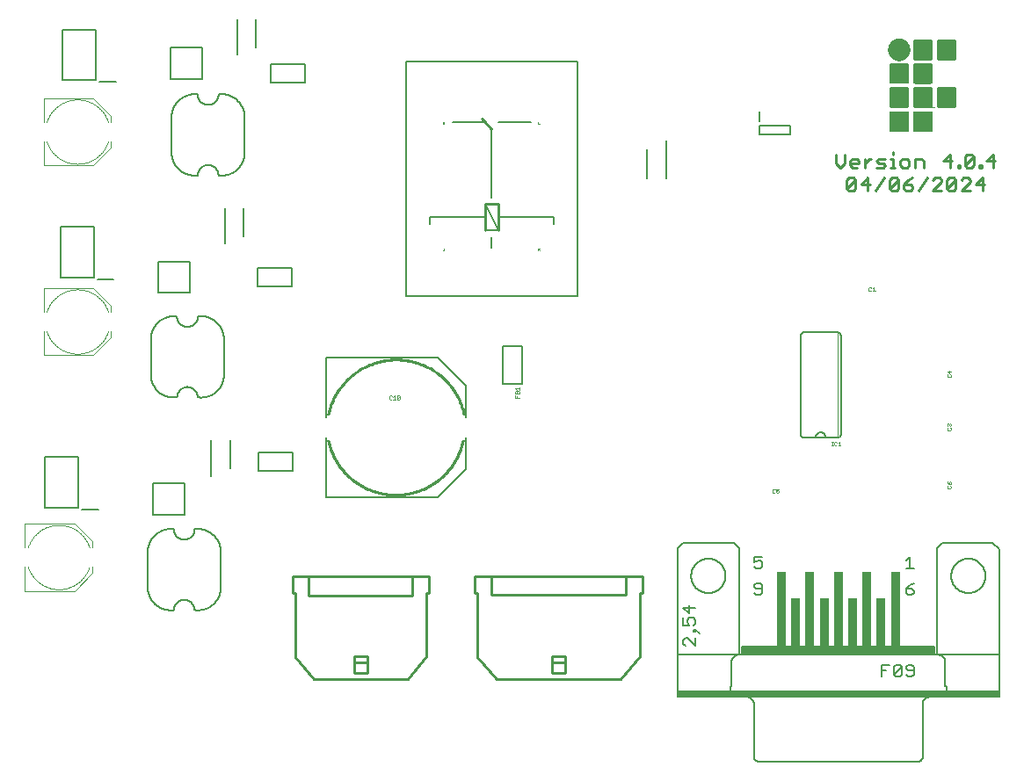
<source format=gbr>
G04 EAGLE Gerber RS-274X export*
G75*
%MOMM*%
%FSLAX34Y34*%
%LPD*%
%INSilkscreen Top*%
%IPPOS*%
%AMOC8*
5,1,8,0,0,1.08239X$1,22.5*%
G01*
%ADD10C,0.228600*%
%ADD11R,1.600000X0.020000*%
%ADD12R,1.720000X0.020000*%
%ADD13R,1.780000X0.020000*%
%ADD14R,1.820000X0.020000*%
%ADD15R,1.840000X0.020000*%
%ADD16R,1.860000X0.020000*%
%ADD17R,1.880000X0.020000*%
%ADD18R,1.900000X0.020000*%
%ADD19R,1.920000X0.020000*%
%ADD20R,1.800000X0.020000*%
%ADD21R,1.760000X0.020000*%
%ADD22R,1.680000X0.020000*%
%ADD23R,1.660000X0.020000*%
%ADD24R,1.740000X0.020000*%
%ADD25R,1.620000X0.020000*%
%ADD26R,1.560000X0.020000*%
%ADD27R,1.700000X0.020000*%
%ADD28R,0.260000X0.020000*%
%ADD29R,0.480000X0.020000*%
%ADD30R,0.620000X0.020000*%
%ADD31R,0.740000X0.020000*%
%ADD32R,0.840000X0.020000*%
%ADD33R,0.920000X0.020000*%
%ADD34R,1.000000X0.020000*%
%ADD35R,1.080000X0.020000*%
%ADD36R,1.140000X0.020000*%
%ADD37R,1.200000X0.020000*%
%ADD38R,1.260000X0.020000*%
%ADD39R,1.320000X0.020000*%
%ADD40R,1.360000X0.020000*%
%ADD41R,1.400000X0.020000*%
%ADD42R,1.440000X0.020000*%
%ADD43R,1.480000X0.020000*%
%ADD44R,1.520000X0.020000*%
%ADD45R,1.640000X0.020000*%
%ADD46R,1.960000X0.020000*%
%ADD47R,2.000000X0.020000*%
%ADD48R,2.040000X0.020000*%
%ADD49R,2.060000X0.020000*%
%ADD50R,2.080000X0.020000*%
%ADD51R,2.100000X0.020000*%
%ADD52R,2.120000X0.020000*%
%ADD53R,1.940000X0.020000*%
%ADD54R,1.580000X0.020000*%
%ADD55R,1.540000X0.020000*%
%ADD56R,1.500000X0.020000*%
%ADD57R,1.460000X0.020000*%
%ADD58R,1.420000X0.020000*%
%ADD59R,1.280000X0.020000*%
%ADD60R,1.220000X0.020000*%
%ADD61R,1.160000X0.020000*%
%ADD62R,1.040000X0.020000*%
%ADD63R,0.960000X0.020000*%
%ADD64R,0.880000X0.020000*%
%ADD65R,0.760000X0.020000*%
%ADD66R,0.660000X0.020000*%
%ADD67R,0.520000X0.020000*%
%ADD68R,0.320000X0.020000*%
%ADD69C,0.050800*%
%ADD70C,0.152400*%
%ADD71C,0.025400*%
%ADD72C,0.127000*%
%ADD73R,18.542000X0.762000*%
%ADD74R,30.988000X0.508000*%
%ADD75R,0.812800X7.239000*%
%ADD76R,0.812800X4.699000*%
%ADD77C,0.254000*%
%ADD78C,0.200000*%
%ADD79C,0.101600*%
%ADD80C,0.203200*%
%ADD81C,0.020319*%


D10*
X827635Y516170D02*
X827635Y507687D01*
X831876Y503445D01*
X836118Y507687D01*
X836118Y516170D01*
X843567Y503445D02*
X847809Y503445D01*
X843567Y503445D02*
X841447Y505566D01*
X841447Y509808D01*
X843567Y511928D01*
X847809Y511928D01*
X849930Y509808D01*
X849930Y507687D01*
X841447Y507687D01*
X855258Y503445D02*
X855258Y511928D01*
X855258Y507687D02*
X859500Y511928D01*
X861621Y511928D01*
X866768Y503445D02*
X873131Y503445D01*
X875251Y505566D01*
X873131Y507687D01*
X868889Y507687D01*
X866768Y509808D01*
X868889Y511928D01*
X875251Y511928D01*
X880580Y511928D02*
X882701Y511928D01*
X882701Y503445D01*
X880580Y503445D02*
X884822Y503445D01*
X882701Y516170D02*
X882701Y518291D01*
X891909Y503445D02*
X896150Y503445D01*
X898271Y505566D01*
X898271Y509808D01*
X896150Y511928D01*
X891909Y511928D01*
X889788Y509808D01*
X889788Y505566D01*
X891909Y503445D01*
X903600Y503445D02*
X903600Y511928D01*
X909962Y511928D01*
X912083Y509808D01*
X912083Y503445D01*
X937586Y503445D02*
X937586Y516170D01*
X931223Y509808D01*
X939706Y509808D01*
X945035Y505566D02*
X945035Y503445D01*
X945035Y505566D02*
X947156Y505566D01*
X947156Y503445D01*
X945035Y503445D01*
X951941Y505566D02*
X951941Y514049D01*
X954062Y516170D01*
X958303Y516170D01*
X960424Y514049D01*
X960424Y505566D01*
X958303Y503445D01*
X954062Y503445D01*
X951941Y505566D01*
X960424Y514049D01*
X965753Y505566D02*
X965753Y503445D01*
X965753Y505566D02*
X967873Y505566D01*
X967873Y503445D01*
X965753Y503445D01*
X979021Y503445D02*
X979021Y516170D01*
X972658Y509808D01*
X981142Y509808D01*
X837994Y491549D02*
X837994Y483066D01*
X837994Y491549D02*
X840114Y493670D01*
X844356Y493670D01*
X846477Y491549D01*
X846477Y483066D01*
X844356Y480945D01*
X840114Y480945D01*
X837994Y483066D01*
X846477Y491549D01*
X858168Y493670D02*
X858168Y480945D01*
X851805Y487308D02*
X858168Y493670D01*
X860289Y487308D02*
X851805Y487308D01*
X865617Y480945D02*
X874100Y493670D01*
X879429Y491549D02*
X879429Y483066D01*
X879429Y491549D02*
X881550Y493670D01*
X885791Y493670D01*
X887912Y491549D01*
X887912Y483066D01*
X885791Y480945D01*
X881550Y480945D01*
X879429Y483066D01*
X887912Y491549D01*
X897482Y491549D02*
X901724Y493670D01*
X897482Y491549D02*
X893241Y487308D01*
X893241Y483066D01*
X895362Y480945D01*
X899603Y480945D01*
X901724Y483066D01*
X901724Y485187D01*
X899603Y487308D01*
X893241Y487308D01*
X907052Y480945D02*
X915536Y493670D01*
X920864Y480945D02*
X929348Y480945D01*
X929348Y489428D02*
X920864Y480945D01*
X929348Y489428D02*
X929348Y491549D01*
X927227Y493670D01*
X922985Y493670D01*
X920864Y491549D01*
X934676Y491549D02*
X934676Y483066D01*
X934676Y491549D02*
X936797Y493670D01*
X941038Y493670D01*
X943159Y491549D01*
X943159Y483066D01*
X941038Y480945D01*
X936797Y480945D01*
X934676Y483066D01*
X943159Y491549D01*
X948488Y480945D02*
X956971Y480945D01*
X948488Y480945D02*
X956971Y489428D01*
X956971Y491549D01*
X954850Y493670D01*
X950609Y493670D01*
X948488Y491549D01*
X968662Y493670D02*
X968662Y480945D01*
X962300Y487308D02*
X968662Y493670D01*
X970783Y487308D02*
X962300Y487308D01*
D11*
X888387Y537700D03*
X911587Y537700D03*
D12*
X888387Y537900D03*
X911587Y537900D03*
D13*
X888487Y538100D03*
X911487Y538100D03*
D14*
X888487Y538300D03*
X911487Y538300D03*
D15*
X888387Y538500D03*
D16*
X911487Y538500D03*
D17*
X888387Y538700D03*
X911587Y538700D03*
X888387Y538900D03*
D18*
X911487Y538900D03*
D19*
X888387Y539100D03*
D18*
X911487Y539100D03*
D19*
X888387Y539300D03*
D18*
X911487Y539300D03*
D19*
X888387Y539500D03*
X911587Y539500D03*
X888387Y539700D03*
X911587Y539700D03*
X888387Y539900D03*
X911587Y539900D03*
X888387Y540100D03*
X911587Y540100D03*
X888387Y540300D03*
X911587Y540300D03*
X888387Y540500D03*
X911587Y540500D03*
X888387Y540700D03*
X911587Y540700D03*
X888387Y540900D03*
X911587Y540900D03*
X888387Y541100D03*
X911587Y541100D03*
X888387Y541300D03*
X911587Y541300D03*
X888387Y541500D03*
X911587Y541500D03*
X888387Y541700D03*
X911587Y541700D03*
X888387Y541900D03*
X911587Y541900D03*
X888387Y542100D03*
X911587Y542100D03*
X888387Y542300D03*
X911587Y542300D03*
X888387Y542500D03*
X911587Y542500D03*
X888387Y542700D03*
X911587Y542700D03*
X888387Y542900D03*
X911587Y542900D03*
X888387Y543100D03*
X911587Y543100D03*
X888387Y543300D03*
X911587Y543300D03*
X888387Y543500D03*
X911587Y543500D03*
X888387Y543700D03*
X911587Y543700D03*
X888387Y543900D03*
X911587Y543900D03*
X888387Y544100D03*
X911587Y544100D03*
X888387Y544300D03*
X911587Y544300D03*
X888387Y544500D03*
X911587Y544500D03*
X888387Y544700D03*
X911587Y544700D03*
X888387Y544900D03*
X911587Y544900D03*
X888387Y545100D03*
X911587Y545100D03*
X888387Y545300D03*
X911587Y545300D03*
X888387Y545500D03*
X911587Y545500D03*
X888387Y545700D03*
X911587Y545700D03*
X888387Y545900D03*
X911587Y545900D03*
X888387Y546100D03*
X911587Y546100D03*
X888387Y546300D03*
X911587Y546300D03*
X888387Y546500D03*
X911587Y546500D03*
X888387Y546700D03*
X911587Y546700D03*
X888387Y546900D03*
X911587Y546900D03*
X888387Y547100D03*
X911587Y547100D03*
X888387Y547300D03*
X911587Y547300D03*
X888387Y547500D03*
X911587Y547500D03*
X888387Y547700D03*
X911587Y547700D03*
X888387Y547900D03*
X911587Y547900D03*
X888387Y548100D03*
X911587Y548100D03*
X888387Y548300D03*
X911587Y548300D03*
X888387Y548500D03*
X911587Y548500D03*
X888387Y548700D03*
X911587Y548700D03*
X888387Y548900D03*
X911587Y548900D03*
X888387Y549100D03*
X911587Y549100D03*
X888387Y549300D03*
X911587Y549300D03*
X888387Y549500D03*
X911587Y549500D03*
X888387Y549700D03*
X911587Y549700D03*
X888387Y549900D03*
X911587Y549900D03*
X888387Y550100D03*
X911587Y550100D03*
X888387Y550300D03*
X911587Y550300D03*
X888387Y550500D03*
X911587Y550500D03*
X888387Y550700D03*
X911587Y550700D03*
X888387Y550900D03*
X911587Y550900D03*
X888387Y551100D03*
X911587Y551100D03*
X888387Y551300D03*
X911587Y551300D03*
X888387Y551500D03*
X911587Y551500D03*
X888387Y551700D03*
X911587Y551700D03*
X888387Y551900D03*
X911587Y551900D03*
X888387Y552100D03*
X911587Y552100D03*
X888387Y552300D03*
X911587Y552300D03*
X888387Y552500D03*
X911587Y552500D03*
X888387Y552700D03*
X911587Y552700D03*
X888387Y552900D03*
X911587Y552900D03*
X888387Y553100D03*
X911587Y553100D03*
X888387Y553300D03*
X911587Y553300D03*
X888387Y553500D03*
X911587Y553500D03*
X888387Y553700D03*
X911587Y553700D03*
X888387Y553900D03*
X911587Y553900D03*
X888387Y554100D03*
X911587Y554100D03*
X888387Y554300D03*
X911587Y554300D03*
X888387Y554500D03*
X911587Y554500D03*
X888387Y554700D03*
X911587Y554700D03*
X888387Y554900D03*
X911587Y554900D03*
X888387Y555100D03*
X911587Y555100D03*
X888387Y555300D03*
D18*
X911487Y555300D03*
X888487Y555500D03*
X911487Y555500D03*
D17*
X888387Y555700D03*
X911587Y555700D03*
X888387Y555900D03*
D16*
X911487Y555900D03*
D15*
X888387Y556100D03*
X911587Y556100D03*
D20*
X888387Y556300D03*
X911587Y556300D03*
D21*
X888387Y556500D03*
X911587Y556500D03*
D22*
X888387Y556700D03*
X911587Y556700D03*
D23*
X888487Y560900D03*
X911487Y560900D03*
X934487Y560900D03*
D21*
X888387Y561100D03*
D24*
X911487Y561100D03*
X934487Y561100D03*
D20*
X888387Y561300D03*
X911587Y561300D03*
X934387Y561300D03*
D15*
X888387Y561500D03*
X911587Y561500D03*
X934387Y561500D03*
D16*
X888487Y561700D03*
X911487Y561700D03*
X934487Y561700D03*
D17*
X888387Y561900D03*
X911587Y561900D03*
X934387Y561900D03*
D18*
X888487Y562100D03*
X911487Y562100D03*
X934487Y562100D03*
D19*
X888387Y562300D03*
D18*
X911487Y562300D03*
X934487Y562300D03*
D19*
X888387Y562500D03*
X911587Y562500D03*
X934387Y562500D03*
X888387Y562700D03*
X911587Y562700D03*
X934387Y562700D03*
X888387Y562900D03*
X911587Y562900D03*
X934387Y562900D03*
X888387Y563100D03*
X911587Y563100D03*
X934387Y563100D03*
X888387Y563300D03*
X911587Y563300D03*
X934387Y563300D03*
X888387Y563500D03*
X911587Y563500D03*
X934387Y563500D03*
X888387Y563700D03*
X911587Y563700D03*
X934387Y563700D03*
X888387Y563900D03*
X911587Y563900D03*
X934387Y563900D03*
X888387Y564100D03*
X911587Y564100D03*
X934387Y564100D03*
X888387Y564300D03*
X911587Y564300D03*
X934387Y564300D03*
X888387Y564500D03*
X911587Y564500D03*
X934387Y564500D03*
X888387Y564700D03*
X911587Y564700D03*
X934387Y564700D03*
X888387Y564900D03*
X911587Y564900D03*
X934387Y564900D03*
X888387Y565100D03*
X911587Y565100D03*
X934387Y565100D03*
X888387Y565300D03*
X911587Y565300D03*
X934387Y565300D03*
X888387Y565500D03*
X911587Y565500D03*
X934387Y565500D03*
X888387Y565700D03*
X911587Y565700D03*
X934387Y565700D03*
X888387Y565900D03*
X911587Y565900D03*
X934387Y565900D03*
X888387Y566100D03*
X911587Y566100D03*
X934387Y566100D03*
X888387Y566300D03*
X911587Y566300D03*
X934387Y566300D03*
X888387Y566500D03*
X911587Y566500D03*
X934387Y566500D03*
X888387Y566700D03*
X911587Y566700D03*
X934387Y566700D03*
X888387Y566900D03*
X911587Y566900D03*
X888387Y567100D03*
X911587Y567100D03*
X934387Y567100D03*
X888387Y567300D03*
X911587Y567300D03*
X934387Y567300D03*
X888387Y567500D03*
X911587Y567500D03*
X934387Y567500D03*
X888387Y567700D03*
X911587Y567700D03*
X934387Y567700D03*
X888387Y567900D03*
X911587Y567900D03*
X934387Y567900D03*
X888387Y568100D03*
X911587Y568100D03*
X934387Y568100D03*
X888387Y568300D03*
X911587Y568300D03*
X934387Y568300D03*
X888387Y568500D03*
X911587Y568500D03*
X934387Y568500D03*
X888387Y568700D03*
X911587Y568700D03*
X934387Y568700D03*
X888387Y568900D03*
X911587Y568900D03*
X934387Y568900D03*
X888387Y569100D03*
X911587Y569100D03*
X934387Y569100D03*
X888387Y569300D03*
X911587Y569300D03*
X934387Y569300D03*
X888387Y569500D03*
X911587Y569500D03*
X934387Y569500D03*
X888387Y569700D03*
X911587Y569700D03*
X934387Y569700D03*
X888387Y569900D03*
X911587Y569900D03*
X934387Y569900D03*
X888387Y570100D03*
X911587Y570100D03*
X934387Y570100D03*
X888387Y570300D03*
X911587Y570300D03*
X934387Y570300D03*
X888387Y570500D03*
X911587Y570500D03*
X934387Y570500D03*
X888387Y570700D03*
X911587Y570700D03*
X934387Y570700D03*
X888387Y570900D03*
X911587Y570900D03*
X934387Y570900D03*
X888387Y571100D03*
X911587Y571100D03*
X934387Y571100D03*
X888387Y571300D03*
X911587Y571300D03*
X934387Y571300D03*
X888387Y571500D03*
X911587Y571500D03*
X934387Y571500D03*
X888387Y571700D03*
X911587Y571700D03*
X934387Y571700D03*
X888387Y571900D03*
X911587Y571900D03*
X934387Y571900D03*
X888387Y572100D03*
X934387Y572100D03*
X888387Y572300D03*
X911587Y572300D03*
X934387Y572300D03*
X888387Y572500D03*
X911587Y572500D03*
X934387Y572500D03*
X888387Y572700D03*
X911587Y572700D03*
X934387Y572700D03*
X888387Y572900D03*
X911587Y572900D03*
X934387Y572900D03*
X888387Y573100D03*
X911587Y573100D03*
X934387Y573100D03*
X888387Y573300D03*
X911587Y573300D03*
X934387Y573300D03*
X888387Y573500D03*
X911587Y573500D03*
X934387Y573500D03*
X888387Y573700D03*
X911587Y573700D03*
X934387Y573700D03*
X888387Y573900D03*
X911587Y573900D03*
X934387Y573900D03*
X888387Y574100D03*
X911587Y574100D03*
X934387Y574100D03*
X888387Y574300D03*
X911587Y574300D03*
X934387Y574300D03*
X888387Y574500D03*
X911587Y574500D03*
X934387Y574500D03*
X888387Y574700D03*
X911587Y574700D03*
X934387Y574700D03*
X888387Y574900D03*
X911587Y574900D03*
X934387Y574900D03*
X888387Y575100D03*
X911587Y575100D03*
X934387Y575100D03*
X888387Y575300D03*
X911587Y575300D03*
X934387Y575300D03*
X888387Y575500D03*
X911587Y575500D03*
X934387Y575500D03*
X888387Y575700D03*
X911587Y575700D03*
X934387Y575700D03*
X888387Y575900D03*
X911587Y575900D03*
X934387Y575900D03*
X888387Y576100D03*
X911587Y576100D03*
X934387Y576100D03*
X888387Y576300D03*
X911587Y576300D03*
X934387Y576300D03*
X888387Y576500D03*
X911587Y576500D03*
X934387Y576500D03*
X888387Y576700D03*
X911587Y576700D03*
X934387Y576700D03*
X888387Y576900D03*
X911587Y576900D03*
X934387Y576900D03*
X888387Y577100D03*
X911587Y577100D03*
X934387Y577100D03*
X888387Y577300D03*
X911587Y577300D03*
X934387Y577300D03*
X888387Y577500D03*
X911587Y577500D03*
X934387Y577500D03*
X888387Y577700D03*
X911587Y577700D03*
X934387Y577700D03*
X888387Y577900D03*
X911587Y577900D03*
X934387Y577900D03*
X888387Y578100D03*
X911587Y578100D03*
X934387Y578100D03*
X888387Y578300D03*
D18*
X934487Y578300D03*
D19*
X888387Y578500D03*
D18*
X911487Y578500D03*
X934487Y578500D03*
D17*
X888387Y578700D03*
D18*
X911487Y578700D03*
X934487Y578700D03*
D17*
X888387Y578900D03*
X911587Y578900D03*
X934387Y578900D03*
D15*
X888387Y579100D03*
D16*
X911487Y579100D03*
X934487Y579100D03*
D15*
X888387Y579300D03*
D14*
X911487Y579300D03*
X934487Y579300D03*
D20*
X888387Y579500D03*
D13*
X911487Y579500D03*
X934487Y579500D03*
D12*
X888387Y579700D03*
D24*
X911487Y579700D03*
X934487Y579700D03*
D25*
X888487Y579900D03*
X911487Y579900D03*
X934487Y579900D03*
D26*
X911587Y583900D03*
D12*
X888387Y584100D03*
D27*
X911487Y584100D03*
D21*
X888387Y584300D03*
D13*
X911487Y584300D03*
D20*
X888387Y584500D03*
D14*
X911487Y584500D03*
D15*
X888387Y584700D03*
D16*
X911487Y584700D03*
D17*
X888387Y584900D03*
D16*
X911487Y584900D03*
D17*
X888387Y585100D03*
D18*
X911487Y585100D03*
X888487Y585300D03*
X911487Y585300D03*
D19*
X888387Y585500D03*
D18*
X911487Y585500D03*
D19*
X888387Y585700D03*
X911587Y585700D03*
X888387Y585900D03*
X911587Y585900D03*
X888387Y586100D03*
X911587Y586100D03*
X888387Y586300D03*
X911587Y586300D03*
X888387Y586500D03*
X911587Y586500D03*
X888387Y586700D03*
X911587Y586700D03*
X888387Y586900D03*
X911587Y586900D03*
X888387Y587100D03*
X911587Y587100D03*
X888387Y587300D03*
X911587Y587300D03*
X888387Y587500D03*
X911587Y587500D03*
X888387Y587700D03*
X911587Y587700D03*
X888387Y587900D03*
X911587Y587900D03*
X888387Y588100D03*
X911587Y588100D03*
X888387Y588300D03*
X913873Y560868D03*
X888387Y588500D03*
X911587Y588500D03*
X888387Y588700D03*
X911587Y588700D03*
X888387Y588900D03*
X911587Y588900D03*
X888387Y589100D03*
X911587Y589100D03*
X888387Y589300D03*
X911587Y589300D03*
X888387Y589500D03*
X911587Y589500D03*
X888387Y589700D03*
X911587Y589700D03*
X888387Y589900D03*
X911587Y589900D03*
X888387Y590100D03*
X911587Y590100D03*
X888387Y590300D03*
X911587Y590300D03*
X888387Y590500D03*
X911587Y590500D03*
X888387Y590700D03*
X911587Y590700D03*
X888387Y590900D03*
X911587Y590900D03*
X888387Y591100D03*
X911587Y591100D03*
X888387Y591300D03*
X911587Y591300D03*
X888387Y591500D03*
X911587Y591500D03*
X888387Y591700D03*
X911587Y591700D03*
X888387Y591900D03*
X911587Y591900D03*
X888387Y592100D03*
X911587Y592100D03*
X888387Y592300D03*
X911587Y592300D03*
X888387Y592500D03*
X911587Y592500D03*
X888387Y592700D03*
X911587Y592700D03*
X888387Y592900D03*
X911587Y592900D03*
X888387Y593100D03*
X911587Y593100D03*
X888387Y593300D03*
X911587Y593300D03*
X888387Y593500D03*
X911587Y593500D03*
X888387Y593700D03*
X911587Y593700D03*
X888387Y593900D03*
X911587Y593900D03*
X888387Y594100D03*
X911587Y594100D03*
X888387Y594300D03*
X911587Y594300D03*
X888387Y594500D03*
X911587Y594500D03*
X888387Y594700D03*
X911587Y594700D03*
X888387Y594900D03*
X911587Y594900D03*
X888387Y595100D03*
X911587Y595100D03*
X888387Y595300D03*
X911587Y595300D03*
X888387Y595500D03*
X911587Y595500D03*
X888387Y595700D03*
X911587Y595700D03*
X888387Y595900D03*
X911587Y595900D03*
X888387Y596100D03*
X911587Y596100D03*
X888387Y596300D03*
X911587Y596300D03*
X888387Y596500D03*
X911587Y596500D03*
X888387Y596700D03*
X911587Y596700D03*
X888387Y596900D03*
X911587Y596900D03*
X888387Y597100D03*
X911587Y597100D03*
X888387Y597300D03*
X911587Y597300D03*
X888387Y597500D03*
X911587Y597500D03*
X888387Y597700D03*
X911587Y597700D03*
X888387Y597900D03*
X911587Y597900D03*
X888387Y598100D03*
X911587Y598100D03*
X888387Y598300D03*
X911587Y598300D03*
X888387Y598500D03*
X911587Y598500D03*
X888387Y598700D03*
X911587Y598700D03*
X888387Y598900D03*
X911587Y598900D03*
X888387Y599100D03*
X911587Y599100D03*
X888387Y599300D03*
X888387Y599500D03*
X911587Y599500D03*
X888387Y599700D03*
X911587Y599700D03*
X888387Y599900D03*
X911587Y599900D03*
X888387Y600100D03*
X911587Y600100D03*
X888387Y600300D03*
X911587Y600300D03*
X888387Y600500D03*
X911587Y600500D03*
X888387Y600700D03*
X911587Y600700D03*
X888387Y600900D03*
X911587Y600900D03*
X888387Y601100D03*
X911587Y601100D03*
X888387Y601300D03*
X911587Y601300D03*
X888387Y601500D03*
D18*
X911487Y601500D03*
X888487Y601700D03*
X911487Y601700D03*
D17*
X888387Y601900D03*
D18*
X911487Y601900D03*
D17*
X888387Y602100D03*
D16*
X911487Y602100D03*
D15*
X888387Y602300D03*
X911587Y602300D03*
D20*
X888387Y602500D03*
D14*
X911487Y602500D03*
D21*
X888387Y602700D03*
X911587Y602700D03*
D22*
X888387Y602900D03*
D27*
X911487Y602900D03*
D28*
X888487Y605900D03*
D29*
X888387Y606100D03*
D30*
X888487Y606300D03*
D31*
X888487Y606500D03*
D32*
X888387Y606700D03*
D33*
X888387Y606900D03*
D25*
X911487Y606900D03*
X934487Y606900D03*
D34*
X888387Y607100D03*
D24*
X911487Y607100D03*
X934487Y607100D03*
D35*
X888387Y607300D03*
D13*
X911487Y607300D03*
X934487Y607300D03*
D36*
X888487Y607500D03*
D14*
X911487Y607500D03*
X934487Y607500D03*
D37*
X888387Y607700D03*
D16*
X911487Y607700D03*
X934487Y607700D03*
D38*
X888487Y607900D03*
D17*
X911587Y607900D03*
X934387Y607900D03*
D39*
X888387Y608100D03*
D18*
X911487Y608100D03*
X934487Y608100D03*
D40*
X888387Y608300D03*
D18*
X911487Y608300D03*
X934487Y608300D03*
D41*
X888387Y608500D03*
D19*
X911587Y608500D03*
D18*
X934487Y608500D03*
D42*
X888387Y608700D03*
D19*
X911587Y608700D03*
X934387Y608700D03*
D43*
X888387Y608900D03*
D19*
X911587Y608900D03*
X934387Y608900D03*
D44*
X888387Y609100D03*
D19*
X911587Y609100D03*
X934387Y609100D03*
D26*
X888387Y609300D03*
D19*
X911587Y609300D03*
X934387Y609300D03*
D11*
X888387Y609500D03*
D19*
X911587Y609500D03*
X934387Y609500D03*
D45*
X888387Y609700D03*
D19*
X911587Y609700D03*
X934387Y609700D03*
D22*
X888387Y609900D03*
D19*
X911587Y609900D03*
X934387Y609900D03*
D27*
X888487Y610100D03*
D19*
X911587Y610100D03*
X934387Y610100D03*
D12*
X888387Y610300D03*
D19*
X911587Y610300D03*
X934387Y610300D03*
D21*
X888387Y610500D03*
D19*
X911587Y610500D03*
X934387Y610500D03*
D13*
X888487Y610700D03*
D19*
X911587Y610700D03*
X934387Y610700D03*
D20*
X888387Y610900D03*
D19*
X911587Y610900D03*
X934387Y610900D03*
D15*
X888387Y611100D03*
D19*
X911587Y611100D03*
X934387Y611100D03*
D15*
X888387Y611300D03*
D19*
X911587Y611300D03*
X934387Y611300D03*
D17*
X888387Y611500D03*
D19*
X911587Y611500D03*
X934387Y611500D03*
D18*
X888487Y611700D03*
D19*
X911587Y611700D03*
X934387Y611700D03*
X888387Y611900D03*
X911587Y611900D03*
X934387Y611900D03*
X888387Y612100D03*
X911587Y612100D03*
X934387Y612100D03*
D46*
X888387Y612300D03*
D19*
X911587Y612300D03*
X934387Y612300D03*
D46*
X888387Y612500D03*
D19*
X911587Y612500D03*
X934387Y612500D03*
D47*
X888387Y612700D03*
D19*
X911587Y612700D03*
X934387Y612700D03*
D47*
X888387Y612900D03*
D19*
X911587Y612900D03*
X934387Y612900D03*
D47*
X888387Y613100D03*
D19*
X911587Y613100D03*
X934387Y613100D03*
D48*
X888387Y613300D03*
D19*
X911587Y613300D03*
X934387Y613300D03*
D48*
X888387Y613500D03*
D19*
X911587Y613500D03*
X934387Y613500D03*
D48*
X888387Y613700D03*
D19*
X911587Y613700D03*
X934387Y613700D03*
D49*
X888487Y613900D03*
D19*
X911587Y613900D03*
X934387Y613900D03*
D50*
X888387Y614100D03*
D19*
X911587Y614100D03*
X934387Y614100D03*
D50*
X888387Y614300D03*
D19*
X911587Y614300D03*
X934387Y614300D03*
D50*
X888387Y614500D03*
D19*
X911587Y614500D03*
X934387Y614500D03*
D50*
X888387Y614700D03*
D19*
X911587Y614700D03*
X934387Y614700D03*
D51*
X888487Y614900D03*
D19*
X911587Y614900D03*
X934387Y614900D03*
D52*
X888387Y615100D03*
D19*
X911587Y615100D03*
X934387Y615100D03*
D52*
X888387Y615300D03*
D19*
X911587Y615300D03*
X934387Y615300D03*
D52*
X888387Y615500D03*
D19*
X911587Y615500D03*
X934387Y615500D03*
D52*
X888387Y615700D03*
D19*
X911587Y615700D03*
X934387Y615700D03*
D52*
X888387Y615900D03*
D19*
X911587Y615900D03*
X934387Y615900D03*
D52*
X888387Y616100D03*
D19*
X911587Y616100D03*
X934387Y616100D03*
D52*
X888387Y616300D03*
D19*
X911587Y616300D03*
X934387Y616300D03*
D52*
X888387Y616500D03*
D19*
X911587Y616500D03*
X934387Y616500D03*
D52*
X888387Y616700D03*
D19*
X911587Y616700D03*
X934387Y616700D03*
D52*
X888387Y616900D03*
D19*
X911587Y616900D03*
X934387Y616900D03*
D52*
X888387Y617100D03*
D19*
X911587Y617100D03*
X934387Y617100D03*
D52*
X888387Y617300D03*
D19*
X911587Y617300D03*
X934387Y617300D03*
D52*
X888387Y617500D03*
D19*
X911587Y617500D03*
X934387Y617500D03*
D52*
X888387Y617700D03*
D19*
X911587Y617700D03*
X934387Y617700D03*
D51*
X888487Y617900D03*
D19*
X911587Y617900D03*
X934387Y617900D03*
D50*
X888387Y618100D03*
D19*
X911587Y618100D03*
X934387Y618100D03*
D50*
X888387Y618300D03*
D19*
X911587Y618300D03*
X934387Y618300D03*
D50*
X888387Y618500D03*
D19*
X911587Y618500D03*
X934387Y618500D03*
D50*
X888387Y618700D03*
D19*
X911587Y618700D03*
X934387Y618700D03*
D49*
X888487Y618900D03*
D19*
X911587Y618900D03*
X934387Y618900D03*
D48*
X888387Y619100D03*
D19*
X911587Y619100D03*
X934387Y619100D03*
D48*
X888387Y619300D03*
D19*
X911587Y619300D03*
X934387Y619300D03*
D48*
X888387Y619500D03*
D19*
X911587Y619500D03*
X934387Y619500D03*
D47*
X888387Y619700D03*
D19*
X911587Y619700D03*
X934387Y619700D03*
D47*
X888387Y619900D03*
D19*
X911587Y619900D03*
X934387Y619900D03*
X911587Y620100D03*
X934387Y620100D03*
D46*
X888387Y620300D03*
D19*
X911587Y620300D03*
X934387Y620300D03*
D46*
X888387Y620500D03*
D19*
X911587Y620500D03*
X934387Y620500D03*
D53*
X888487Y620700D03*
D19*
X911587Y620700D03*
X934387Y620700D03*
X888387Y620900D03*
X911587Y620900D03*
X934387Y620900D03*
D18*
X888487Y621100D03*
D19*
X911587Y621100D03*
X934387Y621100D03*
D17*
X888387Y621300D03*
D19*
X911587Y621300D03*
X934387Y621300D03*
D16*
X888487Y621500D03*
D19*
X911587Y621500D03*
X934387Y621500D03*
D15*
X888387Y621700D03*
D19*
X911587Y621700D03*
X934387Y621700D03*
D20*
X888387Y621900D03*
D19*
X911587Y621900D03*
X934387Y621900D03*
D20*
X888387Y622100D03*
D19*
X911587Y622100D03*
X934387Y622100D03*
D21*
X888387Y622300D03*
D19*
X911587Y622300D03*
X934387Y622300D03*
D24*
X888487Y622500D03*
D19*
X911587Y622500D03*
X934387Y622500D03*
D12*
X888387Y622700D03*
D19*
X911587Y622700D03*
X934387Y622700D03*
D22*
X888387Y622900D03*
D19*
X911587Y622900D03*
X934387Y622900D03*
D45*
X888387Y623100D03*
D19*
X911587Y623100D03*
X934387Y623100D03*
D11*
X888387Y623300D03*
D19*
X911587Y623300D03*
X934387Y623300D03*
D54*
X888487Y623500D03*
D19*
X911587Y623500D03*
X934387Y623500D03*
D55*
X888487Y623700D03*
D19*
X911587Y623700D03*
X934387Y623700D03*
D56*
X888487Y623900D03*
D19*
X911587Y623900D03*
X934387Y623900D03*
D57*
X888487Y624100D03*
D19*
X911587Y624100D03*
X934387Y624100D03*
D58*
X888487Y624300D03*
D19*
X911587Y624300D03*
D18*
X934487Y624300D03*
D40*
X888387Y624500D03*
D18*
X911487Y624500D03*
X934487Y624500D03*
D39*
X888387Y624700D03*
D18*
X911487Y624700D03*
X934487Y624700D03*
D59*
X888387Y624900D03*
D17*
X911587Y624900D03*
X934387Y624900D03*
D60*
X888487Y625100D03*
D16*
X911487Y625100D03*
X934487Y625100D03*
D61*
X888387Y625300D03*
D15*
X911587Y625300D03*
D14*
X934487Y625300D03*
D35*
X888387Y625500D03*
D20*
X911587Y625500D03*
X934387Y625500D03*
D62*
X888387Y625700D03*
D24*
X911487Y625700D03*
X934487Y625700D03*
D63*
X888387Y625900D03*
D23*
X911487Y625900D03*
X934487Y625900D03*
D64*
X888387Y626100D03*
D65*
X888387Y626300D03*
D66*
X888487Y626500D03*
D67*
X888387Y626700D03*
D68*
X888387Y626900D03*
D19*
X911587Y599300D03*
D47*
X888387Y620100D03*
D69*
X448994Y547570D02*
X448994Y545536D01*
X449672Y546892D02*
X448994Y547570D01*
X449672Y546892D02*
X450350Y547570D01*
X450350Y545536D01*
X540994Y545536D02*
X540994Y547570D01*
X540994Y545536D02*
X542350Y545536D01*
X448994Y423875D02*
X449333Y423536D01*
X449672Y423536D01*
X450011Y423875D01*
X450011Y425570D01*
X449672Y425570D02*
X450350Y425570D01*
X540994Y425570D02*
X540994Y423536D01*
X540994Y424214D02*
X542350Y425570D01*
X541333Y424553D02*
X542350Y423536D01*
D70*
X793442Y340990D02*
X793442Y247010D01*
X832558Y340990D02*
X832556Y341112D01*
X832550Y341234D01*
X832540Y341356D01*
X832527Y341477D01*
X832509Y341598D01*
X832488Y341718D01*
X832462Y341838D01*
X832433Y341956D01*
X832401Y342074D01*
X832364Y342191D01*
X832324Y342306D01*
X832280Y342420D01*
X832232Y342532D01*
X832181Y342643D01*
X832126Y342752D01*
X832068Y342860D01*
X832006Y342965D01*
X831941Y343068D01*
X831873Y343170D01*
X831801Y343269D01*
X831727Y343365D01*
X831649Y343460D01*
X831568Y343551D01*
X831485Y343641D01*
X831399Y343727D01*
X831309Y343810D01*
X831218Y343891D01*
X831123Y343969D01*
X831027Y344043D01*
X830928Y344115D01*
X830826Y344183D01*
X830723Y344248D01*
X830618Y344310D01*
X830510Y344368D01*
X830401Y344423D01*
X830290Y344474D01*
X830178Y344522D01*
X830064Y344566D01*
X829949Y344606D01*
X829832Y344643D01*
X829714Y344675D01*
X829596Y344704D01*
X829476Y344730D01*
X829356Y344751D01*
X829235Y344769D01*
X829114Y344782D01*
X828992Y344792D01*
X828870Y344798D01*
X828748Y344800D01*
X793442Y247010D02*
X793444Y246888D01*
X793450Y246766D01*
X793460Y246644D01*
X793473Y246523D01*
X793491Y246402D01*
X793512Y246282D01*
X793538Y246162D01*
X793567Y246044D01*
X793599Y245926D01*
X793636Y245809D01*
X793676Y245694D01*
X793720Y245580D01*
X793768Y245468D01*
X793819Y245357D01*
X793874Y245248D01*
X793932Y245140D01*
X793994Y245035D01*
X794059Y244932D01*
X794127Y244830D01*
X794199Y244731D01*
X794273Y244635D01*
X794351Y244540D01*
X794432Y244449D01*
X794515Y244359D01*
X794601Y244273D01*
X794691Y244190D01*
X794782Y244109D01*
X794877Y244031D01*
X794973Y243957D01*
X795072Y243885D01*
X795174Y243817D01*
X795277Y243752D01*
X795382Y243690D01*
X795490Y243632D01*
X795599Y243577D01*
X795710Y243526D01*
X795822Y243478D01*
X795936Y243434D01*
X796051Y243394D01*
X796168Y243357D01*
X796286Y243325D01*
X796404Y243296D01*
X796524Y243270D01*
X796644Y243249D01*
X796765Y243231D01*
X796886Y243218D01*
X797008Y243208D01*
X797130Y243202D01*
X797252Y243200D01*
X793442Y340990D02*
X793444Y341112D01*
X793450Y341234D01*
X793460Y341356D01*
X793473Y341477D01*
X793491Y341598D01*
X793512Y341718D01*
X793538Y341838D01*
X793567Y341956D01*
X793599Y342074D01*
X793636Y342191D01*
X793676Y342306D01*
X793720Y342420D01*
X793768Y342532D01*
X793819Y342643D01*
X793874Y342752D01*
X793932Y342860D01*
X793994Y342965D01*
X794059Y343068D01*
X794127Y343170D01*
X794199Y343269D01*
X794273Y343365D01*
X794351Y343460D01*
X794432Y343551D01*
X794515Y343641D01*
X794601Y343727D01*
X794691Y343810D01*
X794782Y343891D01*
X794877Y343969D01*
X794973Y344043D01*
X795072Y344115D01*
X795174Y344183D01*
X795277Y344248D01*
X795382Y344310D01*
X795490Y344368D01*
X795599Y344423D01*
X795710Y344474D01*
X795822Y344522D01*
X795936Y344566D01*
X796051Y344606D01*
X796168Y344643D01*
X796286Y344675D01*
X796404Y344704D01*
X796524Y344730D01*
X796644Y344751D01*
X796765Y344769D01*
X796886Y344782D01*
X797008Y344792D01*
X797130Y344798D01*
X797252Y344800D01*
X832558Y247010D02*
X832556Y246888D01*
X832550Y246766D01*
X832540Y246644D01*
X832527Y246523D01*
X832509Y246402D01*
X832488Y246282D01*
X832462Y246162D01*
X832433Y246044D01*
X832401Y245926D01*
X832364Y245809D01*
X832324Y245694D01*
X832280Y245580D01*
X832232Y245468D01*
X832181Y245357D01*
X832126Y245248D01*
X832068Y245140D01*
X832006Y245035D01*
X831941Y244932D01*
X831873Y244830D01*
X831801Y244731D01*
X831727Y244635D01*
X831649Y244540D01*
X831568Y244449D01*
X831485Y244359D01*
X831399Y244273D01*
X831309Y244190D01*
X831218Y244109D01*
X831123Y244031D01*
X831027Y243957D01*
X830928Y243885D01*
X830826Y243817D01*
X830723Y243752D01*
X830618Y243690D01*
X830510Y243632D01*
X830401Y243577D01*
X830290Y243526D01*
X830178Y243478D01*
X830064Y243434D01*
X829949Y243394D01*
X829832Y243357D01*
X829714Y243325D01*
X829596Y243296D01*
X829476Y243270D01*
X829356Y243249D01*
X829235Y243231D01*
X829114Y243218D01*
X828992Y243208D01*
X828870Y243202D01*
X828748Y243200D01*
X832558Y247010D02*
X832558Y340990D01*
X828748Y344800D02*
X797252Y344800D01*
X797252Y243200D02*
X828748Y243200D01*
X818080Y243200D02*
X818078Y243341D01*
X818072Y243482D01*
X818062Y243623D01*
X818049Y243764D01*
X818031Y243904D01*
X818009Y244043D01*
X817984Y244182D01*
X817955Y244321D01*
X817922Y244458D01*
X817885Y244594D01*
X817844Y244729D01*
X817800Y244864D01*
X817752Y244996D01*
X817700Y245128D01*
X817645Y245258D01*
X817586Y245386D01*
X817523Y245513D01*
X817457Y245637D01*
X817388Y245760D01*
X817315Y245881D01*
X817239Y246000D01*
X817159Y246117D01*
X817076Y246231D01*
X816991Y246344D01*
X816902Y246453D01*
X816810Y246561D01*
X816715Y246665D01*
X816617Y246767D01*
X816516Y246866D01*
X816413Y246963D01*
X816307Y247056D01*
X816199Y247146D01*
X816088Y247234D01*
X815975Y247318D01*
X815859Y247399D01*
X815741Y247477D01*
X815621Y247552D01*
X815499Y247623D01*
X815375Y247691D01*
X815249Y247755D01*
X815122Y247816D01*
X814993Y247873D01*
X814862Y247926D01*
X814730Y247976D01*
X814597Y248023D01*
X814462Y248065D01*
X814326Y248104D01*
X814189Y248139D01*
X814052Y248170D01*
X813913Y248197D01*
X813774Y248221D01*
X813634Y248240D01*
X813494Y248256D01*
X813353Y248268D01*
X813212Y248276D01*
X813071Y248280D01*
X812929Y248280D01*
X812788Y248276D01*
X812647Y248268D01*
X812506Y248256D01*
X812366Y248240D01*
X812226Y248221D01*
X812087Y248197D01*
X811948Y248170D01*
X811811Y248139D01*
X811674Y248104D01*
X811538Y248065D01*
X811403Y248023D01*
X811270Y247976D01*
X811138Y247926D01*
X811007Y247873D01*
X810878Y247816D01*
X810751Y247755D01*
X810625Y247691D01*
X810501Y247623D01*
X810379Y247552D01*
X810259Y247477D01*
X810141Y247399D01*
X810025Y247318D01*
X809912Y247234D01*
X809801Y247146D01*
X809693Y247056D01*
X809587Y246963D01*
X809484Y246866D01*
X809383Y246767D01*
X809285Y246665D01*
X809190Y246561D01*
X809098Y246453D01*
X809009Y246344D01*
X808924Y246231D01*
X808841Y246117D01*
X808761Y246000D01*
X808685Y245881D01*
X808612Y245760D01*
X808543Y245637D01*
X808477Y245513D01*
X808414Y245386D01*
X808355Y245258D01*
X808300Y245128D01*
X808248Y244996D01*
X808200Y244864D01*
X808156Y244729D01*
X808115Y244594D01*
X808078Y244458D01*
X808045Y244321D01*
X808016Y244182D01*
X807991Y244043D01*
X807969Y243904D01*
X807951Y243764D01*
X807938Y243623D01*
X807928Y243482D01*
X807922Y243341D01*
X807920Y243200D01*
D69*
X829002Y243200D02*
X829002Y344800D01*
X824781Y235580D02*
X823595Y235580D01*
X824188Y235580D02*
X824188Y239139D01*
X823595Y239139D02*
X824781Y239139D01*
X827869Y239139D02*
X828463Y238546D01*
X827869Y239139D02*
X826683Y239139D01*
X826090Y238546D01*
X826090Y236173D01*
X826683Y235580D01*
X827869Y235580D01*
X828463Y236173D01*
X829832Y237953D02*
X831018Y239139D01*
X831018Y235580D01*
X829832Y235580D02*
X832205Y235580D01*
D71*
X861885Y387541D02*
X861249Y388176D01*
X859978Y388176D01*
X859343Y387541D01*
X859343Y384999D01*
X859978Y384363D01*
X861249Y384363D01*
X861885Y384999D01*
X863085Y386905D02*
X864356Y388176D01*
X864356Y384363D01*
X863085Y384363D02*
X865627Y384363D01*
X935459Y252885D02*
X934824Y252249D01*
X934824Y250978D01*
X935459Y250343D01*
X938001Y250343D01*
X938637Y250978D01*
X938637Y252249D01*
X938001Y252885D01*
X935459Y254085D02*
X934824Y254720D01*
X934824Y255992D01*
X935459Y256627D01*
X936095Y256627D01*
X936730Y255992D01*
X936730Y255356D01*
X936730Y255992D02*
X937366Y256627D01*
X938001Y256627D01*
X938637Y255992D01*
X938637Y254720D01*
X938001Y254085D01*
X934824Y303249D02*
X935459Y303885D01*
X934824Y303249D02*
X934824Y301978D01*
X935459Y301343D01*
X938001Y301343D01*
X938637Y301978D01*
X938637Y303249D01*
X938001Y303885D01*
X938637Y306992D02*
X934824Y306992D01*
X936730Y305085D01*
X936730Y307627D01*
X768969Y193005D02*
X768334Y193640D01*
X767063Y193640D01*
X766427Y193005D01*
X766427Y190463D01*
X767063Y189827D01*
X768334Y189827D01*
X768969Y190463D01*
X770169Y193640D02*
X772711Y193640D01*
X770169Y193640D02*
X770169Y191734D01*
X771440Y192369D01*
X772076Y192369D01*
X772711Y191734D01*
X772711Y190463D01*
X772076Y189827D01*
X770805Y189827D01*
X770169Y190463D01*
X934824Y196249D02*
X935459Y196885D01*
X934824Y196249D02*
X934824Y194978D01*
X935459Y194343D01*
X938001Y194343D01*
X938637Y194978D01*
X938637Y196249D01*
X938001Y196885D01*
X935459Y199356D02*
X934824Y200627D01*
X935459Y199356D02*
X936730Y198085D01*
X938001Y198085D01*
X938637Y198720D01*
X938637Y199992D01*
X938001Y200627D01*
X937366Y200627D01*
X936730Y199992D01*
X936730Y198085D01*
D70*
X906200Y-69070D02*
X903660Y-69070D01*
X906200Y-69070D02*
X906340Y-69068D01*
X906480Y-69062D01*
X906620Y-69053D01*
X906759Y-69039D01*
X906898Y-69022D01*
X907036Y-69001D01*
X907174Y-68976D01*
X907311Y-68947D01*
X907447Y-68915D01*
X907582Y-68878D01*
X907716Y-68838D01*
X907849Y-68795D01*
X907981Y-68747D01*
X908112Y-68697D01*
X908241Y-68642D01*
X908368Y-68584D01*
X908494Y-68523D01*
X908618Y-68458D01*
X908740Y-68389D01*
X908860Y-68318D01*
X908978Y-68243D01*
X909095Y-68165D01*
X909209Y-68083D01*
X909320Y-67999D01*
X909429Y-67911D01*
X909536Y-67821D01*
X909641Y-67727D01*
X909742Y-67631D01*
X909841Y-67532D01*
X909937Y-67431D01*
X910031Y-67326D01*
X910121Y-67219D01*
X910209Y-67110D01*
X910293Y-66999D01*
X910375Y-66885D01*
X910453Y-66768D01*
X910528Y-66650D01*
X910599Y-66530D01*
X910668Y-66408D01*
X910733Y-66284D01*
X910794Y-66158D01*
X910852Y-66031D01*
X910907Y-65902D01*
X910957Y-65771D01*
X911005Y-65639D01*
X911048Y-65506D01*
X911088Y-65372D01*
X911125Y-65237D01*
X911157Y-65101D01*
X911186Y-64964D01*
X911211Y-64826D01*
X911232Y-64688D01*
X911249Y-64549D01*
X911263Y-64410D01*
X911272Y-64270D01*
X911278Y-64130D01*
X911280Y-63990D01*
X753800Y-69070D02*
X753660Y-69068D01*
X753520Y-69062D01*
X753380Y-69053D01*
X753241Y-69039D01*
X753102Y-69022D01*
X752964Y-69001D01*
X752826Y-68976D01*
X752689Y-68947D01*
X752553Y-68915D01*
X752418Y-68878D01*
X752284Y-68838D01*
X752151Y-68795D01*
X752019Y-68747D01*
X751888Y-68697D01*
X751759Y-68642D01*
X751632Y-68584D01*
X751506Y-68523D01*
X751382Y-68458D01*
X751260Y-68389D01*
X751140Y-68318D01*
X751022Y-68243D01*
X750905Y-68165D01*
X750791Y-68083D01*
X750680Y-67999D01*
X750571Y-67911D01*
X750464Y-67821D01*
X750359Y-67727D01*
X750258Y-67631D01*
X750159Y-67532D01*
X750063Y-67431D01*
X749969Y-67326D01*
X749879Y-67219D01*
X749791Y-67110D01*
X749707Y-66999D01*
X749625Y-66885D01*
X749547Y-66768D01*
X749472Y-66650D01*
X749401Y-66530D01*
X749332Y-66408D01*
X749267Y-66284D01*
X749206Y-66158D01*
X749148Y-66031D01*
X749093Y-65902D01*
X749043Y-65771D01*
X748995Y-65639D01*
X748952Y-65506D01*
X748912Y-65372D01*
X748875Y-65237D01*
X748843Y-65101D01*
X748814Y-64964D01*
X748789Y-64826D01*
X748768Y-64688D01*
X748751Y-64549D01*
X748737Y-64410D01*
X748728Y-64270D01*
X748722Y-64130D01*
X748720Y-63990D01*
X934140Y33800D02*
X984940Y33800D01*
X984940Y3320D01*
X984940Y33800D02*
X984940Y35070D01*
X984940Y3320D02*
X984940Y-1760D01*
X984940Y-6840D01*
X675060Y-6840D02*
X675060Y-1760D01*
X675060Y3320D01*
X675060Y33800D01*
X675060Y35070D01*
X959540Y-1760D02*
X984940Y-1760D01*
X959540Y-1760D02*
X934140Y-1760D01*
X934140Y3320D01*
X932870Y3320D01*
X932870Y27450D02*
X932868Y27608D01*
X932862Y27767D01*
X932852Y27925D01*
X932838Y28082D01*
X932821Y28240D01*
X932799Y28396D01*
X932774Y28553D01*
X932744Y28708D01*
X932711Y28863D01*
X932674Y29017D01*
X932633Y29170D01*
X932588Y29322D01*
X932539Y29472D01*
X932487Y29622D01*
X932431Y29770D01*
X932371Y29917D01*
X932308Y30062D01*
X932241Y30205D01*
X932171Y30347D01*
X932097Y30487D01*
X932019Y30625D01*
X931938Y30761D01*
X931854Y30895D01*
X931767Y31027D01*
X931676Y31157D01*
X931582Y31284D01*
X931485Y31409D01*
X931384Y31532D01*
X931281Y31652D01*
X931175Y31769D01*
X931066Y31884D01*
X930954Y31996D01*
X930839Y32105D01*
X930722Y32211D01*
X930602Y32314D01*
X930479Y32415D01*
X930354Y32512D01*
X930227Y32606D01*
X930097Y32697D01*
X929965Y32784D01*
X929831Y32868D01*
X929695Y32949D01*
X929557Y33027D01*
X929417Y33101D01*
X929275Y33171D01*
X929132Y33238D01*
X928987Y33301D01*
X928840Y33361D01*
X928692Y33417D01*
X928542Y33469D01*
X928392Y33518D01*
X928240Y33563D01*
X928087Y33604D01*
X927933Y33641D01*
X927778Y33674D01*
X927623Y33704D01*
X927466Y33729D01*
X927310Y33751D01*
X927152Y33768D01*
X926995Y33782D01*
X926837Y33792D01*
X926678Y33798D01*
X926520Y33800D01*
X925250Y33800D02*
X934140Y33800D01*
X925250Y33800D02*
X922710Y33800D01*
X932870Y27450D02*
X932870Y3320D01*
X922710Y33800D02*
X922710Y41420D01*
X922710Y33800D02*
X737290Y33800D01*
X737290Y41420D02*
X922710Y41420D01*
X737290Y41420D02*
X737290Y33800D01*
X734750Y33800D01*
X725860Y33800D01*
X700460Y-1760D02*
X675060Y-1760D01*
X725860Y-1760D02*
X934140Y-1760D01*
X725860Y-1760D02*
X700460Y-1760D01*
X725860Y-1760D02*
X725860Y3320D01*
X727130Y3320D02*
X727130Y27450D01*
X727130Y3320D02*
X725860Y3320D01*
X727130Y27450D02*
X727132Y27608D01*
X727138Y27767D01*
X727148Y27925D01*
X727162Y28082D01*
X727179Y28240D01*
X727201Y28396D01*
X727226Y28553D01*
X727256Y28708D01*
X727289Y28863D01*
X727326Y29017D01*
X727367Y29170D01*
X727412Y29322D01*
X727461Y29472D01*
X727513Y29622D01*
X727569Y29770D01*
X727629Y29917D01*
X727692Y30062D01*
X727759Y30205D01*
X727829Y30347D01*
X727903Y30487D01*
X727981Y30625D01*
X728062Y30761D01*
X728146Y30895D01*
X728233Y31027D01*
X728324Y31157D01*
X728418Y31284D01*
X728515Y31409D01*
X728616Y31532D01*
X728719Y31652D01*
X728825Y31769D01*
X728934Y31884D01*
X729046Y31996D01*
X729161Y32105D01*
X729278Y32211D01*
X729398Y32314D01*
X729521Y32415D01*
X729646Y32512D01*
X729773Y32606D01*
X729903Y32697D01*
X730035Y32784D01*
X730169Y32868D01*
X730305Y32949D01*
X730443Y33027D01*
X730583Y33101D01*
X730725Y33171D01*
X730868Y33238D01*
X731013Y33301D01*
X731160Y33361D01*
X731308Y33417D01*
X731458Y33469D01*
X731608Y33518D01*
X731760Y33563D01*
X731913Y33604D01*
X732067Y33641D01*
X732222Y33674D01*
X732377Y33704D01*
X732534Y33729D01*
X732690Y33751D01*
X732848Y33768D01*
X733005Y33782D01*
X733163Y33792D01*
X733322Y33798D01*
X733480Y33800D01*
X978590Y141750D02*
X984940Y135400D01*
X984940Y35070D01*
X978590Y141750D02*
X930330Y141750D01*
X925250Y136670D01*
X925250Y33800D01*
X734750Y33800D02*
X734750Y136670D01*
X729670Y141750D01*
X680140Y141750D01*
X675060Y136670D01*
X675060Y35070D01*
X675060Y33800D02*
X725860Y33800D01*
X907470Y-6840D02*
X984940Y-6840D01*
X911280Y-13190D02*
X911280Y-63990D01*
X911280Y-13190D02*
X911282Y-13032D01*
X911288Y-12873D01*
X911298Y-12715D01*
X911312Y-12558D01*
X911329Y-12400D01*
X911351Y-12244D01*
X911376Y-12087D01*
X911406Y-11932D01*
X911439Y-11777D01*
X911476Y-11623D01*
X911517Y-11470D01*
X911562Y-11318D01*
X911611Y-11168D01*
X911663Y-11018D01*
X911719Y-10870D01*
X911779Y-10723D01*
X911842Y-10578D01*
X911909Y-10435D01*
X911979Y-10293D01*
X912053Y-10153D01*
X912131Y-10015D01*
X912212Y-9879D01*
X912296Y-9745D01*
X912383Y-9613D01*
X912474Y-9483D01*
X912568Y-9356D01*
X912665Y-9231D01*
X912766Y-9108D01*
X912869Y-8988D01*
X912975Y-8871D01*
X913084Y-8756D01*
X913196Y-8644D01*
X913311Y-8535D01*
X913428Y-8429D01*
X913548Y-8326D01*
X913671Y-8225D01*
X913796Y-8128D01*
X913923Y-8034D01*
X914053Y-7943D01*
X914185Y-7856D01*
X914319Y-7772D01*
X914455Y-7691D01*
X914593Y-7613D01*
X914733Y-7539D01*
X914875Y-7469D01*
X915018Y-7402D01*
X915163Y-7339D01*
X915310Y-7279D01*
X915458Y-7223D01*
X915608Y-7171D01*
X915758Y-7122D01*
X915910Y-7077D01*
X916063Y-7036D01*
X916217Y-6999D01*
X916372Y-6966D01*
X916527Y-6936D01*
X916684Y-6911D01*
X916840Y-6889D01*
X916998Y-6872D01*
X917155Y-6858D01*
X917313Y-6848D01*
X917472Y-6842D01*
X917630Y-6840D01*
X752530Y-6840D02*
X675060Y-6840D01*
X748720Y-13190D02*
X748720Y-63990D01*
X748720Y-13190D02*
X748718Y-13032D01*
X748712Y-12873D01*
X748702Y-12715D01*
X748688Y-12558D01*
X748671Y-12400D01*
X748649Y-12244D01*
X748624Y-12087D01*
X748594Y-11932D01*
X748561Y-11777D01*
X748524Y-11623D01*
X748483Y-11470D01*
X748438Y-11318D01*
X748389Y-11168D01*
X748337Y-11018D01*
X748281Y-10870D01*
X748221Y-10723D01*
X748158Y-10578D01*
X748091Y-10435D01*
X748021Y-10293D01*
X747947Y-10153D01*
X747869Y-10015D01*
X747788Y-9879D01*
X747704Y-9745D01*
X747617Y-9613D01*
X747526Y-9483D01*
X747432Y-9356D01*
X747335Y-9231D01*
X747234Y-9108D01*
X747131Y-8988D01*
X747025Y-8871D01*
X746916Y-8756D01*
X746804Y-8644D01*
X746689Y-8535D01*
X746572Y-8429D01*
X746452Y-8326D01*
X746329Y-8225D01*
X746204Y-8128D01*
X746077Y-8034D01*
X745947Y-7943D01*
X745815Y-7856D01*
X745681Y-7772D01*
X745545Y-7691D01*
X745407Y-7613D01*
X745267Y-7539D01*
X745125Y-7469D01*
X744982Y-7402D01*
X744837Y-7339D01*
X744690Y-7279D01*
X744542Y-7223D01*
X744392Y-7171D01*
X744242Y-7122D01*
X744090Y-7077D01*
X743937Y-7036D01*
X743783Y-6999D01*
X743628Y-6966D01*
X743473Y-6936D01*
X743316Y-6911D01*
X743160Y-6889D01*
X743002Y-6872D01*
X742845Y-6858D01*
X742687Y-6848D01*
X742528Y-6842D01*
X742370Y-6840D01*
X752530Y-6840D02*
X907470Y-6840D01*
X903660Y-69070D02*
X756340Y-69070D01*
X753800Y-69070D01*
X938712Y110000D02*
X938717Y110405D01*
X938732Y110810D01*
X938757Y111215D01*
X938792Y111618D01*
X938836Y112021D01*
X938891Y112423D01*
X938955Y112823D01*
X939029Y113221D01*
X939113Y113617D01*
X939207Y114012D01*
X939310Y114403D01*
X939423Y114793D01*
X939545Y115179D01*
X939677Y115562D01*
X939818Y115942D01*
X939969Y116318D01*
X940128Y116691D01*
X940297Y117059D01*
X940475Y117423D01*
X940661Y117783D01*
X940857Y118138D01*
X941061Y118488D01*
X941273Y118833D01*
X941494Y119172D01*
X941724Y119507D01*
X941961Y119835D01*
X942206Y120157D01*
X942460Y120474D01*
X942720Y120784D01*
X942989Y121087D01*
X943265Y121384D01*
X943548Y121674D01*
X943838Y121957D01*
X944135Y122233D01*
X944438Y122502D01*
X944748Y122762D01*
X945065Y123016D01*
X945387Y123261D01*
X945715Y123498D01*
X946050Y123728D01*
X946389Y123949D01*
X946734Y124161D01*
X947084Y124365D01*
X947439Y124561D01*
X947799Y124747D01*
X948163Y124925D01*
X948531Y125094D01*
X948904Y125253D01*
X949280Y125404D01*
X949660Y125545D01*
X950043Y125677D01*
X950429Y125799D01*
X950819Y125912D01*
X951210Y126015D01*
X951605Y126109D01*
X952001Y126193D01*
X952399Y126267D01*
X952799Y126331D01*
X953201Y126386D01*
X953604Y126430D01*
X954007Y126465D01*
X954412Y126490D01*
X954817Y126505D01*
X955222Y126510D01*
X955627Y126505D01*
X956032Y126490D01*
X956437Y126465D01*
X956840Y126430D01*
X957243Y126386D01*
X957645Y126331D01*
X958045Y126267D01*
X958443Y126193D01*
X958839Y126109D01*
X959234Y126015D01*
X959625Y125912D01*
X960015Y125799D01*
X960401Y125677D01*
X960784Y125545D01*
X961164Y125404D01*
X961540Y125253D01*
X961913Y125094D01*
X962281Y124925D01*
X962645Y124747D01*
X963005Y124561D01*
X963360Y124365D01*
X963710Y124161D01*
X964055Y123949D01*
X964394Y123728D01*
X964729Y123498D01*
X965057Y123261D01*
X965379Y123016D01*
X965696Y122762D01*
X966006Y122502D01*
X966309Y122233D01*
X966606Y121957D01*
X966896Y121674D01*
X967179Y121384D01*
X967455Y121087D01*
X967724Y120784D01*
X967984Y120474D01*
X968238Y120157D01*
X968483Y119835D01*
X968720Y119507D01*
X968950Y119172D01*
X969171Y118833D01*
X969383Y118488D01*
X969587Y118138D01*
X969783Y117783D01*
X969969Y117423D01*
X970147Y117059D01*
X970316Y116691D01*
X970475Y116318D01*
X970626Y115942D01*
X970767Y115562D01*
X970899Y115179D01*
X971021Y114793D01*
X971134Y114403D01*
X971237Y114012D01*
X971331Y113617D01*
X971415Y113221D01*
X971489Y112823D01*
X971553Y112423D01*
X971608Y112021D01*
X971652Y111618D01*
X971687Y111215D01*
X971712Y110810D01*
X971727Y110405D01*
X971732Y110000D01*
X971727Y109595D01*
X971712Y109190D01*
X971687Y108785D01*
X971652Y108382D01*
X971608Y107979D01*
X971553Y107577D01*
X971489Y107177D01*
X971415Y106779D01*
X971331Y106383D01*
X971237Y105988D01*
X971134Y105597D01*
X971021Y105207D01*
X970899Y104821D01*
X970767Y104438D01*
X970626Y104058D01*
X970475Y103682D01*
X970316Y103309D01*
X970147Y102941D01*
X969969Y102577D01*
X969783Y102217D01*
X969587Y101862D01*
X969383Y101512D01*
X969171Y101167D01*
X968950Y100828D01*
X968720Y100493D01*
X968483Y100165D01*
X968238Y99843D01*
X967984Y99526D01*
X967724Y99216D01*
X967455Y98913D01*
X967179Y98616D01*
X966896Y98326D01*
X966606Y98043D01*
X966309Y97767D01*
X966006Y97498D01*
X965696Y97238D01*
X965379Y96984D01*
X965057Y96739D01*
X964729Y96502D01*
X964394Y96272D01*
X964055Y96051D01*
X963710Y95839D01*
X963360Y95635D01*
X963005Y95439D01*
X962645Y95253D01*
X962281Y95075D01*
X961913Y94906D01*
X961540Y94747D01*
X961164Y94596D01*
X960784Y94455D01*
X960401Y94323D01*
X960015Y94201D01*
X959625Y94088D01*
X959234Y93985D01*
X958839Y93891D01*
X958443Y93807D01*
X958045Y93733D01*
X957645Y93669D01*
X957243Y93614D01*
X956840Y93570D01*
X956437Y93535D01*
X956032Y93510D01*
X955627Y93495D01*
X955222Y93490D01*
X954817Y93495D01*
X954412Y93510D01*
X954007Y93535D01*
X953604Y93570D01*
X953201Y93614D01*
X952799Y93669D01*
X952399Y93733D01*
X952001Y93807D01*
X951605Y93891D01*
X951210Y93985D01*
X950819Y94088D01*
X950429Y94201D01*
X950043Y94323D01*
X949660Y94455D01*
X949280Y94596D01*
X948904Y94747D01*
X948531Y94906D01*
X948163Y95075D01*
X947799Y95253D01*
X947439Y95439D01*
X947084Y95635D01*
X946734Y95839D01*
X946389Y96051D01*
X946050Y96272D01*
X945715Y96502D01*
X945387Y96739D01*
X945065Y96984D01*
X944748Y97238D01*
X944438Y97498D01*
X944135Y97767D01*
X943838Y98043D01*
X943548Y98326D01*
X943265Y98616D01*
X942989Y98913D01*
X942720Y99216D01*
X942460Y99526D01*
X942206Y99843D01*
X941961Y100165D01*
X941724Y100493D01*
X941494Y100828D01*
X941273Y101167D01*
X941061Y101512D01*
X940857Y101862D01*
X940661Y102217D01*
X940475Y102577D01*
X940297Y102941D01*
X940128Y103309D01*
X939969Y103682D01*
X939818Y104058D01*
X939677Y104438D01*
X939545Y104821D01*
X939423Y105207D01*
X939310Y105597D01*
X939207Y105988D01*
X939113Y106383D01*
X939029Y106779D01*
X938955Y107177D01*
X938891Y107577D01*
X938836Y107979D01*
X938792Y108382D01*
X938757Y108785D01*
X938732Y109190D01*
X938717Y109595D01*
X938712Y110000D01*
X688268Y110000D02*
X688273Y110405D01*
X688288Y110810D01*
X688313Y111215D01*
X688348Y111618D01*
X688392Y112021D01*
X688447Y112423D01*
X688511Y112823D01*
X688585Y113221D01*
X688669Y113617D01*
X688763Y114012D01*
X688866Y114403D01*
X688979Y114793D01*
X689101Y115179D01*
X689233Y115562D01*
X689374Y115942D01*
X689525Y116318D01*
X689684Y116691D01*
X689853Y117059D01*
X690031Y117423D01*
X690217Y117783D01*
X690413Y118138D01*
X690617Y118488D01*
X690829Y118833D01*
X691050Y119172D01*
X691280Y119507D01*
X691517Y119835D01*
X691762Y120157D01*
X692016Y120474D01*
X692276Y120784D01*
X692545Y121087D01*
X692821Y121384D01*
X693104Y121674D01*
X693394Y121957D01*
X693691Y122233D01*
X693994Y122502D01*
X694304Y122762D01*
X694621Y123016D01*
X694943Y123261D01*
X695271Y123498D01*
X695606Y123728D01*
X695945Y123949D01*
X696290Y124161D01*
X696640Y124365D01*
X696995Y124561D01*
X697355Y124747D01*
X697719Y124925D01*
X698087Y125094D01*
X698460Y125253D01*
X698836Y125404D01*
X699216Y125545D01*
X699599Y125677D01*
X699985Y125799D01*
X700375Y125912D01*
X700766Y126015D01*
X701161Y126109D01*
X701557Y126193D01*
X701955Y126267D01*
X702355Y126331D01*
X702757Y126386D01*
X703160Y126430D01*
X703563Y126465D01*
X703968Y126490D01*
X704373Y126505D01*
X704778Y126510D01*
X705183Y126505D01*
X705588Y126490D01*
X705993Y126465D01*
X706396Y126430D01*
X706799Y126386D01*
X707201Y126331D01*
X707601Y126267D01*
X707999Y126193D01*
X708395Y126109D01*
X708790Y126015D01*
X709181Y125912D01*
X709571Y125799D01*
X709957Y125677D01*
X710340Y125545D01*
X710720Y125404D01*
X711096Y125253D01*
X711469Y125094D01*
X711837Y124925D01*
X712201Y124747D01*
X712561Y124561D01*
X712916Y124365D01*
X713266Y124161D01*
X713611Y123949D01*
X713950Y123728D01*
X714285Y123498D01*
X714613Y123261D01*
X714935Y123016D01*
X715252Y122762D01*
X715562Y122502D01*
X715865Y122233D01*
X716162Y121957D01*
X716452Y121674D01*
X716735Y121384D01*
X717011Y121087D01*
X717280Y120784D01*
X717540Y120474D01*
X717794Y120157D01*
X718039Y119835D01*
X718276Y119507D01*
X718506Y119172D01*
X718727Y118833D01*
X718939Y118488D01*
X719143Y118138D01*
X719339Y117783D01*
X719525Y117423D01*
X719703Y117059D01*
X719872Y116691D01*
X720031Y116318D01*
X720182Y115942D01*
X720323Y115562D01*
X720455Y115179D01*
X720577Y114793D01*
X720690Y114403D01*
X720793Y114012D01*
X720887Y113617D01*
X720971Y113221D01*
X721045Y112823D01*
X721109Y112423D01*
X721164Y112021D01*
X721208Y111618D01*
X721243Y111215D01*
X721268Y110810D01*
X721283Y110405D01*
X721288Y110000D01*
X721283Y109595D01*
X721268Y109190D01*
X721243Y108785D01*
X721208Y108382D01*
X721164Y107979D01*
X721109Y107577D01*
X721045Y107177D01*
X720971Y106779D01*
X720887Y106383D01*
X720793Y105988D01*
X720690Y105597D01*
X720577Y105207D01*
X720455Y104821D01*
X720323Y104438D01*
X720182Y104058D01*
X720031Y103682D01*
X719872Y103309D01*
X719703Y102941D01*
X719525Y102577D01*
X719339Y102217D01*
X719143Y101862D01*
X718939Y101512D01*
X718727Y101167D01*
X718506Y100828D01*
X718276Y100493D01*
X718039Y100165D01*
X717794Y99843D01*
X717540Y99526D01*
X717280Y99216D01*
X717011Y98913D01*
X716735Y98616D01*
X716452Y98326D01*
X716162Y98043D01*
X715865Y97767D01*
X715562Y97498D01*
X715252Y97238D01*
X714935Y96984D01*
X714613Y96739D01*
X714285Y96502D01*
X713950Y96272D01*
X713611Y96051D01*
X713266Y95839D01*
X712916Y95635D01*
X712561Y95439D01*
X712201Y95253D01*
X711837Y95075D01*
X711469Y94906D01*
X711096Y94747D01*
X710720Y94596D01*
X710340Y94455D01*
X709957Y94323D01*
X709571Y94201D01*
X709181Y94088D01*
X708790Y93985D01*
X708395Y93891D01*
X707999Y93807D01*
X707601Y93733D01*
X707201Y93669D01*
X706799Y93614D01*
X706396Y93570D01*
X705993Y93535D01*
X705588Y93510D01*
X705183Y93495D01*
X704778Y93490D01*
X704373Y93495D01*
X703968Y93510D01*
X703563Y93535D01*
X703160Y93570D01*
X702757Y93614D01*
X702355Y93669D01*
X701955Y93733D01*
X701557Y93807D01*
X701161Y93891D01*
X700766Y93985D01*
X700375Y94088D01*
X699985Y94201D01*
X699599Y94323D01*
X699216Y94455D01*
X698836Y94596D01*
X698460Y94747D01*
X698087Y94906D01*
X697719Y95075D01*
X697355Y95253D01*
X696995Y95439D01*
X696640Y95635D01*
X696290Y95839D01*
X695945Y96051D01*
X695606Y96272D01*
X695271Y96502D01*
X694943Y96739D01*
X694621Y96984D01*
X694304Y97238D01*
X693994Y97498D01*
X693691Y97767D01*
X693394Y98043D01*
X693104Y98326D01*
X692821Y98616D01*
X692545Y98913D01*
X692276Y99216D01*
X692016Y99526D01*
X691762Y99843D01*
X691517Y100165D01*
X691280Y100493D01*
X691050Y100828D01*
X690829Y101167D01*
X690617Y101512D01*
X690413Y101862D01*
X690217Y102217D01*
X690031Y102577D01*
X689853Y102941D01*
X689684Y103309D01*
X689525Y103682D01*
X689374Y104058D01*
X689233Y104438D01*
X689101Y104821D01*
X688979Y105207D01*
X688866Y105597D01*
X688763Y105988D01*
X688669Y106383D01*
X688585Y106779D01*
X688511Y107177D01*
X688447Y107577D01*
X688392Y107979D01*
X688348Y108382D01*
X688313Y108785D01*
X688288Y109190D01*
X688273Y109595D01*
X688268Y110000D01*
D72*
X895141Y124612D02*
X898954Y128425D01*
X898954Y116985D01*
X895141Y116985D02*
X902768Y116985D01*
X756718Y128425D02*
X749091Y128425D01*
X749091Y122705D01*
X752904Y124612D01*
X754811Y124612D01*
X756718Y122705D01*
X756718Y118892D01*
X754811Y116985D01*
X750998Y116985D01*
X749091Y118892D01*
X749091Y93492D02*
X750998Y91585D01*
X754811Y91585D01*
X756718Y93492D01*
X756718Y101118D01*
X754811Y103025D01*
X750998Y103025D01*
X749091Y101118D01*
X749091Y99212D01*
X750998Y97305D01*
X756718Y97305D01*
X898954Y101118D02*
X902768Y103025D01*
X898954Y101118D02*
X895141Y97305D01*
X895141Y93492D01*
X897048Y91585D01*
X900861Y91585D01*
X902768Y93492D01*
X902768Y95398D01*
X900861Y97305D01*
X895141Y97305D01*
X692205Y49984D02*
X692205Y42357D01*
X684579Y49984D01*
X682672Y49984D01*
X680765Y48077D01*
X680765Y44264D01*
X682672Y42357D01*
X696018Y54051D02*
X692205Y57864D01*
X690298Y57864D01*
X690298Y55958D01*
X692205Y55958D01*
X692205Y57864D01*
X680765Y61847D02*
X680765Y69473D01*
X680765Y61847D02*
X686485Y61847D01*
X684579Y65660D01*
X684579Y67567D01*
X686485Y69473D01*
X690298Y69473D01*
X692205Y67567D01*
X692205Y63754D01*
X690298Y61847D01*
X692205Y79261D02*
X680765Y79261D01*
X686485Y73541D01*
X686485Y81167D01*
X871753Y24285D02*
X871753Y12845D01*
X871753Y24285D02*
X879380Y24285D01*
X875566Y18565D02*
X871753Y18565D01*
X883447Y14752D02*
X883447Y22378D01*
X885354Y24285D01*
X889167Y24285D01*
X891074Y22378D01*
X891074Y14752D01*
X889167Y12845D01*
X885354Y12845D01*
X883447Y14752D01*
X891074Y22378D01*
X895141Y14752D02*
X897048Y12845D01*
X900861Y12845D01*
X902767Y14752D01*
X902767Y22378D01*
X900861Y24285D01*
X897048Y24285D01*
X895141Y22378D01*
X895141Y20472D01*
X897048Y18565D01*
X902767Y18565D01*
D73*
X830000Y37610D03*
D74*
X830000Y-4300D03*
D75*
X884864Y77615D03*
D76*
X871148Y64915D03*
D75*
X857432Y77615D03*
D76*
X843716Y64915D03*
D75*
X830000Y77615D03*
D76*
X816284Y64915D03*
D75*
X802568Y77615D03*
D76*
X788852Y64915D03*
D75*
X775136Y77615D03*
D77*
X638872Y93552D02*
X638872Y32452D01*
X620622Y10452D02*
X500622Y10452D01*
X482372Y31452D02*
X482372Y93552D01*
D72*
X495622Y109552D02*
X512322Y109552D01*
D77*
X495622Y109552D02*
X479822Y109552D01*
X479822Y93552D01*
X482372Y93552D01*
D72*
X495622Y109552D02*
X512372Y109552D01*
D77*
X495622Y109552D02*
X625622Y109552D01*
X641422Y109552D01*
X641422Y93552D01*
X638872Y93552D01*
X495622Y91452D02*
X495622Y109552D01*
X495622Y91452D02*
X625622Y91452D01*
X625622Y109552D01*
X500622Y10452D02*
X482372Y31452D01*
X620622Y10452D02*
X638872Y32452D01*
X566622Y32452D02*
X554622Y32452D01*
X566622Y32452D02*
X566622Y26452D01*
X566622Y16452D01*
X554622Y16452D01*
X554622Y26452D01*
X554622Y32452D01*
X554622Y26452D02*
X566622Y26452D01*
X433250Y32220D02*
X433250Y93320D01*
X415000Y10220D02*
X325000Y10220D01*
X306750Y31220D02*
X306750Y93320D01*
D72*
X320000Y109320D02*
X321700Y109320D01*
D77*
X320000Y109320D02*
X304250Y109320D01*
X304250Y93320D01*
X306750Y93320D01*
D72*
X320000Y109320D02*
X321750Y109320D01*
D77*
X320000Y109320D02*
X420000Y109320D01*
X435750Y109320D01*
X435750Y93320D01*
X433250Y93320D01*
X320000Y91220D02*
X320000Y109320D01*
X320000Y91220D02*
X420000Y91220D01*
X420000Y109320D01*
X325000Y10220D02*
X306750Y31220D01*
X415000Y10220D02*
X433250Y32220D01*
X376000Y32220D02*
X364000Y32220D01*
X376000Y32220D02*
X376000Y26220D01*
X376000Y16220D01*
X364000Y16220D01*
X364000Y26220D01*
X364000Y32220D01*
X364000Y26220D02*
X376000Y26220D01*
D72*
X507000Y295000D02*
X525000Y295000D01*
X507000Y295000D02*
X507000Y331000D01*
X525000Y331000D01*
X525000Y295000D01*
D71*
X522477Y281581D02*
X518664Y281581D01*
X518664Y284123D01*
X520570Y282852D02*
X520570Y281581D01*
X522477Y285323D02*
X518664Y285323D01*
X518664Y287229D01*
X519299Y287865D01*
X519935Y287865D01*
X520570Y287229D01*
X521206Y287865D01*
X521841Y287865D01*
X522477Y287229D01*
X522477Y285323D01*
X520570Y285323D02*
X520570Y287229D01*
X519935Y289065D02*
X518664Y290336D01*
X522477Y290336D01*
X522477Y289065D02*
X522477Y291607D01*
D78*
X115000Y587500D02*
X83000Y587500D01*
X83000Y636500D01*
X115000Y636500D01*
X115000Y587500D01*
X118500Y585950D02*
X134000Y585950D01*
D72*
X188000Y555000D02*
X188000Y515000D01*
X258000Y515000D02*
X258000Y555000D01*
X233000Y574000D02*
X232997Y573756D01*
X232988Y573513D01*
X232973Y573270D01*
X232953Y573027D01*
X232926Y572785D01*
X232893Y572544D01*
X232855Y572304D01*
X232811Y572064D01*
X232761Y571826D01*
X232705Y571589D01*
X232643Y571353D01*
X232576Y571119D01*
X232503Y570887D01*
X232424Y570656D01*
X232340Y570428D01*
X232250Y570201D01*
X232155Y569977D01*
X232054Y569755D01*
X231948Y569536D01*
X231837Y569320D01*
X231720Y569106D01*
X231599Y568895D01*
X231472Y568687D01*
X231340Y568482D01*
X231203Y568281D01*
X231061Y568083D01*
X230915Y567888D01*
X230764Y567697D01*
X230608Y567510D01*
X230448Y567327D01*
X230283Y567147D01*
X230114Y566972D01*
X229941Y566801D01*
X229763Y566634D01*
X229582Y566472D01*
X229397Y566314D01*
X229208Y566160D01*
X229015Y566011D01*
X228819Y565867D01*
X228619Y565728D01*
X228416Y565593D01*
X228209Y565464D01*
X228000Y565340D01*
X227788Y565221D01*
X227572Y565107D01*
X227355Y564998D01*
X227134Y564895D01*
X226911Y564797D01*
X226686Y564704D01*
X226458Y564617D01*
X226229Y564536D01*
X225997Y564460D01*
X225764Y564390D01*
X225529Y564325D01*
X225293Y564266D01*
X225055Y564213D01*
X224816Y564166D01*
X224576Y564125D01*
X224335Y564090D01*
X224094Y564060D01*
X223851Y564036D01*
X223608Y564019D01*
X223365Y564007D01*
X223122Y564001D01*
X222878Y564001D01*
X222635Y564007D01*
X222392Y564019D01*
X222149Y564036D01*
X221906Y564060D01*
X221665Y564090D01*
X221424Y564125D01*
X221184Y564166D01*
X220945Y564213D01*
X220707Y564266D01*
X220471Y564325D01*
X220236Y564390D01*
X220003Y564460D01*
X219771Y564536D01*
X219542Y564617D01*
X219314Y564704D01*
X219089Y564797D01*
X218866Y564895D01*
X218645Y564998D01*
X218428Y565107D01*
X218212Y565221D01*
X218000Y565340D01*
X217791Y565464D01*
X217584Y565593D01*
X217381Y565728D01*
X217181Y565867D01*
X216985Y566011D01*
X216792Y566160D01*
X216603Y566314D01*
X216418Y566472D01*
X216237Y566634D01*
X216059Y566801D01*
X215886Y566972D01*
X215717Y567147D01*
X215552Y567327D01*
X215392Y567510D01*
X215236Y567697D01*
X215085Y567888D01*
X214939Y568083D01*
X214797Y568281D01*
X214660Y568482D01*
X214528Y568687D01*
X214401Y568895D01*
X214280Y569106D01*
X214163Y569320D01*
X214052Y569536D01*
X213946Y569755D01*
X213845Y569977D01*
X213750Y570201D01*
X213660Y570428D01*
X213576Y570656D01*
X213497Y570887D01*
X213424Y571119D01*
X213357Y571353D01*
X213295Y571589D01*
X213239Y571826D01*
X213189Y572064D01*
X213145Y572304D01*
X213107Y572544D01*
X213074Y572785D01*
X213047Y573027D01*
X213027Y573270D01*
X213012Y573513D01*
X213003Y573756D01*
X213000Y574000D01*
X213000Y496000D02*
X213003Y496244D01*
X213012Y496487D01*
X213027Y496730D01*
X213047Y496973D01*
X213074Y497215D01*
X213107Y497456D01*
X213145Y497696D01*
X213189Y497936D01*
X213239Y498174D01*
X213295Y498411D01*
X213357Y498647D01*
X213424Y498881D01*
X213497Y499113D01*
X213576Y499344D01*
X213660Y499572D01*
X213750Y499799D01*
X213845Y500023D01*
X213946Y500245D01*
X214052Y500464D01*
X214163Y500680D01*
X214280Y500894D01*
X214401Y501105D01*
X214528Y501313D01*
X214660Y501518D01*
X214797Y501719D01*
X214939Y501917D01*
X215085Y502112D01*
X215236Y502303D01*
X215392Y502490D01*
X215552Y502673D01*
X215717Y502853D01*
X215886Y503028D01*
X216059Y503199D01*
X216237Y503366D01*
X216418Y503528D01*
X216603Y503686D01*
X216792Y503840D01*
X216985Y503989D01*
X217181Y504133D01*
X217381Y504272D01*
X217584Y504407D01*
X217791Y504536D01*
X218000Y504660D01*
X218212Y504779D01*
X218428Y504893D01*
X218645Y505002D01*
X218866Y505105D01*
X219089Y505203D01*
X219314Y505296D01*
X219542Y505383D01*
X219771Y505464D01*
X220003Y505540D01*
X220236Y505610D01*
X220471Y505675D01*
X220707Y505734D01*
X220945Y505787D01*
X221184Y505834D01*
X221424Y505875D01*
X221665Y505910D01*
X221906Y505940D01*
X222149Y505964D01*
X222392Y505981D01*
X222635Y505993D01*
X222878Y505999D01*
X223122Y505999D01*
X223365Y505993D01*
X223608Y505981D01*
X223851Y505964D01*
X224094Y505940D01*
X224335Y505910D01*
X224576Y505875D01*
X224816Y505834D01*
X225055Y505787D01*
X225293Y505734D01*
X225529Y505675D01*
X225764Y505610D01*
X225997Y505540D01*
X226229Y505464D01*
X226458Y505383D01*
X226686Y505296D01*
X226911Y505203D01*
X227134Y505105D01*
X227355Y505002D01*
X227572Y504893D01*
X227788Y504779D01*
X228000Y504660D01*
X228209Y504536D01*
X228416Y504407D01*
X228619Y504272D01*
X228819Y504133D01*
X229015Y503989D01*
X229208Y503840D01*
X229397Y503686D01*
X229582Y503528D01*
X229763Y503366D01*
X229941Y503199D01*
X230114Y503028D01*
X230283Y502853D01*
X230448Y502673D01*
X230608Y502490D01*
X230764Y502303D01*
X230915Y502112D01*
X231061Y501917D01*
X231203Y501719D01*
X231340Y501518D01*
X231472Y501313D01*
X231599Y501105D01*
X231720Y500894D01*
X231837Y500680D01*
X231948Y500464D01*
X232054Y500245D01*
X232155Y500023D01*
X232250Y499799D01*
X232340Y499572D01*
X232424Y499344D01*
X232503Y499113D01*
X232576Y498881D01*
X232643Y498647D01*
X232705Y498411D01*
X232761Y498174D01*
X232811Y497936D01*
X232855Y497696D01*
X232893Y497456D01*
X232926Y497215D01*
X232953Y496973D01*
X232973Y496730D01*
X232988Y496487D01*
X232997Y496244D01*
X233000Y496000D01*
X188000Y555000D02*
X188080Y555539D01*
X188173Y556076D01*
X188280Y556610D01*
X188400Y557142D01*
X188533Y557671D01*
X188678Y558196D01*
X188837Y558717D01*
X189008Y559234D01*
X189192Y559747D01*
X189388Y560256D01*
X189597Y560759D01*
X189818Y561257D01*
X190051Y561750D01*
X190297Y562236D01*
X190554Y562717D01*
X190823Y563191D01*
X191103Y563658D01*
X191395Y564118D01*
X191698Y564571D01*
X192012Y565017D01*
X192337Y565454D01*
X192672Y565884D01*
X193018Y566305D01*
X193374Y566717D01*
X193741Y567121D01*
X194117Y567515D01*
X194502Y567900D01*
X194897Y568276D01*
X195301Y568642D01*
X195714Y568997D01*
X196135Y569343D01*
X196565Y569678D01*
X197003Y570002D01*
X197449Y570316D01*
X197902Y570618D01*
X198363Y570910D01*
X198830Y571189D01*
X199304Y571458D01*
X199785Y571714D01*
X200272Y571959D01*
X200765Y572192D01*
X201263Y572413D01*
X201767Y572621D01*
X202275Y572817D01*
X202788Y573000D01*
X203306Y573171D01*
X203828Y573329D01*
X204353Y573474D01*
X204882Y573606D01*
X205413Y573725D01*
X205948Y573831D01*
X206485Y573924D01*
X207024Y574004D01*
X207565Y574070D01*
X208107Y574123D01*
X208651Y574163D01*
X209195Y574189D01*
X209740Y574202D01*
X210285Y574202D01*
X210829Y574189D01*
X211374Y574162D01*
X211917Y574121D01*
X212459Y574067D01*
X213000Y574001D01*
X233000Y574001D02*
X233541Y574067D01*
X234083Y574121D01*
X234626Y574162D01*
X235171Y574189D01*
X235715Y574202D01*
X236260Y574202D01*
X236805Y574189D01*
X237349Y574163D01*
X237893Y574123D01*
X238435Y574070D01*
X238976Y574004D01*
X239515Y573924D01*
X240052Y573831D01*
X240587Y573725D01*
X241118Y573606D01*
X241647Y573474D01*
X242172Y573329D01*
X242694Y573171D01*
X243212Y573000D01*
X243725Y572817D01*
X244233Y572621D01*
X244737Y572413D01*
X245235Y572192D01*
X245728Y571959D01*
X246215Y571714D01*
X246696Y571458D01*
X247170Y571189D01*
X247637Y570910D01*
X248098Y570618D01*
X248551Y570316D01*
X248997Y570002D01*
X249435Y569678D01*
X249865Y569343D01*
X250286Y568997D01*
X250699Y568642D01*
X251103Y568276D01*
X251498Y567900D01*
X251883Y567515D01*
X252259Y567121D01*
X252626Y566717D01*
X252982Y566305D01*
X253328Y565884D01*
X253663Y565454D01*
X253988Y565017D01*
X254302Y564571D01*
X254605Y564118D01*
X254897Y563658D01*
X255177Y563191D01*
X255446Y562717D01*
X255703Y562236D01*
X255949Y561750D01*
X256182Y561257D01*
X256403Y560759D01*
X256612Y560256D01*
X256808Y559747D01*
X256992Y559234D01*
X257163Y558717D01*
X257322Y558196D01*
X257467Y557671D01*
X257600Y557142D01*
X257720Y556610D01*
X257827Y556076D01*
X257920Y555539D01*
X258000Y555000D01*
X213000Y496000D02*
X212460Y495933D01*
X211917Y495880D01*
X211374Y495839D01*
X210830Y495812D01*
X210285Y495799D01*
X209740Y495799D01*
X209195Y495812D01*
X208651Y495838D01*
X208107Y495878D01*
X207565Y495931D01*
X207024Y495998D01*
X206485Y496077D01*
X205948Y496170D01*
X205414Y496276D01*
X204882Y496395D01*
X204353Y496527D01*
X203828Y496673D01*
X203307Y496830D01*
X202789Y497001D01*
X202276Y497184D01*
X201767Y497380D01*
X201264Y497589D01*
X200766Y497809D01*
X200273Y498042D01*
X199786Y498287D01*
X199305Y498543D01*
X198831Y498812D01*
X198363Y499092D01*
X197903Y499383D01*
X197450Y499685D01*
X197004Y499999D01*
X196566Y500323D01*
X196136Y500658D01*
X195715Y501004D01*
X195302Y501359D01*
X194898Y501725D01*
X194503Y502101D01*
X194118Y502486D01*
X193742Y502880D01*
X193376Y503284D01*
X193019Y503696D01*
X192674Y504117D01*
X192338Y504547D01*
X192013Y504984D01*
X191699Y505429D01*
X191396Y505882D01*
X191104Y506343D01*
X190824Y506810D01*
X190555Y507284D01*
X190298Y507764D01*
X190053Y508251D01*
X189819Y508743D01*
X189598Y509241D01*
X189389Y509745D01*
X189193Y510253D01*
X189009Y510766D01*
X188838Y511283D01*
X188679Y511805D01*
X188534Y512330D01*
X188401Y512858D01*
X188281Y513390D01*
X188175Y513924D01*
X188081Y514461D01*
X188001Y515000D01*
X233000Y495999D02*
X233541Y495933D01*
X234083Y495879D01*
X234626Y495838D01*
X235171Y495811D01*
X235715Y495798D01*
X236260Y495798D01*
X236805Y495811D01*
X237349Y495837D01*
X237893Y495877D01*
X238435Y495930D01*
X238976Y495996D01*
X239515Y496076D01*
X240052Y496169D01*
X240587Y496275D01*
X241118Y496394D01*
X241647Y496526D01*
X242172Y496671D01*
X242694Y496829D01*
X243212Y497000D01*
X243725Y497183D01*
X244233Y497379D01*
X244737Y497587D01*
X245235Y497808D01*
X245728Y498041D01*
X246215Y498286D01*
X246696Y498542D01*
X247170Y498811D01*
X247637Y499090D01*
X248098Y499382D01*
X248551Y499684D01*
X248997Y499998D01*
X249435Y500322D01*
X249865Y500657D01*
X250286Y501003D01*
X250699Y501358D01*
X251103Y501724D01*
X251498Y502100D01*
X251883Y502485D01*
X252259Y502879D01*
X252626Y503283D01*
X252982Y503695D01*
X253328Y504116D01*
X253663Y504546D01*
X253988Y504983D01*
X254302Y505429D01*
X254605Y505882D01*
X254897Y506342D01*
X255177Y506809D01*
X255446Y507283D01*
X255703Y507764D01*
X255949Y508250D01*
X256182Y508743D01*
X256403Y509241D01*
X256612Y509744D01*
X256808Y510253D01*
X256992Y510766D01*
X257163Y511283D01*
X257322Y511804D01*
X257467Y512329D01*
X257600Y512858D01*
X257720Y513390D01*
X257827Y513924D01*
X257920Y514461D01*
X258000Y515000D01*
D78*
X251000Y612400D02*
X251000Y646500D01*
X269000Y646500D02*
X269000Y619500D01*
D72*
X217000Y619000D02*
X217000Y589000D01*
X217000Y619000D02*
X187000Y619000D01*
X187000Y589000D01*
X217000Y589000D01*
X283490Y585110D02*
X283490Y602890D01*
X316510Y602890D01*
X316510Y585110D01*
X283490Y585110D01*
D78*
X113000Y397500D02*
X81000Y397500D01*
X81000Y446500D01*
X113000Y446500D01*
X113000Y397500D01*
X116500Y395950D02*
X132000Y395950D01*
D72*
X168000Y341000D02*
X168000Y301000D01*
X238000Y301000D02*
X238000Y341000D01*
X213000Y360000D02*
X212997Y359756D01*
X212988Y359513D01*
X212973Y359270D01*
X212953Y359027D01*
X212926Y358785D01*
X212893Y358544D01*
X212855Y358304D01*
X212811Y358064D01*
X212761Y357826D01*
X212705Y357589D01*
X212643Y357353D01*
X212576Y357119D01*
X212503Y356887D01*
X212424Y356656D01*
X212340Y356428D01*
X212250Y356201D01*
X212155Y355977D01*
X212054Y355755D01*
X211948Y355536D01*
X211837Y355320D01*
X211720Y355106D01*
X211599Y354895D01*
X211472Y354687D01*
X211340Y354482D01*
X211203Y354281D01*
X211061Y354083D01*
X210915Y353888D01*
X210764Y353697D01*
X210608Y353510D01*
X210448Y353327D01*
X210283Y353147D01*
X210114Y352972D01*
X209941Y352801D01*
X209763Y352634D01*
X209582Y352472D01*
X209397Y352314D01*
X209208Y352160D01*
X209015Y352011D01*
X208819Y351867D01*
X208619Y351728D01*
X208416Y351593D01*
X208209Y351464D01*
X208000Y351340D01*
X207788Y351221D01*
X207572Y351107D01*
X207355Y350998D01*
X207134Y350895D01*
X206911Y350797D01*
X206686Y350704D01*
X206458Y350617D01*
X206229Y350536D01*
X205997Y350460D01*
X205764Y350390D01*
X205529Y350325D01*
X205293Y350266D01*
X205055Y350213D01*
X204816Y350166D01*
X204576Y350125D01*
X204335Y350090D01*
X204094Y350060D01*
X203851Y350036D01*
X203608Y350019D01*
X203365Y350007D01*
X203122Y350001D01*
X202878Y350001D01*
X202635Y350007D01*
X202392Y350019D01*
X202149Y350036D01*
X201906Y350060D01*
X201665Y350090D01*
X201424Y350125D01*
X201184Y350166D01*
X200945Y350213D01*
X200707Y350266D01*
X200471Y350325D01*
X200236Y350390D01*
X200003Y350460D01*
X199771Y350536D01*
X199542Y350617D01*
X199314Y350704D01*
X199089Y350797D01*
X198866Y350895D01*
X198645Y350998D01*
X198428Y351107D01*
X198212Y351221D01*
X198000Y351340D01*
X197791Y351464D01*
X197584Y351593D01*
X197381Y351728D01*
X197181Y351867D01*
X196985Y352011D01*
X196792Y352160D01*
X196603Y352314D01*
X196418Y352472D01*
X196237Y352634D01*
X196059Y352801D01*
X195886Y352972D01*
X195717Y353147D01*
X195552Y353327D01*
X195392Y353510D01*
X195236Y353697D01*
X195085Y353888D01*
X194939Y354083D01*
X194797Y354281D01*
X194660Y354482D01*
X194528Y354687D01*
X194401Y354895D01*
X194280Y355106D01*
X194163Y355320D01*
X194052Y355536D01*
X193946Y355755D01*
X193845Y355977D01*
X193750Y356201D01*
X193660Y356428D01*
X193576Y356656D01*
X193497Y356887D01*
X193424Y357119D01*
X193357Y357353D01*
X193295Y357589D01*
X193239Y357826D01*
X193189Y358064D01*
X193145Y358304D01*
X193107Y358544D01*
X193074Y358785D01*
X193047Y359027D01*
X193027Y359270D01*
X193012Y359513D01*
X193003Y359756D01*
X193000Y360000D01*
X193000Y282000D02*
X193003Y282244D01*
X193012Y282487D01*
X193027Y282730D01*
X193047Y282973D01*
X193074Y283215D01*
X193107Y283456D01*
X193145Y283696D01*
X193189Y283936D01*
X193239Y284174D01*
X193295Y284411D01*
X193357Y284647D01*
X193424Y284881D01*
X193497Y285113D01*
X193576Y285344D01*
X193660Y285572D01*
X193750Y285799D01*
X193845Y286023D01*
X193946Y286245D01*
X194052Y286464D01*
X194163Y286680D01*
X194280Y286894D01*
X194401Y287105D01*
X194528Y287313D01*
X194660Y287518D01*
X194797Y287719D01*
X194939Y287917D01*
X195085Y288112D01*
X195236Y288303D01*
X195392Y288490D01*
X195552Y288673D01*
X195717Y288853D01*
X195886Y289028D01*
X196059Y289199D01*
X196237Y289366D01*
X196418Y289528D01*
X196603Y289686D01*
X196792Y289840D01*
X196985Y289989D01*
X197181Y290133D01*
X197381Y290272D01*
X197584Y290407D01*
X197791Y290536D01*
X198000Y290660D01*
X198212Y290779D01*
X198428Y290893D01*
X198645Y291002D01*
X198866Y291105D01*
X199089Y291203D01*
X199314Y291296D01*
X199542Y291383D01*
X199771Y291464D01*
X200003Y291540D01*
X200236Y291610D01*
X200471Y291675D01*
X200707Y291734D01*
X200945Y291787D01*
X201184Y291834D01*
X201424Y291875D01*
X201665Y291910D01*
X201906Y291940D01*
X202149Y291964D01*
X202392Y291981D01*
X202635Y291993D01*
X202878Y291999D01*
X203122Y291999D01*
X203365Y291993D01*
X203608Y291981D01*
X203851Y291964D01*
X204094Y291940D01*
X204335Y291910D01*
X204576Y291875D01*
X204816Y291834D01*
X205055Y291787D01*
X205293Y291734D01*
X205529Y291675D01*
X205764Y291610D01*
X205997Y291540D01*
X206229Y291464D01*
X206458Y291383D01*
X206686Y291296D01*
X206911Y291203D01*
X207134Y291105D01*
X207355Y291002D01*
X207572Y290893D01*
X207788Y290779D01*
X208000Y290660D01*
X208209Y290536D01*
X208416Y290407D01*
X208619Y290272D01*
X208819Y290133D01*
X209015Y289989D01*
X209208Y289840D01*
X209397Y289686D01*
X209582Y289528D01*
X209763Y289366D01*
X209941Y289199D01*
X210114Y289028D01*
X210283Y288853D01*
X210448Y288673D01*
X210608Y288490D01*
X210764Y288303D01*
X210915Y288112D01*
X211061Y287917D01*
X211203Y287719D01*
X211340Y287518D01*
X211472Y287313D01*
X211599Y287105D01*
X211720Y286894D01*
X211837Y286680D01*
X211948Y286464D01*
X212054Y286245D01*
X212155Y286023D01*
X212250Y285799D01*
X212340Y285572D01*
X212424Y285344D01*
X212503Y285113D01*
X212576Y284881D01*
X212643Y284647D01*
X212705Y284411D01*
X212761Y284174D01*
X212811Y283936D01*
X212855Y283696D01*
X212893Y283456D01*
X212926Y283215D01*
X212953Y282973D01*
X212973Y282730D01*
X212988Y282487D01*
X212997Y282244D01*
X213000Y282000D01*
X168000Y341000D02*
X168080Y341539D01*
X168173Y342076D01*
X168280Y342610D01*
X168400Y343142D01*
X168533Y343671D01*
X168678Y344196D01*
X168837Y344717D01*
X169008Y345234D01*
X169192Y345747D01*
X169388Y346256D01*
X169597Y346759D01*
X169818Y347257D01*
X170051Y347750D01*
X170297Y348236D01*
X170554Y348717D01*
X170823Y349191D01*
X171103Y349658D01*
X171395Y350118D01*
X171698Y350571D01*
X172012Y351017D01*
X172337Y351454D01*
X172672Y351884D01*
X173018Y352305D01*
X173374Y352717D01*
X173741Y353121D01*
X174117Y353515D01*
X174502Y353900D01*
X174897Y354276D01*
X175301Y354642D01*
X175714Y354997D01*
X176135Y355343D01*
X176565Y355678D01*
X177003Y356002D01*
X177449Y356316D01*
X177902Y356618D01*
X178363Y356910D01*
X178830Y357189D01*
X179304Y357458D01*
X179785Y357714D01*
X180272Y357959D01*
X180765Y358192D01*
X181263Y358413D01*
X181767Y358621D01*
X182275Y358817D01*
X182788Y359000D01*
X183306Y359171D01*
X183828Y359329D01*
X184353Y359474D01*
X184882Y359606D01*
X185413Y359725D01*
X185948Y359831D01*
X186485Y359924D01*
X187024Y360004D01*
X187565Y360070D01*
X188107Y360123D01*
X188651Y360163D01*
X189195Y360189D01*
X189740Y360202D01*
X190285Y360202D01*
X190829Y360189D01*
X191374Y360162D01*
X191917Y360121D01*
X192459Y360067D01*
X193000Y360001D01*
X213000Y360001D02*
X213541Y360067D01*
X214083Y360121D01*
X214626Y360162D01*
X215171Y360189D01*
X215715Y360202D01*
X216260Y360202D01*
X216805Y360189D01*
X217349Y360163D01*
X217893Y360123D01*
X218435Y360070D01*
X218976Y360004D01*
X219515Y359924D01*
X220052Y359831D01*
X220587Y359725D01*
X221118Y359606D01*
X221647Y359474D01*
X222172Y359329D01*
X222694Y359171D01*
X223212Y359000D01*
X223725Y358817D01*
X224233Y358621D01*
X224737Y358413D01*
X225235Y358192D01*
X225728Y357959D01*
X226215Y357714D01*
X226696Y357458D01*
X227170Y357189D01*
X227637Y356910D01*
X228098Y356618D01*
X228551Y356316D01*
X228997Y356002D01*
X229435Y355678D01*
X229865Y355343D01*
X230286Y354997D01*
X230699Y354642D01*
X231103Y354276D01*
X231498Y353900D01*
X231883Y353515D01*
X232259Y353121D01*
X232626Y352717D01*
X232982Y352305D01*
X233328Y351884D01*
X233663Y351454D01*
X233988Y351017D01*
X234302Y350571D01*
X234605Y350118D01*
X234897Y349658D01*
X235177Y349191D01*
X235446Y348717D01*
X235703Y348236D01*
X235949Y347750D01*
X236182Y347257D01*
X236403Y346759D01*
X236612Y346256D01*
X236808Y345747D01*
X236992Y345234D01*
X237163Y344717D01*
X237322Y344196D01*
X237467Y343671D01*
X237600Y343142D01*
X237720Y342610D01*
X237827Y342076D01*
X237920Y341539D01*
X238000Y341000D01*
X193000Y282000D02*
X192460Y281933D01*
X191917Y281880D01*
X191374Y281839D01*
X190830Y281812D01*
X190285Y281799D01*
X189740Y281799D01*
X189195Y281812D01*
X188651Y281838D01*
X188107Y281878D01*
X187565Y281931D01*
X187024Y281998D01*
X186485Y282077D01*
X185948Y282170D01*
X185414Y282276D01*
X184882Y282395D01*
X184353Y282527D01*
X183828Y282673D01*
X183307Y282830D01*
X182789Y283001D01*
X182276Y283184D01*
X181767Y283380D01*
X181264Y283589D01*
X180766Y283809D01*
X180273Y284042D01*
X179786Y284287D01*
X179305Y284543D01*
X178831Y284812D01*
X178363Y285092D01*
X177903Y285383D01*
X177450Y285685D01*
X177004Y285999D01*
X176566Y286323D01*
X176136Y286658D01*
X175715Y287004D01*
X175302Y287359D01*
X174898Y287725D01*
X174503Y288101D01*
X174118Y288486D01*
X173742Y288880D01*
X173376Y289284D01*
X173019Y289696D01*
X172674Y290117D01*
X172338Y290547D01*
X172013Y290984D01*
X171699Y291429D01*
X171396Y291882D01*
X171104Y292343D01*
X170824Y292810D01*
X170555Y293284D01*
X170298Y293764D01*
X170053Y294251D01*
X169819Y294743D01*
X169598Y295241D01*
X169389Y295745D01*
X169193Y296253D01*
X169009Y296766D01*
X168838Y297283D01*
X168679Y297805D01*
X168534Y298330D01*
X168401Y298858D01*
X168281Y299390D01*
X168175Y299924D01*
X168081Y300461D01*
X168001Y301000D01*
X213000Y281999D02*
X213541Y281933D01*
X214083Y281879D01*
X214626Y281838D01*
X215171Y281811D01*
X215715Y281798D01*
X216260Y281798D01*
X216805Y281811D01*
X217349Y281837D01*
X217893Y281877D01*
X218435Y281930D01*
X218976Y281996D01*
X219515Y282076D01*
X220052Y282169D01*
X220587Y282275D01*
X221118Y282394D01*
X221647Y282526D01*
X222172Y282671D01*
X222694Y282829D01*
X223212Y283000D01*
X223725Y283183D01*
X224233Y283379D01*
X224737Y283587D01*
X225235Y283808D01*
X225728Y284041D01*
X226215Y284286D01*
X226696Y284542D01*
X227170Y284811D01*
X227637Y285090D01*
X228098Y285382D01*
X228551Y285684D01*
X228997Y285998D01*
X229435Y286322D01*
X229865Y286657D01*
X230286Y287003D01*
X230699Y287358D01*
X231103Y287724D01*
X231498Y288100D01*
X231883Y288485D01*
X232259Y288879D01*
X232626Y289283D01*
X232982Y289695D01*
X233328Y290116D01*
X233663Y290546D01*
X233988Y290983D01*
X234302Y291429D01*
X234605Y291882D01*
X234897Y292342D01*
X235177Y292809D01*
X235446Y293283D01*
X235703Y293764D01*
X235949Y294250D01*
X236182Y294743D01*
X236403Y295241D01*
X236612Y295744D01*
X236808Y296253D01*
X236992Y296766D01*
X237163Y297283D01*
X237322Y297804D01*
X237467Y298329D01*
X237600Y298858D01*
X237720Y299390D01*
X237827Y299924D01*
X237920Y300461D01*
X238000Y301000D01*
D78*
X239000Y430400D02*
X239000Y464500D01*
X257000Y464500D02*
X257000Y437500D01*
D72*
X205000Y413000D02*
X205000Y383000D01*
X205000Y413000D02*
X175000Y413000D01*
X175000Y383000D01*
X205000Y383000D01*
X270490Y389110D02*
X270490Y406890D01*
X303510Y406890D01*
X303510Y389110D01*
X270490Y389110D01*
D78*
X98000Y175500D02*
X66000Y175500D01*
X66000Y224500D01*
X98000Y224500D01*
X98000Y175500D01*
X101500Y173950D02*
X117000Y173950D01*
D72*
X165000Y136000D02*
X165000Y96000D01*
X235000Y96000D02*
X235000Y136000D01*
X210000Y155000D02*
X209997Y154756D01*
X209988Y154513D01*
X209973Y154270D01*
X209953Y154027D01*
X209926Y153785D01*
X209893Y153544D01*
X209855Y153304D01*
X209811Y153064D01*
X209761Y152826D01*
X209705Y152589D01*
X209643Y152353D01*
X209576Y152119D01*
X209503Y151887D01*
X209424Y151656D01*
X209340Y151428D01*
X209250Y151201D01*
X209155Y150977D01*
X209054Y150755D01*
X208948Y150536D01*
X208837Y150320D01*
X208720Y150106D01*
X208599Y149895D01*
X208472Y149687D01*
X208340Y149482D01*
X208203Y149281D01*
X208061Y149083D01*
X207915Y148888D01*
X207764Y148697D01*
X207608Y148510D01*
X207448Y148327D01*
X207283Y148147D01*
X207114Y147972D01*
X206941Y147801D01*
X206763Y147634D01*
X206582Y147472D01*
X206397Y147314D01*
X206208Y147160D01*
X206015Y147011D01*
X205819Y146867D01*
X205619Y146728D01*
X205416Y146593D01*
X205209Y146464D01*
X205000Y146340D01*
X204788Y146221D01*
X204572Y146107D01*
X204355Y145998D01*
X204134Y145895D01*
X203911Y145797D01*
X203686Y145704D01*
X203458Y145617D01*
X203229Y145536D01*
X202997Y145460D01*
X202764Y145390D01*
X202529Y145325D01*
X202293Y145266D01*
X202055Y145213D01*
X201816Y145166D01*
X201576Y145125D01*
X201335Y145090D01*
X201094Y145060D01*
X200851Y145036D01*
X200608Y145019D01*
X200365Y145007D01*
X200122Y145001D01*
X199878Y145001D01*
X199635Y145007D01*
X199392Y145019D01*
X199149Y145036D01*
X198906Y145060D01*
X198665Y145090D01*
X198424Y145125D01*
X198184Y145166D01*
X197945Y145213D01*
X197707Y145266D01*
X197471Y145325D01*
X197236Y145390D01*
X197003Y145460D01*
X196771Y145536D01*
X196542Y145617D01*
X196314Y145704D01*
X196089Y145797D01*
X195866Y145895D01*
X195645Y145998D01*
X195428Y146107D01*
X195212Y146221D01*
X195000Y146340D01*
X194791Y146464D01*
X194584Y146593D01*
X194381Y146728D01*
X194181Y146867D01*
X193985Y147011D01*
X193792Y147160D01*
X193603Y147314D01*
X193418Y147472D01*
X193237Y147634D01*
X193059Y147801D01*
X192886Y147972D01*
X192717Y148147D01*
X192552Y148327D01*
X192392Y148510D01*
X192236Y148697D01*
X192085Y148888D01*
X191939Y149083D01*
X191797Y149281D01*
X191660Y149482D01*
X191528Y149687D01*
X191401Y149895D01*
X191280Y150106D01*
X191163Y150320D01*
X191052Y150536D01*
X190946Y150755D01*
X190845Y150977D01*
X190750Y151201D01*
X190660Y151428D01*
X190576Y151656D01*
X190497Y151887D01*
X190424Y152119D01*
X190357Y152353D01*
X190295Y152589D01*
X190239Y152826D01*
X190189Y153064D01*
X190145Y153304D01*
X190107Y153544D01*
X190074Y153785D01*
X190047Y154027D01*
X190027Y154270D01*
X190012Y154513D01*
X190003Y154756D01*
X190000Y155000D01*
X190000Y77000D02*
X190003Y77244D01*
X190012Y77487D01*
X190027Y77730D01*
X190047Y77973D01*
X190074Y78215D01*
X190107Y78456D01*
X190145Y78696D01*
X190189Y78936D01*
X190239Y79174D01*
X190295Y79411D01*
X190357Y79647D01*
X190424Y79881D01*
X190497Y80113D01*
X190576Y80344D01*
X190660Y80572D01*
X190750Y80799D01*
X190845Y81023D01*
X190946Y81245D01*
X191052Y81464D01*
X191163Y81680D01*
X191280Y81894D01*
X191401Y82105D01*
X191528Y82313D01*
X191660Y82518D01*
X191797Y82719D01*
X191939Y82917D01*
X192085Y83112D01*
X192236Y83303D01*
X192392Y83490D01*
X192552Y83673D01*
X192717Y83853D01*
X192886Y84028D01*
X193059Y84199D01*
X193237Y84366D01*
X193418Y84528D01*
X193603Y84686D01*
X193792Y84840D01*
X193985Y84989D01*
X194181Y85133D01*
X194381Y85272D01*
X194584Y85407D01*
X194791Y85536D01*
X195000Y85660D01*
X195212Y85779D01*
X195428Y85893D01*
X195645Y86002D01*
X195866Y86105D01*
X196089Y86203D01*
X196314Y86296D01*
X196542Y86383D01*
X196771Y86464D01*
X197003Y86540D01*
X197236Y86610D01*
X197471Y86675D01*
X197707Y86734D01*
X197945Y86787D01*
X198184Y86834D01*
X198424Y86875D01*
X198665Y86910D01*
X198906Y86940D01*
X199149Y86964D01*
X199392Y86981D01*
X199635Y86993D01*
X199878Y86999D01*
X200122Y86999D01*
X200365Y86993D01*
X200608Y86981D01*
X200851Y86964D01*
X201094Y86940D01*
X201335Y86910D01*
X201576Y86875D01*
X201816Y86834D01*
X202055Y86787D01*
X202293Y86734D01*
X202529Y86675D01*
X202764Y86610D01*
X202997Y86540D01*
X203229Y86464D01*
X203458Y86383D01*
X203686Y86296D01*
X203911Y86203D01*
X204134Y86105D01*
X204355Y86002D01*
X204572Y85893D01*
X204788Y85779D01*
X205000Y85660D01*
X205209Y85536D01*
X205416Y85407D01*
X205619Y85272D01*
X205819Y85133D01*
X206015Y84989D01*
X206208Y84840D01*
X206397Y84686D01*
X206582Y84528D01*
X206763Y84366D01*
X206941Y84199D01*
X207114Y84028D01*
X207283Y83853D01*
X207448Y83673D01*
X207608Y83490D01*
X207764Y83303D01*
X207915Y83112D01*
X208061Y82917D01*
X208203Y82719D01*
X208340Y82518D01*
X208472Y82313D01*
X208599Y82105D01*
X208720Y81894D01*
X208837Y81680D01*
X208948Y81464D01*
X209054Y81245D01*
X209155Y81023D01*
X209250Y80799D01*
X209340Y80572D01*
X209424Y80344D01*
X209503Y80113D01*
X209576Y79881D01*
X209643Y79647D01*
X209705Y79411D01*
X209761Y79174D01*
X209811Y78936D01*
X209855Y78696D01*
X209893Y78456D01*
X209926Y78215D01*
X209953Y77973D01*
X209973Y77730D01*
X209988Y77487D01*
X209997Y77244D01*
X210000Y77000D01*
X165000Y136000D02*
X165080Y136539D01*
X165173Y137076D01*
X165280Y137610D01*
X165400Y138142D01*
X165533Y138671D01*
X165678Y139196D01*
X165837Y139717D01*
X166008Y140234D01*
X166192Y140747D01*
X166388Y141256D01*
X166597Y141759D01*
X166818Y142257D01*
X167051Y142750D01*
X167297Y143236D01*
X167554Y143717D01*
X167823Y144191D01*
X168103Y144658D01*
X168395Y145118D01*
X168698Y145571D01*
X169012Y146017D01*
X169337Y146454D01*
X169672Y146884D01*
X170018Y147305D01*
X170374Y147717D01*
X170741Y148121D01*
X171117Y148515D01*
X171502Y148900D01*
X171897Y149276D01*
X172301Y149642D01*
X172714Y149997D01*
X173135Y150343D01*
X173565Y150678D01*
X174003Y151002D01*
X174449Y151316D01*
X174902Y151618D01*
X175363Y151910D01*
X175830Y152189D01*
X176304Y152458D01*
X176785Y152714D01*
X177272Y152959D01*
X177765Y153192D01*
X178263Y153413D01*
X178767Y153621D01*
X179275Y153817D01*
X179788Y154000D01*
X180306Y154171D01*
X180828Y154329D01*
X181353Y154474D01*
X181882Y154606D01*
X182413Y154725D01*
X182948Y154831D01*
X183485Y154924D01*
X184024Y155004D01*
X184565Y155070D01*
X185107Y155123D01*
X185651Y155163D01*
X186195Y155189D01*
X186740Y155202D01*
X187285Y155202D01*
X187829Y155189D01*
X188374Y155162D01*
X188917Y155121D01*
X189459Y155067D01*
X190000Y155001D01*
X210000Y155001D02*
X210541Y155067D01*
X211083Y155121D01*
X211626Y155162D01*
X212171Y155189D01*
X212715Y155202D01*
X213260Y155202D01*
X213805Y155189D01*
X214349Y155163D01*
X214893Y155123D01*
X215435Y155070D01*
X215976Y155004D01*
X216515Y154924D01*
X217052Y154831D01*
X217587Y154725D01*
X218118Y154606D01*
X218647Y154474D01*
X219172Y154329D01*
X219694Y154171D01*
X220212Y154000D01*
X220725Y153817D01*
X221233Y153621D01*
X221737Y153413D01*
X222235Y153192D01*
X222728Y152959D01*
X223215Y152714D01*
X223696Y152458D01*
X224170Y152189D01*
X224637Y151910D01*
X225098Y151618D01*
X225551Y151316D01*
X225997Y151002D01*
X226435Y150678D01*
X226865Y150343D01*
X227286Y149997D01*
X227699Y149642D01*
X228103Y149276D01*
X228498Y148900D01*
X228883Y148515D01*
X229259Y148121D01*
X229626Y147717D01*
X229982Y147305D01*
X230328Y146884D01*
X230663Y146454D01*
X230988Y146017D01*
X231302Y145571D01*
X231605Y145118D01*
X231897Y144658D01*
X232177Y144191D01*
X232446Y143717D01*
X232703Y143236D01*
X232949Y142750D01*
X233182Y142257D01*
X233403Y141759D01*
X233612Y141256D01*
X233808Y140747D01*
X233992Y140234D01*
X234163Y139717D01*
X234322Y139196D01*
X234467Y138671D01*
X234600Y138142D01*
X234720Y137610D01*
X234827Y137076D01*
X234920Y136539D01*
X235000Y136000D01*
X190000Y77000D02*
X189460Y76933D01*
X188917Y76880D01*
X188374Y76839D01*
X187830Y76812D01*
X187285Y76799D01*
X186740Y76799D01*
X186195Y76812D01*
X185651Y76838D01*
X185107Y76878D01*
X184565Y76931D01*
X184024Y76998D01*
X183485Y77077D01*
X182948Y77170D01*
X182414Y77276D01*
X181882Y77395D01*
X181353Y77527D01*
X180828Y77673D01*
X180307Y77830D01*
X179789Y78001D01*
X179276Y78184D01*
X178767Y78380D01*
X178264Y78589D01*
X177766Y78809D01*
X177273Y79042D01*
X176786Y79287D01*
X176305Y79543D01*
X175831Y79812D01*
X175363Y80092D01*
X174903Y80383D01*
X174450Y80685D01*
X174004Y80999D01*
X173566Y81323D01*
X173136Y81658D01*
X172715Y82004D01*
X172302Y82359D01*
X171898Y82725D01*
X171503Y83101D01*
X171118Y83486D01*
X170742Y83880D01*
X170376Y84284D01*
X170019Y84696D01*
X169674Y85117D01*
X169338Y85547D01*
X169013Y85984D01*
X168699Y86429D01*
X168396Y86882D01*
X168104Y87343D01*
X167824Y87810D01*
X167555Y88284D01*
X167298Y88764D01*
X167053Y89251D01*
X166819Y89743D01*
X166598Y90241D01*
X166389Y90745D01*
X166193Y91253D01*
X166009Y91766D01*
X165838Y92283D01*
X165679Y92805D01*
X165534Y93330D01*
X165401Y93858D01*
X165281Y94390D01*
X165175Y94924D01*
X165081Y95461D01*
X165001Y96000D01*
X210000Y76999D02*
X210541Y76933D01*
X211083Y76879D01*
X211626Y76838D01*
X212171Y76811D01*
X212715Y76798D01*
X213260Y76798D01*
X213805Y76811D01*
X214349Y76837D01*
X214893Y76877D01*
X215435Y76930D01*
X215976Y76996D01*
X216515Y77076D01*
X217052Y77169D01*
X217587Y77275D01*
X218118Y77394D01*
X218647Y77526D01*
X219172Y77671D01*
X219694Y77829D01*
X220212Y78000D01*
X220725Y78183D01*
X221233Y78379D01*
X221737Y78587D01*
X222235Y78808D01*
X222728Y79041D01*
X223215Y79286D01*
X223696Y79542D01*
X224170Y79811D01*
X224637Y80090D01*
X225098Y80382D01*
X225551Y80684D01*
X225997Y80998D01*
X226435Y81322D01*
X226865Y81657D01*
X227286Y82003D01*
X227699Y82358D01*
X228103Y82724D01*
X228498Y83100D01*
X228883Y83485D01*
X229259Y83879D01*
X229626Y84283D01*
X229982Y84695D01*
X230328Y85116D01*
X230663Y85546D01*
X230988Y85983D01*
X231302Y86429D01*
X231605Y86882D01*
X231897Y87342D01*
X232177Y87809D01*
X232446Y88283D01*
X232703Y88764D01*
X232949Y89250D01*
X233182Y89743D01*
X233403Y90241D01*
X233612Y90744D01*
X233808Y91253D01*
X233992Y91766D01*
X234163Y92283D01*
X234322Y92804D01*
X234467Y93329D01*
X234600Y93858D01*
X234720Y94390D01*
X234827Y94924D01*
X234920Y95461D01*
X235000Y96000D01*
D78*
X226000Y206400D02*
X226000Y240500D01*
X244000Y240500D02*
X244000Y213500D01*
D72*
X200000Y199000D02*
X200000Y169000D01*
X200000Y199000D02*
X170000Y199000D01*
X170000Y169000D01*
X200000Y169000D01*
X271490Y211110D02*
X271490Y228890D01*
X304510Y228890D01*
X304510Y211110D01*
X271490Y211110D01*
D79*
X64500Y547500D02*
X64500Y570500D01*
X112500Y570500D01*
X129500Y553500D01*
X129500Y547500D01*
X129500Y528500D02*
X129500Y522500D01*
X112500Y505500D01*
X64500Y505500D01*
X64500Y528500D01*
X67500Y547500D02*
X67741Y548218D01*
X68000Y548931D01*
X68276Y549636D01*
X68569Y550335D01*
X68879Y551027D01*
X69206Y551710D01*
X69549Y552386D01*
X69909Y553053D01*
X70285Y553711D01*
X70677Y554359D01*
X71085Y554998D01*
X71508Y555626D01*
X71947Y556244D01*
X72400Y556851D01*
X72869Y557447D01*
X73351Y558031D01*
X73848Y558603D01*
X74359Y559163D01*
X74883Y559710D01*
X75420Y560245D01*
X75971Y560766D01*
X76534Y561273D01*
X77109Y561766D01*
X77696Y562246D01*
X78294Y562710D01*
X78904Y563160D01*
X79525Y563595D01*
X80156Y564015D01*
X80797Y564419D01*
X81447Y564807D01*
X82108Y565179D01*
X82776Y565535D01*
X83454Y565875D01*
X84140Y566198D01*
X84833Y566504D01*
X85533Y566793D01*
X86241Y567064D01*
X86954Y567319D01*
X87674Y567556D01*
X88400Y567775D01*
X89130Y567976D01*
X89865Y568160D01*
X90605Y568325D01*
X91348Y568472D01*
X92095Y568601D01*
X92845Y568712D01*
X93597Y568805D01*
X94351Y568879D01*
X95107Y568934D01*
X95864Y568971D01*
X96621Y568990D01*
X97379Y568990D01*
X98136Y568971D01*
X98893Y568934D01*
X99649Y568879D01*
X100403Y568805D01*
X101155Y568712D01*
X101905Y568601D01*
X102652Y568472D01*
X103395Y568325D01*
X104135Y568160D01*
X104870Y567976D01*
X105600Y567775D01*
X106326Y567556D01*
X107046Y567319D01*
X107759Y567064D01*
X108467Y566793D01*
X109167Y566504D01*
X109860Y566198D01*
X110546Y565875D01*
X111224Y565535D01*
X111892Y565179D01*
X112553Y564807D01*
X113203Y564419D01*
X113844Y564015D01*
X114475Y563595D01*
X115096Y563160D01*
X115706Y562710D01*
X116304Y562246D01*
X116891Y561766D01*
X117466Y561273D01*
X118029Y560766D01*
X118580Y560245D01*
X119117Y559710D01*
X119641Y559163D01*
X120152Y558603D01*
X120649Y558031D01*
X121131Y557447D01*
X121600Y556851D01*
X122053Y556244D01*
X122492Y555626D01*
X122915Y554998D01*
X123323Y554359D01*
X123715Y553711D01*
X124091Y553053D01*
X124451Y552386D01*
X124794Y551710D01*
X125121Y551027D01*
X125431Y550335D01*
X125724Y549636D01*
X126000Y548931D01*
X126259Y548218D01*
X126500Y547500D01*
X126500Y528500D02*
X126259Y527782D01*
X126000Y527069D01*
X125724Y526364D01*
X125431Y525665D01*
X125121Y524973D01*
X124794Y524290D01*
X124451Y523614D01*
X124091Y522947D01*
X123715Y522289D01*
X123323Y521641D01*
X122915Y521002D01*
X122492Y520374D01*
X122053Y519756D01*
X121600Y519149D01*
X121131Y518553D01*
X120649Y517969D01*
X120152Y517397D01*
X119641Y516837D01*
X119117Y516290D01*
X118580Y515755D01*
X118029Y515234D01*
X117466Y514727D01*
X116891Y514234D01*
X116304Y513754D01*
X115706Y513290D01*
X115096Y512840D01*
X114475Y512405D01*
X113844Y511985D01*
X113203Y511581D01*
X112553Y511193D01*
X111892Y510821D01*
X111224Y510465D01*
X110546Y510125D01*
X109860Y509802D01*
X109167Y509496D01*
X108467Y509207D01*
X107759Y508936D01*
X107046Y508681D01*
X106326Y508444D01*
X105600Y508225D01*
X104870Y508024D01*
X104135Y507840D01*
X103395Y507675D01*
X102652Y507528D01*
X101905Y507399D01*
X101155Y507288D01*
X100403Y507195D01*
X99649Y507121D01*
X98893Y507066D01*
X98136Y507029D01*
X97379Y507010D01*
X96621Y507010D01*
X95864Y507029D01*
X95107Y507066D01*
X94351Y507121D01*
X93597Y507195D01*
X92845Y507288D01*
X92095Y507399D01*
X91348Y507528D01*
X90605Y507675D01*
X89865Y507840D01*
X89130Y508024D01*
X88400Y508225D01*
X87674Y508444D01*
X86954Y508681D01*
X86241Y508936D01*
X85533Y509207D01*
X84833Y509496D01*
X84140Y509802D01*
X83454Y510125D01*
X82776Y510465D01*
X82108Y510821D01*
X81447Y511193D01*
X80797Y511581D01*
X80156Y511985D01*
X79525Y512405D01*
X78904Y512840D01*
X78294Y513290D01*
X77696Y513754D01*
X77109Y514234D01*
X76534Y514727D01*
X75971Y515234D01*
X75420Y515755D01*
X74883Y516290D01*
X74359Y516837D01*
X73848Y517397D01*
X73351Y517969D01*
X72869Y518553D01*
X72400Y519149D01*
X71947Y519756D01*
X71508Y520374D01*
X71085Y521002D01*
X70677Y521641D01*
X70285Y522289D01*
X69909Y522947D01*
X69549Y523614D01*
X69206Y524290D01*
X68879Y524973D01*
X68569Y525665D01*
X68276Y526364D01*
X68000Y527069D01*
X67741Y527782D01*
X67500Y528500D01*
X64500Y387500D02*
X64500Y364500D01*
X64500Y387500D02*
X112500Y387500D01*
X129500Y370500D01*
X129500Y364500D01*
X129500Y345500D02*
X129500Y339500D01*
X112500Y322500D01*
X64500Y322500D01*
X64500Y345500D01*
X67500Y364500D02*
X67741Y365218D01*
X68000Y365931D01*
X68276Y366636D01*
X68569Y367335D01*
X68879Y368027D01*
X69206Y368710D01*
X69549Y369386D01*
X69909Y370053D01*
X70285Y370711D01*
X70677Y371359D01*
X71085Y371998D01*
X71508Y372626D01*
X71947Y373244D01*
X72400Y373851D01*
X72869Y374447D01*
X73351Y375031D01*
X73848Y375603D01*
X74359Y376163D01*
X74883Y376710D01*
X75420Y377245D01*
X75971Y377766D01*
X76534Y378273D01*
X77109Y378766D01*
X77696Y379246D01*
X78294Y379710D01*
X78904Y380160D01*
X79525Y380595D01*
X80156Y381015D01*
X80797Y381419D01*
X81447Y381807D01*
X82108Y382179D01*
X82776Y382535D01*
X83454Y382875D01*
X84140Y383198D01*
X84833Y383504D01*
X85533Y383793D01*
X86241Y384064D01*
X86954Y384319D01*
X87674Y384556D01*
X88400Y384775D01*
X89130Y384976D01*
X89865Y385160D01*
X90605Y385325D01*
X91348Y385472D01*
X92095Y385601D01*
X92845Y385712D01*
X93597Y385805D01*
X94351Y385879D01*
X95107Y385934D01*
X95864Y385971D01*
X96621Y385990D01*
X97379Y385990D01*
X98136Y385971D01*
X98893Y385934D01*
X99649Y385879D01*
X100403Y385805D01*
X101155Y385712D01*
X101905Y385601D01*
X102652Y385472D01*
X103395Y385325D01*
X104135Y385160D01*
X104870Y384976D01*
X105600Y384775D01*
X106326Y384556D01*
X107046Y384319D01*
X107759Y384064D01*
X108467Y383793D01*
X109167Y383504D01*
X109860Y383198D01*
X110546Y382875D01*
X111224Y382535D01*
X111892Y382179D01*
X112553Y381807D01*
X113203Y381419D01*
X113844Y381015D01*
X114475Y380595D01*
X115096Y380160D01*
X115706Y379710D01*
X116304Y379246D01*
X116891Y378766D01*
X117466Y378273D01*
X118029Y377766D01*
X118580Y377245D01*
X119117Y376710D01*
X119641Y376163D01*
X120152Y375603D01*
X120649Y375031D01*
X121131Y374447D01*
X121600Y373851D01*
X122053Y373244D01*
X122492Y372626D01*
X122915Y371998D01*
X123323Y371359D01*
X123715Y370711D01*
X124091Y370053D01*
X124451Y369386D01*
X124794Y368710D01*
X125121Y368027D01*
X125431Y367335D01*
X125724Y366636D01*
X126000Y365931D01*
X126259Y365218D01*
X126500Y364500D01*
X126500Y345500D02*
X126259Y344782D01*
X126000Y344069D01*
X125724Y343364D01*
X125431Y342665D01*
X125121Y341973D01*
X124794Y341290D01*
X124451Y340614D01*
X124091Y339947D01*
X123715Y339289D01*
X123323Y338641D01*
X122915Y338002D01*
X122492Y337374D01*
X122053Y336756D01*
X121600Y336149D01*
X121131Y335553D01*
X120649Y334969D01*
X120152Y334397D01*
X119641Y333837D01*
X119117Y333290D01*
X118580Y332755D01*
X118029Y332234D01*
X117466Y331727D01*
X116891Y331234D01*
X116304Y330754D01*
X115706Y330290D01*
X115096Y329840D01*
X114475Y329405D01*
X113844Y328985D01*
X113203Y328581D01*
X112553Y328193D01*
X111892Y327821D01*
X111224Y327465D01*
X110546Y327125D01*
X109860Y326802D01*
X109167Y326496D01*
X108467Y326207D01*
X107759Y325936D01*
X107046Y325681D01*
X106326Y325444D01*
X105600Y325225D01*
X104870Y325024D01*
X104135Y324840D01*
X103395Y324675D01*
X102652Y324528D01*
X101905Y324399D01*
X101155Y324288D01*
X100403Y324195D01*
X99649Y324121D01*
X98893Y324066D01*
X98136Y324029D01*
X97379Y324010D01*
X96621Y324010D01*
X95864Y324029D01*
X95107Y324066D01*
X94351Y324121D01*
X93597Y324195D01*
X92845Y324288D01*
X92095Y324399D01*
X91348Y324528D01*
X90605Y324675D01*
X89865Y324840D01*
X89130Y325024D01*
X88400Y325225D01*
X87674Y325444D01*
X86954Y325681D01*
X86241Y325936D01*
X85533Y326207D01*
X84833Y326496D01*
X84140Y326802D01*
X83454Y327125D01*
X82776Y327465D01*
X82108Y327821D01*
X81447Y328193D01*
X80797Y328581D01*
X80156Y328985D01*
X79525Y329405D01*
X78904Y329840D01*
X78294Y330290D01*
X77696Y330754D01*
X77109Y331234D01*
X76534Y331727D01*
X75971Y332234D01*
X75420Y332755D01*
X74883Y333290D01*
X74359Y333837D01*
X73848Y334397D01*
X73351Y334969D01*
X72869Y335553D01*
X72400Y336149D01*
X71947Y336756D01*
X71508Y337374D01*
X71085Y338002D01*
X70677Y338641D01*
X70285Y339289D01*
X69909Y339947D01*
X69549Y340614D01*
X69206Y341290D01*
X68879Y341973D01*
X68569Y342665D01*
X68276Y343364D01*
X68000Y344069D01*
X67741Y344782D01*
X67500Y345500D01*
X46500Y160500D02*
X46500Y137500D01*
X46500Y160500D02*
X94500Y160500D01*
X111500Y143500D01*
X111500Y137500D01*
X111500Y118500D02*
X111500Y112500D01*
X94500Y95500D01*
X46500Y95500D01*
X46500Y118500D01*
X49500Y137500D02*
X49741Y138218D01*
X50000Y138931D01*
X50276Y139636D01*
X50569Y140335D01*
X50879Y141027D01*
X51206Y141710D01*
X51549Y142386D01*
X51909Y143053D01*
X52285Y143711D01*
X52677Y144359D01*
X53085Y144998D01*
X53508Y145626D01*
X53947Y146244D01*
X54400Y146851D01*
X54869Y147447D01*
X55351Y148031D01*
X55848Y148603D01*
X56359Y149163D01*
X56883Y149710D01*
X57420Y150245D01*
X57971Y150766D01*
X58534Y151273D01*
X59109Y151766D01*
X59696Y152246D01*
X60294Y152710D01*
X60904Y153160D01*
X61525Y153595D01*
X62156Y154015D01*
X62797Y154419D01*
X63447Y154807D01*
X64108Y155179D01*
X64776Y155535D01*
X65454Y155875D01*
X66140Y156198D01*
X66833Y156504D01*
X67533Y156793D01*
X68241Y157064D01*
X68954Y157319D01*
X69674Y157556D01*
X70400Y157775D01*
X71130Y157976D01*
X71865Y158160D01*
X72605Y158325D01*
X73348Y158472D01*
X74095Y158601D01*
X74845Y158712D01*
X75597Y158805D01*
X76351Y158879D01*
X77107Y158934D01*
X77864Y158971D01*
X78621Y158990D01*
X79379Y158990D01*
X80136Y158971D01*
X80893Y158934D01*
X81649Y158879D01*
X82403Y158805D01*
X83155Y158712D01*
X83905Y158601D01*
X84652Y158472D01*
X85395Y158325D01*
X86135Y158160D01*
X86870Y157976D01*
X87600Y157775D01*
X88326Y157556D01*
X89046Y157319D01*
X89759Y157064D01*
X90467Y156793D01*
X91167Y156504D01*
X91860Y156198D01*
X92546Y155875D01*
X93224Y155535D01*
X93892Y155179D01*
X94553Y154807D01*
X95203Y154419D01*
X95844Y154015D01*
X96475Y153595D01*
X97096Y153160D01*
X97706Y152710D01*
X98304Y152246D01*
X98891Y151766D01*
X99466Y151273D01*
X100029Y150766D01*
X100580Y150245D01*
X101117Y149710D01*
X101641Y149163D01*
X102152Y148603D01*
X102649Y148031D01*
X103131Y147447D01*
X103600Y146851D01*
X104053Y146244D01*
X104492Y145626D01*
X104915Y144998D01*
X105323Y144359D01*
X105715Y143711D01*
X106091Y143053D01*
X106451Y142386D01*
X106794Y141710D01*
X107121Y141027D01*
X107431Y140335D01*
X107724Y139636D01*
X108000Y138931D01*
X108259Y138218D01*
X108500Y137500D01*
X108500Y118500D02*
X108259Y117782D01*
X108000Y117069D01*
X107724Y116364D01*
X107431Y115665D01*
X107121Y114973D01*
X106794Y114290D01*
X106451Y113614D01*
X106091Y112947D01*
X105715Y112289D01*
X105323Y111641D01*
X104915Y111002D01*
X104492Y110374D01*
X104053Y109756D01*
X103600Y109149D01*
X103131Y108553D01*
X102649Y107969D01*
X102152Y107397D01*
X101641Y106837D01*
X101117Y106290D01*
X100580Y105755D01*
X100029Y105234D01*
X99466Y104727D01*
X98891Y104234D01*
X98304Y103754D01*
X97706Y103290D01*
X97096Y102840D01*
X96475Y102405D01*
X95844Y101985D01*
X95203Y101581D01*
X94553Y101193D01*
X93892Y100821D01*
X93224Y100465D01*
X92546Y100125D01*
X91860Y99802D01*
X91167Y99496D01*
X90467Y99207D01*
X89759Y98936D01*
X89046Y98681D01*
X88326Y98444D01*
X87600Y98225D01*
X86870Y98024D01*
X86135Y97840D01*
X85395Y97675D01*
X84652Y97528D01*
X83905Y97399D01*
X83155Y97288D01*
X82403Y97195D01*
X81649Y97121D01*
X80893Y97066D01*
X80136Y97029D01*
X79379Y97010D01*
X78621Y97010D01*
X77864Y97029D01*
X77107Y97066D01*
X76351Y97121D01*
X75597Y97195D01*
X74845Y97288D01*
X74095Y97399D01*
X73348Y97528D01*
X72605Y97675D01*
X71865Y97840D01*
X71130Y98024D01*
X70400Y98225D01*
X69674Y98444D01*
X68954Y98681D01*
X68241Y98936D01*
X67533Y99207D01*
X66833Y99496D01*
X66140Y99802D01*
X65454Y100125D01*
X64776Y100465D01*
X64108Y100821D01*
X63447Y101193D01*
X62797Y101581D01*
X62156Y101985D01*
X61525Y102405D01*
X60904Y102840D01*
X60294Y103290D01*
X59696Y103754D01*
X59109Y104234D01*
X58534Y104727D01*
X57971Y105234D01*
X57420Y105755D01*
X56883Y106290D01*
X56359Y106837D01*
X55848Y107397D01*
X55351Y107969D01*
X54869Y108553D01*
X54400Y109149D01*
X53947Y109756D01*
X53508Y110374D01*
X53085Y111002D01*
X52677Y111641D01*
X52285Y112289D01*
X51909Y112947D01*
X51549Y113614D01*
X51206Y114290D01*
X50879Y114973D01*
X50569Y115665D01*
X50276Y116364D01*
X50000Y117069D01*
X49741Y117782D01*
X49500Y118500D01*
D70*
X413450Y379350D02*
X413450Y605410D01*
X578550Y605410D01*
X578550Y379350D01*
X413450Y379350D01*
X436310Y449200D02*
X436310Y455550D01*
X489650Y455550D01*
D77*
X489650Y442850D01*
D70*
X502350Y442850D01*
D77*
X502350Y468250D02*
X489650Y468250D01*
X489650Y455550D01*
X502350Y455550D02*
X502350Y442850D01*
D70*
X502350Y455550D02*
X555690Y455550D01*
D77*
X502350Y455550D02*
X502350Y468250D01*
D70*
X555690Y455550D02*
X555690Y449200D01*
X502350Y442850D02*
X489650Y468250D01*
X496000Y474600D02*
X496000Y540640D01*
D77*
X489650Y546990D01*
D70*
X458662Y546990D01*
X502350Y546990D02*
X533592Y546990D01*
D77*
X489650Y546990D02*
X486602Y550292D01*
D70*
X496000Y436500D02*
X496000Y426340D01*
D78*
X664000Y493000D02*
X664000Y529100D01*
X646000Y521000D02*
X646000Y493000D01*
X754350Y535750D02*
X754350Y544250D01*
X754350Y535750D02*
X783650Y535750D01*
X783650Y544250D01*
X754350Y544250D01*
X753750Y547750D02*
X753750Y557250D01*
D80*
X336500Y320500D02*
X336500Y263000D01*
X336500Y320500D02*
X444000Y320500D01*
X471500Y293000D01*
X471500Y263000D01*
X471500Y243000D02*
X471500Y213000D01*
X444000Y185500D01*
X336500Y185500D01*
X336500Y243000D01*
D81*
X337625Y240716D02*
X339416Y241086D01*
X339416Y241085D02*
X339760Y239526D01*
X340142Y237976D01*
X340561Y236436D01*
X341018Y234906D01*
X341512Y233388D01*
X342043Y231883D01*
X342611Y230391D01*
X343215Y228913D01*
X343854Y227450D01*
X344529Y226004D01*
X345240Y224574D01*
X345984Y223162D01*
X346763Y221769D01*
X347576Y220395D01*
X348422Y219041D01*
X349301Y217708D01*
X350212Y216397D01*
X351155Y215109D01*
X352129Y213844D01*
X353134Y212603D01*
X354168Y211388D01*
X355232Y210197D01*
X356324Y209033D01*
X357445Y207896D01*
X358593Y206787D01*
X359768Y205706D01*
X360968Y204654D01*
X362194Y203631D01*
X363445Y202639D01*
X364719Y201678D01*
X366017Y200748D01*
X367336Y199849D01*
X368678Y198984D01*
X370040Y198151D01*
X371422Y197352D01*
X372823Y196586D01*
X374242Y195855D01*
X375678Y195159D01*
X377132Y194498D01*
X378600Y193873D01*
X380084Y193284D01*
X381582Y192731D01*
X383092Y192215D01*
X384615Y191736D01*
X386149Y191294D01*
X387693Y190889D01*
X389247Y190523D01*
X390809Y190194D01*
X392379Y189904D01*
X393956Y189652D01*
X395538Y189438D01*
X397124Y189263D01*
X398715Y189127D01*
X400308Y189030D01*
X401904Y188971D01*
X403500Y188952D01*
X405096Y188971D01*
X406692Y189030D01*
X408285Y189127D01*
X409876Y189263D01*
X411462Y189438D01*
X413044Y189652D01*
X414621Y189904D01*
X416191Y190194D01*
X417753Y190523D01*
X419307Y190889D01*
X420851Y191294D01*
X422385Y191736D01*
X423908Y192215D01*
X425418Y192731D01*
X426916Y193284D01*
X428400Y193873D01*
X429868Y194498D01*
X431322Y195159D01*
X432758Y195855D01*
X434177Y196586D01*
X435578Y197352D01*
X436960Y198151D01*
X438322Y198984D01*
X439664Y199849D01*
X440983Y200748D01*
X442281Y201678D01*
X443555Y202639D01*
X444806Y203631D01*
X446032Y204654D01*
X447232Y205706D01*
X448407Y206787D01*
X449555Y207896D01*
X450676Y209033D01*
X451768Y210197D01*
X452832Y211388D01*
X453866Y212603D01*
X454871Y213844D01*
X455845Y215109D01*
X456788Y216397D01*
X457699Y217708D01*
X458578Y219041D01*
X459424Y220395D01*
X460237Y221769D01*
X461016Y223162D01*
X461760Y224574D01*
X462471Y226004D01*
X463146Y227450D01*
X463785Y228913D01*
X464389Y230391D01*
X464957Y231883D01*
X465488Y233388D01*
X465982Y234906D01*
X466439Y236436D01*
X466858Y237976D01*
X467240Y239526D01*
X467584Y241085D01*
X469375Y240716D01*
X469022Y239113D01*
X468630Y237520D01*
X468198Y235936D01*
X467729Y234364D01*
X467221Y232804D01*
X466675Y231256D01*
X466092Y229722D01*
X465471Y228203D01*
X464813Y226699D01*
X464119Y225212D01*
X463389Y223742D01*
X462624Y222291D01*
X461823Y220859D01*
X460987Y219446D01*
X460118Y218054D01*
X459214Y216684D01*
X458278Y215337D01*
X457309Y214013D01*
X456308Y212712D01*
X455275Y211437D01*
X454212Y210187D01*
X453118Y208963D01*
X451995Y207767D01*
X450843Y206598D01*
X449663Y205457D01*
X448456Y204346D01*
X447221Y203265D01*
X445961Y202213D01*
X444676Y201193D01*
X443366Y200205D01*
X442032Y199249D01*
X440675Y198326D01*
X439296Y197436D01*
X437896Y196580D01*
X436476Y195758D01*
X435036Y194971D01*
X433577Y194220D01*
X432100Y193504D01*
X430606Y192825D01*
X429096Y192182D01*
X427571Y191576D01*
X426031Y191008D01*
X424479Y190477D01*
X422913Y189984D01*
X421336Y189530D01*
X419749Y189114D01*
X418152Y188738D01*
X416546Y188400D01*
X414932Y188101D01*
X413311Y187842D01*
X411685Y187623D01*
X410054Y187443D01*
X408419Y187303D01*
X406781Y187203D01*
X405141Y187143D01*
X403500Y187123D01*
X401859Y187143D01*
X400219Y187203D01*
X398581Y187303D01*
X396946Y187443D01*
X395315Y187623D01*
X393689Y187842D01*
X392068Y188101D01*
X390454Y188400D01*
X388848Y188738D01*
X387251Y189114D01*
X385664Y189530D01*
X384087Y189984D01*
X382521Y190477D01*
X380969Y191008D01*
X379429Y191576D01*
X377904Y192182D01*
X376394Y192825D01*
X374900Y193504D01*
X373423Y194220D01*
X371964Y194971D01*
X370524Y195758D01*
X369104Y196580D01*
X367704Y197436D01*
X366325Y198326D01*
X364968Y199249D01*
X363634Y200205D01*
X362324Y201193D01*
X361039Y202213D01*
X359779Y203265D01*
X358544Y204346D01*
X357337Y205457D01*
X356157Y206598D01*
X355005Y207767D01*
X353882Y208963D01*
X352788Y210187D01*
X351725Y211437D01*
X350692Y212712D01*
X349691Y214013D01*
X348722Y215337D01*
X347786Y216684D01*
X346882Y218054D01*
X346013Y219446D01*
X345177Y220859D01*
X344376Y222291D01*
X343611Y223742D01*
X342881Y225212D01*
X342187Y226699D01*
X341529Y228203D01*
X340908Y229722D01*
X340325Y231256D01*
X339779Y232804D01*
X339271Y234364D01*
X338802Y235936D01*
X338370Y237520D01*
X337978Y239113D01*
X337625Y240716D01*
X337813Y240755D01*
X338165Y239157D01*
X338556Y237568D01*
X338986Y235989D01*
X339455Y234421D01*
X339961Y232865D01*
X340505Y231322D01*
X341087Y229792D01*
X341706Y228277D01*
X342362Y226778D01*
X343054Y225295D01*
X343782Y223830D01*
X344545Y222382D01*
X345344Y220954D01*
X346177Y219546D01*
X347044Y218158D01*
X347945Y216792D01*
X348879Y215448D01*
X349845Y214128D01*
X350843Y212831D01*
X351873Y211559D01*
X352933Y210313D01*
X354024Y209093D01*
X355143Y207900D01*
X356292Y206734D01*
X357469Y205597D01*
X358673Y204489D01*
X359904Y203410D01*
X361160Y202362D01*
X362442Y201345D01*
X363748Y200360D01*
X365078Y199406D01*
X366431Y198486D01*
X367806Y197598D01*
X369202Y196744D01*
X370618Y195925D01*
X372055Y195141D01*
X373509Y194391D01*
X374982Y193678D01*
X376471Y193000D01*
X377977Y192359D01*
X379498Y191755D01*
X381033Y191189D01*
X382581Y190660D01*
X384142Y190168D01*
X385715Y189715D01*
X387298Y189301D01*
X388890Y188925D01*
X390492Y188588D01*
X392101Y188291D01*
X393717Y188032D01*
X395338Y187813D01*
X396965Y187634D01*
X398595Y187495D01*
X400228Y187395D01*
X401864Y187335D01*
X403500Y187315D01*
X405136Y187335D01*
X406772Y187395D01*
X408405Y187495D01*
X410035Y187634D01*
X411662Y187813D01*
X413283Y188032D01*
X414899Y188291D01*
X416508Y188588D01*
X418110Y188925D01*
X419702Y189301D01*
X421285Y189715D01*
X422858Y190168D01*
X424419Y190660D01*
X425967Y191189D01*
X427502Y191755D01*
X429023Y192359D01*
X430529Y193000D01*
X432018Y193678D01*
X433491Y194391D01*
X434945Y195141D01*
X436382Y195925D01*
X437798Y196744D01*
X439194Y197598D01*
X440569Y198486D01*
X441922Y199406D01*
X443252Y200360D01*
X444558Y201345D01*
X445840Y202362D01*
X447096Y203410D01*
X448327Y204489D01*
X449531Y205597D01*
X450708Y206734D01*
X451857Y207900D01*
X452976Y209093D01*
X454067Y210313D01*
X455127Y211559D01*
X456157Y212831D01*
X457155Y214128D01*
X458121Y215448D01*
X459055Y216792D01*
X459956Y218158D01*
X460823Y219546D01*
X461656Y220954D01*
X462455Y222382D01*
X463218Y223830D01*
X463946Y225295D01*
X464638Y226778D01*
X465294Y228277D01*
X465913Y229792D01*
X466495Y231322D01*
X467039Y232865D01*
X467545Y234421D01*
X468014Y235989D01*
X468444Y237568D01*
X468835Y239157D01*
X469187Y240755D01*
X468999Y240793D01*
X468648Y239200D01*
X468258Y237616D01*
X467829Y236041D01*
X467362Y234478D01*
X466857Y232926D01*
X466314Y231388D01*
X465734Y229862D01*
X465117Y228352D01*
X464463Y226857D01*
X463773Y225378D01*
X463047Y223917D01*
X462286Y222474D01*
X461490Y221050D01*
X460659Y219645D01*
X459794Y218262D01*
X458896Y216899D01*
X457965Y215560D01*
X457001Y214243D01*
X456006Y212950D01*
X454979Y211682D01*
X453922Y210439D01*
X452835Y209222D01*
X451718Y208033D01*
X450573Y206870D01*
X449399Y205737D01*
X448199Y204632D01*
X446972Y203556D01*
X445719Y202511D01*
X444440Y201497D01*
X443138Y200514D01*
X441812Y199564D01*
X440463Y198646D01*
X439092Y197761D01*
X437700Y196909D01*
X436287Y196092D01*
X434855Y195310D01*
X433405Y194563D01*
X431936Y193852D01*
X430451Y193176D01*
X428950Y192537D01*
X427433Y191935D01*
X425903Y191370D01*
X424359Y190842D01*
X422802Y190352D01*
X421234Y189900D01*
X419656Y189487D01*
X418068Y189112D01*
X416471Y188777D01*
X414867Y188480D01*
X413255Y188222D01*
X411638Y188004D01*
X410017Y187825D01*
X408391Y187686D01*
X406762Y187587D01*
X405132Y187527D01*
X403500Y187507D01*
X401868Y187527D01*
X400238Y187587D01*
X398609Y187686D01*
X396983Y187825D01*
X395362Y188004D01*
X393745Y188222D01*
X392133Y188480D01*
X390529Y188777D01*
X388932Y189112D01*
X387344Y189487D01*
X385766Y189900D01*
X384198Y190352D01*
X382641Y190842D01*
X381097Y191370D01*
X379567Y191935D01*
X378050Y192537D01*
X376549Y193176D01*
X375064Y193852D01*
X373595Y194563D01*
X372145Y195310D01*
X370713Y196092D01*
X369300Y196909D01*
X367908Y197761D01*
X366537Y198646D01*
X365188Y199564D01*
X363862Y200514D01*
X362560Y201497D01*
X361281Y202511D01*
X360028Y203556D01*
X358801Y204632D01*
X357601Y205737D01*
X356427Y206870D01*
X355282Y208033D01*
X354165Y209222D01*
X353078Y210439D01*
X352021Y211682D01*
X350994Y212950D01*
X349999Y214243D01*
X349035Y215560D01*
X348104Y216899D01*
X347206Y218262D01*
X346341Y219645D01*
X345510Y221050D01*
X344714Y222474D01*
X343953Y223917D01*
X343227Y225378D01*
X342537Y226857D01*
X341883Y228352D01*
X341266Y229862D01*
X340686Y231388D01*
X340143Y232926D01*
X339638Y234478D01*
X339171Y236041D01*
X338742Y237616D01*
X338352Y239200D01*
X338001Y240793D01*
X338189Y240832D01*
X338539Y239243D01*
X338928Y237664D01*
X339356Y236094D01*
X339821Y234535D01*
X340325Y232988D01*
X340866Y231453D01*
X341445Y229933D01*
X342060Y228427D01*
X342712Y226936D01*
X343400Y225461D01*
X344124Y224004D01*
X344883Y222565D01*
X345677Y221145D01*
X346505Y219745D01*
X347367Y218365D01*
X348263Y217007D01*
X349191Y215671D01*
X350152Y214358D01*
X351145Y213069D01*
X352169Y211804D01*
X353223Y210565D01*
X354307Y209352D01*
X355420Y208166D01*
X356562Y207007D01*
X357732Y205876D01*
X358930Y204774D01*
X360153Y203702D01*
X361403Y202660D01*
X362677Y201649D01*
X363976Y200669D01*
X365298Y199721D01*
X366643Y198805D01*
X368010Y197923D01*
X369398Y197074D01*
X370807Y196260D01*
X372235Y195480D01*
X373681Y194735D01*
X375145Y194025D01*
X376626Y193352D01*
X378123Y192714D01*
X379635Y192114D01*
X381162Y191550D01*
X382701Y191024D01*
X384253Y190536D01*
X385817Y190086D01*
X387391Y189673D01*
X388974Y189300D01*
X390566Y188965D01*
X392166Y188669D01*
X393773Y188412D01*
X395385Y188194D01*
X397002Y188016D01*
X398623Y187878D01*
X400247Y187778D01*
X401873Y187719D01*
X403500Y187699D01*
X405127Y187719D01*
X406753Y187778D01*
X408377Y187878D01*
X409998Y188016D01*
X411615Y188194D01*
X413227Y188412D01*
X414834Y188669D01*
X416434Y188965D01*
X418026Y189300D01*
X419609Y189673D01*
X421183Y190086D01*
X422747Y190536D01*
X424299Y191024D01*
X425838Y191550D01*
X427365Y192114D01*
X428877Y192714D01*
X430374Y193352D01*
X431855Y194025D01*
X433319Y194735D01*
X434765Y195480D01*
X436193Y196260D01*
X437602Y197074D01*
X438990Y197923D01*
X440357Y198805D01*
X441702Y199721D01*
X443024Y200669D01*
X444323Y201649D01*
X445597Y202660D01*
X446847Y203702D01*
X448070Y204774D01*
X449268Y205876D01*
X450438Y207007D01*
X451580Y208166D01*
X452693Y209352D01*
X453777Y210565D01*
X454831Y211804D01*
X455855Y213069D01*
X456848Y214358D01*
X457809Y215671D01*
X458737Y217007D01*
X459633Y218365D01*
X460495Y219745D01*
X461323Y221145D01*
X462117Y222565D01*
X462876Y224004D01*
X463600Y225461D01*
X464288Y226936D01*
X464940Y228427D01*
X465555Y229933D01*
X466134Y231453D01*
X466675Y232988D01*
X467179Y234535D01*
X467644Y236094D01*
X468072Y237664D01*
X468461Y239243D01*
X468811Y240832D01*
X468623Y240871D01*
X468274Y239287D01*
X467886Y237711D01*
X467460Y236146D01*
X466995Y234592D01*
X466493Y233049D01*
X465953Y231519D01*
X465377Y230003D01*
X464763Y228501D01*
X464113Y227015D01*
X463427Y225545D01*
X462705Y224092D01*
X461949Y222657D01*
X461157Y221241D01*
X460331Y219844D01*
X459471Y218469D01*
X458578Y217114D01*
X457652Y215782D01*
X456694Y214473D01*
X455704Y213188D01*
X454684Y211927D01*
X453632Y210691D01*
X452551Y209481D01*
X451441Y208298D01*
X450302Y207143D01*
X449136Y206016D01*
X447942Y204917D01*
X446722Y203848D01*
X445476Y202809D01*
X444205Y201800D01*
X442910Y200823D01*
X441592Y199878D01*
X440250Y198965D01*
X438887Y198086D01*
X437503Y197239D01*
X436099Y196427D01*
X434675Y195649D01*
X433233Y194906D01*
X431773Y194199D01*
X430296Y193527D01*
X428804Y192892D01*
X427296Y192293D01*
X425774Y191731D01*
X424239Y191207D01*
X422691Y190720D01*
X421132Y190271D01*
X419563Y189860D01*
X417984Y189487D01*
X416397Y189153D01*
X414801Y188858D01*
X413199Y188602D01*
X411592Y188385D01*
X409979Y188207D01*
X408363Y188069D01*
X406743Y187970D01*
X405122Y187911D01*
X403500Y187891D01*
X401878Y187911D01*
X400257Y187970D01*
X398637Y188069D01*
X397021Y188207D01*
X395408Y188385D01*
X393801Y188602D01*
X392199Y188858D01*
X390603Y189153D01*
X389016Y189487D01*
X387437Y189860D01*
X385868Y190271D01*
X384309Y190720D01*
X382761Y191207D01*
X381226Y191731D01*
X379704Y192293D01*
X378196Y192892D01*
X376704Y193527D01*
X375227Y194199D01*
X373767Y194906D01*
X372325Y195649D01*
X370901Y196427D01*
X369497Y197239D01*
X368113Y198086D01*
X366750Y198965D01*
X365408Y199878D01*
X364090Y200823D01*
X362795Y201800D01*
X361524Y202809D01*
X360278Y203848D01*
X359058Y204917D01*
X357864Y206016D01*
X356698Y207143D01*
X355559Y208298D01*
X354449Y209481D01*
X353368Y210691D01*
X352316Y211927D01*
X351296Y213188D01*
X350306Y214473D01*
X349348Y215782D01*
X348422Y217114D01*
X347529Y218469D01*
X346669Y219844D01*
X345843Y221241D01*
X345051Y222657D01*
X344295Y224092D01*
X343573Y225545D01*
X342887Y227015D01*
X342237Y228501D01*
X341623Y230003D01*
X341047Y231519D01*
X340507Y233049D01*
X340005Y234592D01*
X339540Y236146D01*
X339114Y237711D01*
X338726Y239287D01*
X338377Y240871D01*
X338565Y240910D01*
X338913Y239330D01*
X339300Y237759D01*
X339725Y236199D01*
X340188Y234649D01*
X340689Y233111D01*
X341227Y231585D01*
X341802Y230073D01*
X342414Y228576D01*
X343062Y227094D01*
X343746Y225628D01*
X344466Y224179D01*
X345220Y222748D01*
X346010Y221336D01*
X346833Y219944D01*
X347691Y218572D01*
X348581Y217222D01*
X349504Y215894D01*
X350460Y214588D01*
X351447Y213306D01*
X352464Y212049D01*
X353513Y210817D01*
X354590Y209611D01*
X355697Y208431D01*
X356833Y207279D01*
X357996Y206155D01*
X359186Y205060D01*
X360403Y203994D01*
X361645Y202958D01*
X362913Y201952D01*
X364204Y200978D01*
X365519Y200036D01*
X366856Y199125D01*
X368215Y198248D01*
X369595Y197404D01*
X370995Y196594D01*
X372415Y195819D01*
X373853Y195078D01*
X375309Y194373D01*
X376781Y193703D01*
X378269Y193070D01*
X379773Y192472D01*
X381290Y191912D01*
X382821Y191389D01*
X384364Y190904D01*
X385919Y190456D01*
X387483Y190046D01*
X389058Y189675D01*
X390641Y189342D01*
X392231Y189047D01*
X393829Y188792D01*
X395432Y188576D01*
X397040Y188398D01*
X398651Y188260D01*
X400266Y188162D01*
X401883Y188103D01*
X403500Y188083D01*
X405117Y188103D01*
X406734Y188162D01*
X408349Y188260D01*
X409960Y188398D01*
X411568Y188576D01*
X413171Y188792D01*
X414769Y189047D01*
X416359Y189342D01*
X417942Y189675D01*
X419517Y190046D01*
X421081Y190456D01*
X422636Y190904D01*
X424179Y191389D01*
X425710Y191912D01*
X427227Y192472D01*
X428731Y193070D01*
X430219Y193703D01*
X431691Y194373D01*
X433147Y195078D01*
X434585Y195819D01*
X436005Y196594D01*
X437405Y197404D01*
X438785Y198248D01*
X440144Y199125D01*
X441481Y200036D01*
X442796Y200978D01*
X444087Y201952D01*
X445355Y202958D01*
X446597Y203994D01*
X447814Y205060D01*
X449004Y206155D01*
X450167Y207279D01*
X451303Y208431D01*
X452410Y209611D01*
X453487Y210817D01*
X454536Y212049D01*
X455553Y213306D01*
X456540Y214588D01*
X457496Y215894D01*
X458419Y217222D01*
X459309Y218572D01*
X460167Y219944D01*
X460990Y221336D01*
X461780Y222748D01*
X462534Y224179D01*
X463254Y225628D01*
X463938Y227094D01*
X464586Y228576D01*
X465198Y230073D01*
X465773Y231585D01*
X466311Y233111D01*
X466812Y234649D01*
X467275Y236199D01*
X467700Y237759D01*
X468087Y239330D01*
X468435Y240910D01*
X468247Y240948D01*
X467900Y239373D01*
X467514Y237807D01*
X467090Y236251D01*
X466628Y234706D01*
X466129Y233172D01*
X465593Y231651D01*
X465019Y230143D01*
X464409Y228650D01*
X463763Y227172D01*
X463081Y225711D01*
X462363Y224266D01*
X461611Y222840D01*
X460824Y221432D01*
X460003Y220044D01*
X459148Y218676D01*
X458260Y217329D01*
X457339Y216005D01*
X456387Y214703D01*
X455403Y213425D01*
X454388Y212172D01*
X453343Y210943D01*
X452268Y209740D01*
X451164Y208564D01*
X450032Y207416D01*
X448872Y206295D01*
X447685Y205203D01*
X446472Y204140D01*
X445233Y203107D01*
X443970Y202104D01*
X442682Y201133D01*
X441371Y200193D01*
X440038Y199285D01*
X438683Y198411D01*
X437307Y197569D01*
X435911Y196762D01*
X434495Y195988D01*
X433061Y195250D01*
X431610Y194547D01*
X430141Y193879D01*
X428657Y193247D01*
X427158Y192652D01*
X425645Y192093D01*
X424119Y191572D01*
X422580Y191087D01*
X421031Y190641D01*
X419470Y190232D01*
X417900Y189862D01*
X416322Y189530D01*
X414736Y189237D01*
X413143Y188982D01*
X411545Y188766D01*
X409942Y188589D01*
X408335Y188452D01*
X406725Y188354D01*
X405113Y188295D01*
X403500Y188275D01*
X401887Y188295D01*
X400275Y188354D01*
X398665Y188452D01*
X397058Y188589D01*
X395455Y188766D01*
X393857Y188982D01*
X392264Y189237D01*
X390678Y189530D01*
X389100Y189862D01*
X387530Y190232D01*
X385969Y190641D01*
X384420Y191087D01*
X382881Y191572D01*
X381355Y192093D01*
X379842Y192652D01*
X378343Y193247D01*
X376859Y193879D01*
X375390Y194547D01*
X373939Y195250D01*
X372505Y195988D01*
X371089Y196762D01*
X369693Y197569D01*
X368317Y198411D01*
X366962Y199285D01*
X365629Y200193D01*
X364318Y201133D01*
X363030Y202104D01*
X361767Y203107D01*
X360528Y204140D01*
X359315Y205203D01*
X358128Y206295D01*
X356968Y207416D01*
X355836Y208564D01*
X354732Y209740D01*
X353657Y210943D01*
X352612Y212172D01*
X351597Y213425D01*
X350613Y214703D01*
X349661Y216005D01*
X348740Y217329D01*
X347852Y218676D01*
X346997Y220044D01*
X346176Y221432D01*
X345389Y222840D01*
X344637Y224266D01*
X343919Y225711D01*
X343237Y227172D01*
X342591Y228650D01*
X341981Y230143D01*
X341407Y231651D01*
X340871Y233172D01*
X340372Y234706D01*
X339910Y236251D01*
X339486Y237807D01*
X339100Y239373D01*
X338753Y240948D01*
X338941Y240987D01*
X339287Y239417D01*
X339672Y237855D01*
X340095Y236304D01*
X340555Y234763D01*
X341053Y233233D01*
X341588Y231717D01*
X342159Y230213D01*
X342768Y228725D01*
X343412Y227251D01*
X344092Y225794D01*
X344808Y224354D01*
X345558Y222931D01*
X346343Y221527D01*
X347162Y220143D01*
X348014Y218779D01*
X348899Y217437D01*
X349817Y216116D01*
X350767Y214818D01*
X351748Y213544D01*
X352760Y212294D01*
X353802Y211069D01*
X354874Y209870D01*
X355974Y208697D01*
X357103Y207552D01*
X358260Y206434D01*
X359443Y205345D01*
X360653Y204285D01*
X361888Y203255D01*
X363148Y202256D01*
X364432Y201287D01*
X365739Y200350D01*
X367068Y199445D01*
X368419Y198573D01*
X369791Y197734D01*
X371184Y196929D01*
X372595Y196158D01*
X374025Y195422D01*
X375472Y194720D01*
X376936Y194054D01*
X378416Y193425D01*
X379910Y192831D01*
X381419Y192274D01*
X382941Y191754D01*
X384475Y191271D01*
X386020Y190826D01*
X387576Y190419D01*
X389141Y190049D01*
X390715Y189718D01*
X392297Y189426D01*
X393885Y189172D01*
X395479Y188957D01*
X397077Y188781D01*
X398679Y188643D01*
X400285Y188545D01*
X401892Y188487D01*
X403500Y188467D01*
X405108Y188487D01*
X406715Y188545D01*
X408321Y188643D01*
X409923Y188781D01*
X411521Y188957D01*
X413115Y189172D01*
X414703Y189426D01*
X416285Y189718D01*
X417859Y190049D01*
X419424Y190419D01*
X420980Y190826D01*
X422525Y191271D01*
X424059Y191754D01*
X425581Y192274D01*
X427090Y192831D01*
X428584Y193425D01*
X430064Y194054D01*
X431528Y194720D01*
X432975Y195422D01*
X434405Y196158D01*
X435816Y196929D01*
X437209Y197734D01*
X438581Y198573D01*
X439932Y199445D01*
X441261Y200350D01*
X442568Y201287D01*
X443852Y202256D01*
X445112Y203255D01*
X446347Y204285D01*
X447557Y205345D01*
X448740Y206434D01*
X449897Y207552D01*
X451026Y208697D01*
X452126Y209870D01*
X453198Y211069D01*
X454240Y212294D01*
X455252Y213544D01*
X456233Y214818D01*
X457183Y216116D01*
X458101Y217437D01*
X458986Y218779D01*
X459838Y220143D01*
X460657Y221527D01*
X461442Y222931D01*
X462192Y224354D01*
X462908Y225794D01*
X463588Y227251D01*
X464232Y228725D01*
X464841Y230213D01*
X465412Y231717D01*
X465947Y233233D01*
X466445Y234763D01*
X466905Y236304D01*
X467328Y237855D01*
X467713Y239417D01*
X468059Y240987D01*
X467871Y241026D01*
X467526Y239460D01*
X467142Y237903D01*
X466721Y236356D01*
X466262Y234820D01*
X465765Y233295D01*
X465232Y231782D01*
X464662Y230284D01*
X464055Y228799D01*
X463413Y227330D01*
X462735Y225877D01*
X462021Y224441D01*
X461273Y223023D01*
X460491Y221623D01*
X459674Y220243D01*
X458824Y218883D01*
X457942Y217544D01*
X457026Y216228D01*
X456079Y214933D01*
X455101Y213663D01*
X454092Y212417D01*
X453053Y211195D01*
X451984Y210000D01*
X450887Y208830D01*
X449761Y207688D01*
X448608Y206574D01*
X447428Y205488D01*
X446222Y204431D01*
X444991Y203404D01*
X443735Y202408D01*
X442455Y201442D01*
X441151Y200507D01*
X439826Y199605D01*
X438478Y198736D01*
X437110Y197899D01*
X435722Y197096D01*
X434315Y196328D01*
X432889Y195593D01*
X431446Y194894D01*
X429987Y194230D01*
X428511Y193602D01*
X427021Y193010D01*
X425517Y192455D01*
X423999Y191936D01*
X422470Y191455D01*
X420929Y191011D01*
X419377Y190605D01*
X417817Y190237D01*
X416247Y189907D01*
X414671Y189615D01*
X413087Y189362D01*
X411498Y189147D01*
X409904Y188972D01*
X408306Y188835D01*
X406706Y188737D01*
X405103Y188679D01*
X403500Y188659D01*
X401897Y188679D01*
X400294Y188737D01*
X398694Y188835D01*
X397096Y188972D01*
X395502Y189147D01*
X393913Y189362D01*
X392329Y189615D01*
X390753Y189907D01*
X389183Y190237D01*
X387623Y190605D01*
X386071Y191011D01*
X384530Y191455D01*
X383001Y191936D01*
X381483Y192455D01*
X379979Y193010D01*
X378489Y193602D01*
X377013Y194230D01*
X375554Y194894D01*
X374111Y195593D01*
X372685Y196328D01*
X371278Y197096D01*
X369890Y197899D01*
X368522Y198736D01*
X367174Y199605D01*
X365849Y200507D01*
X364545Y201442D01*
X363265Y202408D01*
X362009Y203404D01*
X360778Y204431D01*
X359572Y205488D01*
X358392Y206574D01*
X357239Y207688D01*
X356113Y208830D01*
X355016Y210000D01*
X353947Y211195D01*
X352908Y212417D01*
X351899Y213663D01*
X350921Y214933D01*
X349974Y216228D01*
X349058Y217544D01*
X348176Y218883D01*
X347326Y220243D01*
X346509Y221623D01*
X345727Y223023D01*
X344979Y224441D01*
X344265Y225877D01*
X343587Y227330D01*
X342945Y228799D01*
X342338Y230284D01*
X341768Y231782D01*
X341235Y233295D01*
X340738Y234820D01*
X340279Y236356D01*
X339858Y237903D01*
X339474Y239460D01*
X339129Y241026D01*
X339317Y241065D01*
X339661Y239504D01*
X340044Y237951D01*
X340464Y236408D01*
X340922Y234876D01*
X341417Y233356D01*
X341948Y231848D01*
X342517Y230354D01*
X343121Y228874D01*
X343762Y227409D01*
X344438Y225960D01*
X345150Y224528D01*
X345896Y223114D01*
X346676Y221718D01*
X347490Y220342D01*
X348337Y218986D01*
X349218Y217652D01*
X350130Y216339D01*
X351074Y215049D01*
X352050Y213782D01*
X353056Y212539D01*
X354092Y211321D01*
X355157Y210129D01*
X356251Y208963D01*
X357374Y207825D01*
X358524Y206713D01*
X359700Y205631D01*
X360903Y204577D01*
X362130Y203553D01*
X363383Y202559D01*
X364659Y201596D01*
X365959Y200665D01*
X367281Y199765D01*
X368624Y198898D01*
X369988Y198064D01*
X371372Y197264D01*
X372775Y196497D01*
X374197Y195765D01*
X375635Y195068D01*
X377091Y194406D01*
X378562Y193780D01*
X380048Y193190D01*
X381548Y192636D01*
X383061Y192119D01*
X384586Y191639D01*
X386122Y191196D01*
X387669Y190791D01*
X389225Y190424D01*
X390790Y190095D01*
X392362Y189804D01*
X393941Y189552D01*
X395525Y189338D01*
X397115Y189163D01*
X398708Y189026D01*
X400303Y188929D01*
X401901Y188870D01*
X403500Y188851D01*
X405099Y188870D01*
X406697Y188929D01*
X408292Y189026D01*
X409885Y189163D01*
X411475Y189338D01*
X413059Y189552D01*
X414638Y189804D01*
X416210Y190095D01*
X417775Y190424D01*
X419331Y190791D01*
X420878Y191196D01*
X422414Y191639D01*
X423939Y192119D01*
X425452Y192636D01*
X426952Y193190D01*
X428438Y193780D01*
X429909Y194406D01*
X431365Y195068D01*
X432803Y195765D01*
X434225Y196497D01*
X435628Y197264D01*
X437012Y198064D01*
X438376Y198898D01*
X439719Y199765D01*
X441041Y200665D01*
X442341Y201596D01*
X443617Y202559D01*
X444870Y203553D01*
X446097Y204577D01*
X447300Y205631D01*
X448476Y206713D01*
X449626Y207825D01*
X450749Y208963D01*
X451843Y210129D01*
X452908Y211321D01*
X453944Y212539D01*
X454950Y213782D01*
X455926Y215049D01*
X456870Y216339D01*
X457782Y217652D01*
X458663Y218986D01*
X459510Y220342D01*
X460324Y221718D01*
X461104Y223114D01*
X461850Y224528D01*
X462562Y225960D01*
X463238Y227409D01*
X463879Y228874D01*
X464483Y230354D01*
X465052Y231848D01*
X465583Y233356D01*
X466078Y234876D01*
X466536Y236408D01*
X466956Y237951D01*
X467339Y239504D01*
X467683Y241065D01*
X470375Y265284D02*
X468584Y264914D01*
X468584Y264915D02*
X468238Y266486D01*
X467853Y268048D01*
X467430Y269601D01*
X466970Y271142D01*
X466472Y272672D01*
X465937Y274189D01*
X465365Y275693D01*
X464756Y277183D01*
X464112Y278657D01*
X463431Y280115D01*
X462716Y281556D01*
X461965Y282979D01*
X461180Y284383D01*
X460361Y285768D01*
X459508Y287132D01*
X458623Y288475D01*
X457704Y289797D01*
X456754Y291095D01*
X455773Y292370D01*
X454760Y293620D01*
X453718Y294846D01*
X452646Y296045D01*
X451545Y297219D01*
X450415Y298365D01*
X449259Y299483D01*
X448075Y300572D01*
X446865Y301633D01*
X445629Y302663D01*
X444369Y303663D01*
X443084Y304632D01*
X441777Y305570D01*
X440447Y306475D01*
X439095Y307347D01*
X437722Y308187D01*
X436330Y308992D01*
X434918Y309764D01*
X433487Y310500D01*
X432039Y311202D01*
X430575Y311868D01*
X429095Y312498D01*
X427599Y313092D01*
X426090Y313649D01*
X424568Y314170D01*
X423033Y314653D01*
X421487Y315098D01*
X419930Y315506D01*
X418364Y315875D01*
X416790Y316206D01*
X415208Y316499D01*
X413619Y316753D01*
X412025Y316968D01*
X410426Y317144D01*
X408823Y317281D01*
X407217Y317380D01*
X405609Y317438D01*
X404000Y317458D01*
X402391Y317438D01*
X400783Y317380D01*
X399177Y317281D01*
X397574Y317144D01*
X395975Y316968D01*
X394381Y316753D01*
X392792Y316499D01*
X391210Y316206D01*
X389636Y315875D01*
X388070Y315506D01*
X386513Y315098D01*
X384967Y314653D01*
X383432Y314170D01*
X381910Y313649D01*
X380401Y313092D01*
X378905Y312498D01*
X377425Y311868D01*
X375961Y311202D01*
X374513Y310500D01*
X373082Y309764D01*
X371670Y308992D01*
X370278Y308187D01*
X368905Y307347D01*
X367553Y306475D01*
X366223Y305570D01*
X364916Y304632D01*
X363631Y303663D01*
X362371Y302663D01*
X361135Y301633D01*
X359925Y300572D01*
X358741Y299483D01*
X357585Y298365D01*
X356455Y297219D01*
X355354Y296045D01*
X354282Y294846D01*
X353240Y293620D01*
X352227Y292370D01*
X351246Y291095D01*
X350296Y289797D01*
X349377Y288475D01*
X348492Y287132D01*
X347639Y285768D01*
X346820Y284383D01*
X346035Y282979D01*
X345284Y281556D01*
X344569Y280115D01*
X343888Y278657D01*
X343244Y277183D01*
X342635Y275693D01*
X342063Y274189D01*
X341528Y272672D01*
X341030Y271142D01*
X340570Y269601D01*
X340147Y268048D01*
X339762Y266486D01*
X339416Y264915D01*
X337625Y265284D01*
X337624Y265284D01*
X337980Y266899D01*
X338376Y268505D01*
X338810Y270100D01*
X339283Y271684D01*
X339795Y273257D01*
X340345Y274816D01*
X340933Y276362D01*
X341558Y277893D01*
X342220Y279408D01*
X342920Y280906D01*
X343655Y282387D01*
X344427Y283850D01*
X345233Y285293D01*
X346075Y286716D01*
X346952Y288119D01*
X347862Y289499D01*
X348805Y290857D01*
X349782Y292191D01*
X350791Y293502D01*
X351831Y294787D01*
X352902Y296047D01*
X354004Y297280D01*
X355136Y298485D01*
X356296Y299663D01*
X357485Y300812D01*
X358702Y301932D01*
X359946Y303022D01*
X361216Y304081D01*
X362511Y305109D01*
X363831Y306105D01*
X365175Y307068D01*
X366542Y307999D01*
X367931Y308895D01*
X369342Y309758D01*
X370773Y310586D01*
X372224Y311379D01*
X373694Y312136D01*
X375182Y312857D01*
X376687Y313542D01*
X378209Y314189D01*
X379746Y314800D01*
X381297Y315372D01*
X382862Y315907D01*
X384439Y316404D01*
X386028Y316861D01*
X387627Y317280D01*
X389237Y317660D01*
X390855Y318000D01*
X392481Y318301D01*
X394114Y318562D01*
X395752Y318783D01*
X397396Y318965D01*
X399044Y319106D01*
X400694Y319206D01*
X402347Y319267D01*
X404000Y319287D01*
X405653Y319267D01*
X407306Y319206D01*
X408956Y319106D01*
X410604Y318965D01*
X412248Y318783D01*
X413886Y318562D01*
X415519Y318301D01*
X417145Y318000D01*
X418763Y317660D01*
X420373Y317280D01*
X421972Y316861D01*
X423561Y316404D01*
X425138Y315907D01*
X426703Y315372D01*
X428254Y314800D01*
X429791Y314189D01*
X431313Y313542D01*
X432818Y312857D01*
X434306Y312136D01*
X435776Y311379D01*
X437227Y310586D01*
X438658Y309758D01*
X440069Y308895D01*
X441458Y307999D01*
X442825Y307068D01*
X444169Y306105D01*
X445489Y305109D01*
X446784Y304081D01*
X448054Y303022D01*
X449298Y301932D01*
X450515Y300812D01*
X451704Y299663D01*
X452864Y298485D01*
X453996Y297280D01*
X455098Y296047D01*
X456169Y294787D01*
X457209Y293502D01*
X458218Y292191D01*
X459195Y290857D01*
X460138Y289499D01*
X461048Y288119D01*
X461925Y286716D01*
X462767Y285293D01*
X463573Y283850D01*
X464345Y282387D01*
X465080Y280906D01*
X465780Y279408D01*
X466442Y277893D01*
X467067Y276362D01*
X467655Y274816D01*
X468205Y273257D01*
X468717Y271684D01*
X469190Y270100D01*
X469624Y268505D01*
X470020Y266899D01*
X470376Y265284D01*
X470188Y265245D01*
X469832Y266856D01*
X469438Y268457D01*
X469005Y270048D01*
X468533Y271628D01*
X468023Y273195D01*
X467475Y274751D01*
X466889Y276292D01*
X466265Y277818D01*
X465604Y279329D01*
X464907Y280823D01*
X464174Y282300D01*
X463405Y283758D01*
X462600Y285198D01*
X461761Y286617D01*
X460887Y288015D01*
X459979Y289392D01*
X459038Y290746D01*
X458064Y292076D01*
X457059Y293383D01*
X456021Y294665D01*
X454953Y295920D01*
X453854Y297150D01*
X452726Y298352D01*
X451568Y299527D01*
X450383Y300673D01*
X449169Y301789D01*
X447929Y302876D01*
X446663Y303932D01*
X445372Y304957D01*
X444055Y305950D01*
X442715Y306911D01*
X441352Y307839D01*
X439967Y308733D01*
X438560Y309593D01*
X437133Y310419D01*
X435686Y311209D01*
X434220Y311964D01*
X432736Y312683D01*
X431235Y313366D01*
X429718Y314012D01*
X428186Y314620D01*
X426639Y315192D01*
X425078Y315725D01*
X423506Y316220D01*
X421921Y316676D01*
X420326Y317094D01*
X418721Y317473D01*
X417108Y317812D01*
X415486Y318112D01*
X413858Y318372D01*
X412224Y318593D01*
X410585Y318773D01*
X408942Y318914D01*
X407297Y319015D01*
X405649Y319075D01*
X404000Y319095D01*
X402351Y319075D01*
X400703Y319015D01*
X399058Y318914D01*
X397415Y318773D01*
X395776Y318593D01*
X394142Y318372D01*
X392514Y318112D01*
X390892Y317812D01*
X389279Y317473D01*
X387674Y317094D01*
X386079Y316676D01*
X384494Y316220D01*
X382922Y315725D01*
X381361Y315192D01*
X379814Y314620D01*
X378282Y314012D01*
X376765Y313366D01*
X375264Y312683D01*
X373780Y311964D01*
X372314Y311209D01*
X370867Y310419D01*
X369440Y309593D01*
X368033Y308733D01*
X366648Y307839D01*
X365285Y306911D01*
X363945Y305950D01*
X362628Y304957D01*
X361337Y303932D01*
X360071Y302876D01*
X358831Y301789D01*
X357617Y300673D01*
X356432Y299527D01*
X355274Y298352D01*
X354146Y297150D01*
X353047Y295920D01*
X351979Y294665D01*
X350941Y293383D01*
X349936Y292076D01*
X348962Y290746D01*
X348021Y289392D01*
X347113Y288015D01*
X346239Y286617D01*
X345400Y285198D01*
X344595Y283758D01*
X343826Y282300D01*
X343093Y280823D01*
X342396Y279329D01*
X341735Y277818D01*
X341111Y276292D01*
X340525Y274751D01*
X339977Y273195D01*
X339467Y271628D01*
X338995Y270048D01*
X338562Y268457D01*
X338168Y266856D01*
X337812Y265245D01*
X338000Y265207D01*
X338355Y266812D01*
X338748Y268409D01*
X339180Y269995D01*
X339650Y271571D01*
X340159Y273134D01*
X340706Y274685D01*
X341290Y276222D01*
X341912Y277744D01*
X342571Y279250D01*
X343266Y280740D01*
X343997Y282213D01*
X344764Y283667D01*
X345567Y285102D01*
X346404Y286517D01*
X347275Y287912D01*
X348180Y289284D01*
X349118Y290634D01*
X350089Y291961D01*
X351092Y293264D01*
X352127Y294542D01*
X353192Y295794D01*
X354288Y297020D01*
X355413Y298219D01*
X356567Y299390D01*
X357749Y300533D01*
X358959Y301647D01*
X360196Y302730D01*
X361458Y303783D01*
X362746Y304805D01*
X364059Y305796D01*
X365395Y306754D01*
X366754Y307679D01*
X368135Y308570D01*
X369538Y309428D01*
X370961Y310251D01*
X372404Y311040D01*
X373866Y311793D01*
X375346Y312510D01*
X376842Y313190D01*
X378355Y313834D01*
X379883Y314441D01*
X381426Y315011D01*
X382981Y315542D01*
X384550Y316036D01*
X386130Y316491D01*
X387720Y316908D01*
X389321Y317285D01*
X390929Y317624D01*
X392546Y317923D01*
X394170Y318182D01*
X395799Y318402D01*
X397434Y318582D01*
X399072Y318723D01*
X400713Y318823D01*
X402356Y318883D01*
X404000Y318903D01*
X405644Y318883D01*
X407287Y318823D01*
X408928Y318723D01*
X410566Y318582D01*
X412201Y318402D01*
X413830Y318182D01*
X415454Y317923D01*
X417071Y317624D01*
X418679Y317285D01*
X420280Y316908D01*
X421870Y316491D01*
X423450Y316036D01*
X425019Y315542D01*
X426574Y315011D01*
X428117Y314441D01*
X429645Y313834D01*
X431158Y313190D01*
X432654Y312510D01*
X434134Y311793D01*
X435596Y311040D01*
X437039Y310251D01*
X438462Y309428D01*
X439865Y308570D01*
X441246Y307679D01*
X442605Y306754D01*
X443941Y305796D01*
X445254Y304805D01*
X446542Y303783D01*
X447804Y302730D01*
X449041Y301647D01*
X450251Y300533D01*
X451433Y299390D01*
X452587Y298219D01*
X453712Y297020D01*
X454808Y295794D01*
X455873Y294542D01*
X456908Y293264D01*
X457911Y291961D01*
X458882Y290634D01*
X459820Y289284D01*
X460725Y287912D01*
X461596Y286517D01*
X462433Y285102D01*
X463236Y283667D01*
X464003Y282213D01*
X464734Y280740D01*
X465429Y279250D01*
X466088Y277744D01*
X466710Y276222D01*
X467294Y274685D01*
X467841Y273134D01*
X468350Y271571D01*
X468820Y269995D01*
X469252Y268409D01*
X469645Y266812D01*
X470000Y265207D01*
X469811Y265168D01*
X469458Y266769D01*
X469066Y268361D01*
X468636Y269943D01*
X468166Y271514D01*
X467659Y273073D01*
X467114Y274619D01*
X466531Y276151D01*
X465911Y277669D01*
X465254Y279171D01*
X464561Y280657D01*
X463832Y282125D01*
X463067Y283575D01*
X462267Y285007D01*
X461432Y286418D01*
X460563Y287808D01*
X459661Y289177D01*
X458725Y290523D01*
X457757Y291846D01*
X456757Y293145D01*
X455725Y294420D01*
X454663Y295668D01*
X453571Y296891D01*
X452449Y298086D01*
X451298Y299254D01*
X450119Y300393D01*
X448913Y301504D01*
X447680Y302584D01*
X446421Y303634D01*
X445136Y304653D01*
X443828Y305641D01*
X442495Y306596D01*
X441140Y307519D01*
X439762Y308408D01*
X438364Y309263D01*
X436944Y310084D01*
X435506Y310870D01*
X434048Y311621D01*
X432573Y312336D01*
X431080Y313015D01*
X429572Y313657D01*
X428048Y314262D01*
X426510Y314830D01*
X424959Y315360D01*
X423395Y315852D01*
X421819Y316306D01*
X420233Y316721D01*
X418638Y317098D01*
X417033Y317435D01*
X415421Y317734D01*
X413802Y317992D01*
X412177Y318212D01*
X410548Y318391D01*
X408914Y318531D01*
X407278Y318631D01*
X405639Y318691D01*
X404000Y318711D01*
X402361Y318691D01*
X400722Y318631D01*
X399086Y318531D01*
X397452Y318391D01*
X395823Y318212D01*
X394198Y317992D01*
X392579Y317734D01*
X390967Y317435D01*
X389362Y317098D01*
X387767Y316721D01*
X386181Y316306D01*
X384605Y315852D01*
X383041Y315360D01*
X381490Y314830D01*
X379952Y314262D01*
X378428Y313657D01*
X376920Y313015D01*
X375427Y312336D01*
X373952Y311621D01*
X372494Y310870D01*
X371056Y310084D01*
X369636Y309263D01*
X368238Y308408D01*
X366860Y307519D01*
X365505Y306596D01*
X364172Y305641D01*
X362864Y304653D01*
X361579Y303634D01*
X360320Y302584D01*
X359087Y301504D01*
X357881Y300393D01*
X356702Y299254D01*
X355551Y298086D01*
X354429Y296891D01*
X353337Y295668D01*
X352275Y294420D01*
X351243Y293145D01*
X350243Y291846D01*
X349275Y290523D01*
X348339Y289177D01*
X347437Y287808D01*
X346568Y286418D01*
X345733Y285007D01*
X344933Y283575D01*
X344168Y282125D01*
X343439Y280657D01*
X342746Y279171D01*
X342089Y277669D01*
X341469Y276151D01*
X340886Y274619D01*
X340341Y273073D01*
X339834Y271514D01*
X339364Y269943D01*
X338934Y268361D01*
X338542Y266769D01*
X338189Y265168D01*
X338377Y265129D01*
X338729Y266726D01*
X339120Y268313D01*
X339549Y269890D01*
X340017Y271457D01*
X340523Y273011D01*
X341066Y274553D01*
X341648Y276081D01*
X342266Y277595D01*
X342921Y279092D01*
X343612Y280574D01*
X344339Y282038D01*
X345102Y283484D01*
X345900Y284911D01*
X346732Y286318D01*
X347598Y287704D01*
X348498Y289069D01*
X349431Y290412D01*
X350397Y291731D01*
X351394Y293026D01*
X352422Y294297D01*
X353482Y295542D01*
X354571Y296761D01*
X355690Y297953D01*
X356837Y299118D01*
X358013Y300254D01*
X359216Y301361D01*
X360445Y302438D01*
X361701Y303486D01*
X362981Y304502D01*
X364286Y305486D01*
X365615Y306439D01*
X366966Y307359D01*
X368340Y308245D01*
X369735Y309098D01*
X371150Y309917D01*
X372585Y310701D01*
X374038Y311449D01*
X375509Y312162D01*
X376997Y312839D01*
X378501Y313479D01*
X380021Y314083D01*
X381554Y314649D01*
X383101Y315178D01*
X384661Y315668D01*
X386232Y316121D01*
X387813Y316535D01*
X389404Y316910D01*
X391004Y317247D01*
X392612Y317544D01*
X394226Y317802D01*
X395846Y318021D01*
X397471Y318200D01*
X399100Y318340D01*
X400732Y318439D01*
X402365Y318499D01*
X404000Y318519D01*
X405635Y318499D01*
X407268Y318439D01*
X408900Y318340D01*
X410529Y318200D01*
X412154Y318021D01*
X413774Y317802D01*
X415388Y317544D01*
X416996Y317247D01*
X418596Y316910D01*
X420187Y316535D01*
X421768Y316121D01*
X423339Y315668D01*
X424899Y315178D01*
X426446Y314649D01*
X427979Y314083D01*
X429499Y313479D01*
X431003Y312839D01*
X432491Y312162D01*
X433962Y311449D01*
X435415Y310701D01*
X436850Y309917D01*
X438265Y309098D01*
X439660Y308245D01*
X441034Y307359D01*
X442385Y306439D01*
X443714Y305486D01*
X445019Y304502D01*
X446299Y303486D01*
X447555Y302438D01*
X448784Y301361D01*
X449987Y300254D01*
X451163Y299118D01*
X452310Y297953D01*
X453429Y296761D01*
X454518Y295542D01*
X455578Y294297D01*
X456606Y293026D01*
X457603Y291731D01*
X458569Y290412D01*
X459502Y289069D01*
X460402Y287704D01*
X461268Y286318D01*
X462100Y284911D01*
X462898Y283484D01*
X463661Y282038D01*
X464388Y280574D01*
X465079Y279092D01*
X465734Y277595D01*
X466352Y276081D01*
X466934Y274553D01*
X467477Y273011D01*
X467983Y271457D01*
X468451Y269890D01*
X468880Y268313D01*
X469271Y266726D01*
X469623Y265129D01*
X469435Y265090D01*
X469084Y266682D01*
X468695Y268265D01*
X468266Y269838D01*
X467800Y271400D01*
X467295Y272950D01*
X466753Y274487D01*
X466174Y276011D01*
X465557Y277520D01*
X464904Y279014D01*
X464215Y280491D01*
X463490Y281951D01*
X462729Y283393D01*
X461934Y284815D01*
X461104Y286219D01*
X460240Y287601D01*
X459343Y288962D01*
X458412Y290300D01*
X457450Y291616D01*
X456455Y292908D01*
X455430Y294175D01*
X454373Y295416D01*
X453287Y296632D01*
X452172Y297820D01*
X451027Y298982D01*
X449855Y300114D01*
X448656Y301218D01*
X447430Y302293D01*
X446178Y303337D01*
X444901Y304350D01*
X443600Y305332D01*
X442275Y306282D01*
X440927Y307199D01*
X439558Y308083D01*
X438167Y308933D01*
X436756Y309749D01*
X435325Y310531D01*
X433876Y311277D01*
X432409Y311988D01*
X430925Y312663D01*
X429426Y313302D01*
X427911Y313903D01*
X426381Y314468D01*
X424839Y314995D01*
X423284Y315484D01*
X421717Y315936D01*
X420140Y316349D01*
X418554Y316723D01*
X416959Y317059D01*
X415356Y317355D01*
X413746Y317613D01*
X412131Y317831D01*
X410510Y318009D01*
X408886Y318148D01*
X407259Y318247D01*
X405630Y318307D01*
X404000Y318327D01*
X402370Y318307D01*
X400741Y318247D01*
X399114Y318148D01*
X397490Y318009D01*
X395869Y317831D01*
X394254Y317613D01*
X392644Y317355D01*
X391041Y317059D01*
X389446Y316723D01*
X387860Y316349D01*
X386283Y315936D01*
X384716Y315484D01*
X383161Y314995D01*
X381619Y314468D01*
X380089Y313903D01*
X378574Y313302D01*
X377075Y312663D01*
X375591Y311988D01*
X374124Y311277D01*
X372675Y310531D01*
X371244Y309749D01*
X369833Y308933D01*
X368442Y308083D01*
X367073Y307199D01*
X365725Y306282D01*
X364400Y305332D01*
X363099Y304350D01*
X361822Y303337D01*
X360570Y302293D01*
X359344Y301218D01*
X358145Y300114D01*
X356973Y298982D01*
X355828Y297820D01*
X354713Y296632D01*
X353627Y295416D01*
X352570Y294175D01*
X351545Y292908D01*
X350550Y291616D01*
X349588Y290300D01*
X348657Y288962D01*
X347760Y287601D01*
X346896Y286219D01*
X346066Y284815D01*
X345271Y283393D01*
X344510Y281951D01*
X343785Y280491D01*
X343096Y279014D01*
X342443Y277520D01*
X341826Y276011D01*
X341247Y274487D01*
X340705Y272950D01*
X340200Y271400D01*
X339734Y269838D01*
X339305Y268265D01*
X338916Y266682D01*
X338565Y265090D01*
X338753Y265052D01*
X339103Y266639D01*
X339491Y268217D01*
X339918Y269785D01*
X340384Y271343D01*
X340887Y272889D01*
X341427Y274421D01*
X342005Y275941D01*
X342620Y277445D01*
X343271Y278935D01*
X343958Y280408D01*
X344681Y281863D01*
X345440Y283301D01*
X346233Y284720D01*
X347060Y286119D01*
X347922Y287497D01*
X348816Y288854D01*
X349744Y290189D01*
X350704Y291501D01*
X351695Y292789D01*
X352718Y294052D01*
X353771Y295290D01*
X354854Y296502D01*
X355967Y297687D01*
X357108Y298845D01*
X358277Y299975D01*
X359473Y301076D01*
X360695Y302147D01*
X361943Y303188D01*
X363217Y304198D01*
X364514Y305177D01*
X365835Y306124D01*
X367179Y307039D01*
X368545Y307920D01*
X369931Y308768D01*
X371338Y309582D01*
X372765Y310361D01*
X374210Y311106D01*
X375672Y311815D01*
X377152Y312488D01*
X378648Y313124D01*
X380158Y313724D01*
X381683Y314287D01*
X383221Y314813D01*
X384772Y315301D01*
X386334Y315751D01*
X387906Y316162D01*
X389488Y316536D01*
X391079Y316870D01*
X392677Y317166D01*
X394282Y317423D01*
X395893Y317640D01*
X397508Y317818D01*
X399128Y317957D01*
X400750Y318056D01*
X402375Y318115D01*
X404000Y318135D01*
X405625Y318115D01*
X407250Y318056D01*
X408872Y317957D01*
X410492Y317818D01*
X412107Y317640D01*
X413718Y317423D01*
X415323Y317166D01*
X416921Y316870D01*
X418512Y316536D01*
X420094Y316162D01*
X421666Y315751D01*
X423228Y315301D01*
X424779Y314813D01*
X426317Y314287D01*
X427842Y313724D01*
X429352Y313124D01*
X430848Y312488D01*
X432328Y311815D01*
X433790Y311106D01*
X435235Y310361D01*
X436662Y309582D01*
X438069Y308768D01*
X439455Y307920D01*
X440821Y307039D01*
X442165Y306124D01*
X443486Y305177D01*
X444783Y304198D01*
X446057Y303188D01*
X447305Y302147D01*
X448527Y301076D01*
X449723Y299975D01*
X450892Y298845D01*
X452033Y297687D01*
X453146Y296502D01*
X454229Y295290D01*
X455282Y294052D01*
X456305Y292789D01*
X457296Y291501D01*
X458256Y290189D01*
X459184Y288854D01*
X460078Y287497D01*
X460940Y286119D01*
X461767Y284720D01*
X462560Y283301D01*
X463319Y281863D01*
X464042Y280408D01*
X464729Y278935D01*
X465380Y277445D01*
X465995Y275941D01*
X466573Y274421D01*
X467113Y272889D01*
X467616Y271343D01*
X468082Y269785D01*
X468509Y268217D01*
X468897Y266639D01*
X469247Y265052D01*
X469059Y265013D01*
X468710Y266595D01*
X468323Y268169D01*
X467897Y269733D01*
X467433Y271286D01*
X466931Y272827D01*
X466392Y274356D01*
X465816Y275871D01*
X465203Y277371D01*
X464554Y278856D01*
X463869Y280325D01*
X463148Y281776D01*
X462392Y283210D01*
X461601Y284624D01*
X460776Y286019D01*
X459917Y287394D01*
X459024Y288747D01*
X458100Y290078D01*
X457142Y291386D01*
X456154Y292670D01*
X455134Y293930D01*
X454084Y295164D01*
X453004Y296373D01*
X451895Y297555D01*
X450757Y298709D01*
X449592Y299835D01*
X448399Y300933D01*
X447180Y302001D01*
X445935Y303039D01*
X444666Y304046D01*
X443372Y305023D01*
X442055Y305967D01*
X440715Y306879D01*
X439353Y307758D01*
X437971Y308603D01*
X436568Y309415D01*
X435145Y310192D01*
X433704Y310934D01*
X432246Y311641D01*
X430771Y312312D01*
X429279Y312947D01*
X427773Y313545D01*
X426253Y314106D01*
X424719Y314630D01*
X423173Y315117D01*
X421616Y315566D01*
X420048Y315976D01*
X418470Y316348D01*
X416884Y316682D01*
X415290Y316977D01*
X413690Y317233D01*
X412084Y317449D01*
X410473Y317627D01*
X408858Y317765D01*
X407240Y317864D01*
X405621Y317923D01*
X404000Y317943D01*
X402379Y317923D01*
X400760Y317864D01*
X399142Y317765D01*
X397527Y317627D01*
X395916Y317449D01*
X394310Y317233D01*
X392710Y316977D01*
X391116Y316682D01*
X389530Y316348D01*
X387952Y315976D01*
X386384Y315566D01*
X384827Y315117D01*
X383281Y314630D01*
X381747Y314106D01*
X380227Y313545D01*
X378721Y312947D01*
X377229Y312312D01*
X375754Y311641D01*
X374296Y310934D01*
X372855Y310192D01*
X371432Y309415D01*
X370029Y308603D01*
X368647Y307758D01*
X367285Y306879D01*
X365945Y305967D01*
X364628Y305023D01*
X363334Y304046D01*
X362065Y303039D01*
X360820Y302001D01*
X359601Y300933D01*
X358408Y299835D01*
X357243Y298709D01*
X356105Y297555D01*
X354996Y296373D01*
X353916Y295164D01*
X352866Y293930D01*
X351846Y292670D01*
X350858Y291386D01*
X349900Y290078D01*
X348976Y288747D01*
X348083Y287394D01*
X347224Y286019D01*
X346399Y284624D01*
X345608Y283210D01*
X344852Y281776D01*
X344131Y280325D01*
X343446Y278856D01*
X342797Y277371D01*
X342184Y275871D01*
X341608Y274356D01*
X341069Y272827D01*
X340567Y271286D01*
X340103Y269733D01*
X339677Y268169D01*
X339290Y266595D01*
X338941Y265013D01*
X339129Y264974D01*
X339477Y266552D01*
X339863Y268121D01*
X340288Y269681D01*
X340750Y271229D01*
X341250Y272766D01*
X341788Y274290D01*
X342362Y275800D01*
X342974Y277296D01*
X343621Y278777D01*
X344304Y280242D01*
X345023Y281689D01*
X345777Y283118D01*
X346566Y284529D01*
X347389Y285920D01*
X348245Y287290D01*
X349135Y288639D01*
X350057Y289966D01*
X351011Y291271D01*
X351997Y292551D01*
X353014Y293807D01*
X354061Y295038D01*
X355138Y296243D01*
X356244Y297422D01*
X357378Y298573D01*
X358540Y299696D01*
X359729Y300790D01*
X360945Y301855D01*
X362186Y302890D01*
X363452Y303895D01*
X364742Y304868D01*
X366055Y305810D01*
X367391Y306719D01*
X368749Y307595D01*
X370128Y308438D01*
X371527Y309248D01*
X372945Y310022D01*
X374382Y310762D01*
X375836Y311467D01*
X377307Y312136D01*
X378794Y312769D01*
X380296Y313366D01*
X381812Y313925D01*
X383341Y314448D01*
X384883Y314933D01*
X386435Y315380D01*
X387999Y315790D01*
X389572Y316161D01*
X391153Y316494D01*
X392742Y316788D01*
X394338Y317043D01*
X395940Y317259D01*
X397546Y317436D01*
X399156Y317574D01*
X400769Y317672D01*
X402384Y317731D01*
X404000Y317751D01*
X405616Y317731D01*
X407231Y317672D01*
X408844Y317574D01*
X410454Y317436D01*
X412060Y317259D01*
X413662Y317043D01*
X415258Y316788D01*
X416847Y316494D01*
X418428Y316161D01*
X420001Y315790D01*
X421565Y315380D01*
X423117Y314933D01*
X424659Y314448D01*
X426188Y313925D01*
X427704Y313366D01*
X429206Y312769D01*
X430693Y312136D01*
X432164Y311467D01*
X433618Y310762D01*
X435055Y310022D01*
X436473Y309248D01*
X437872Y308438D01*
X439251Y307595D01*
X440609Y306719D01*
X441945Y305810D01*
X443258Y304868D01*
X444548Y303895D01*
X445814Y302890D01*
X447055Y301855D01*
X448271Y300790D01*
X449460Y299696D01*
X450622Y298573D01*
X451756Y297422D01*
X452862Y296243D01*
X453939Y295038D01*
X454986Y293807D01*
X456003Y292551D01*
X456989Y291271D01*
X457943Y289966D01*
X458865Y288639D01*
X459755Y287290D01*
X460611Y285920D01*
X461434Y284529D01*
X462223Y283118D01*
X462977Y281689D01*
X463696Y280242D01*
X464379Y278777D01*
X465026Y277296D01*
X465638Y275800D01*
X466212Y274290D01*
X466750Y272766D01*
X467250Y271229D01*
X467712Y269681D01*
X468137Y268121D01*
X468523Y266552D01*
X468871Y264974D01*
X468683Y264935D01*
X468336Y266509D01*
X467951Y268073D01*
X467527Y269628D01*
X467066Y271172D01*
X466568Y272704D01*
X466032Y274224D01*
X465459Y275730D01*
X464850Y277222D01*
X464204Y278698D01*
X463523Y280158D01*
X462806Y281602D01*
X462054Y283027D01*
X461268Y284433D01*
X460447Y285820D01*
X459593Y287187D01*
X458706Y288532D01*
X457787Y289855D01*
X456835Y291156D01*
X455852Y292432D01*
X454838Y293685D01*
X453794Y294912D01*
X452720Y296114D01*
X451618Y297289D01*
X450487Y298436D01*
X449328Y299556D01*
X448142Y300647D01*
X446930Y301709D01*
X445693Y302741D01*
X444431Y303743D01*
X443144Y304713D01*
X441835Y305652D01*
X440503Y306559D01*
X439149Y307433D01*
X437774Y308273D01*
X436379Y309080D01*
X434965Y309853D01*
X433533Y310591D01*
X432082Y311293D01*
X430616Y311960D01*
X429133Y312592D01*
X427635Y313186D01*
X426124Y313744D01*
X424599Y314266D01*
X423062Y314749D01*
X421514Y315195D01*
X419955Y315604D01*
X418386Y315974D01*
X416810Y316305D01*
X415225Y316598D01*
X413634Y316853D01*
X412037Y317068D01*
X410435Y317245D01*
X408830Y317382D01*
X407222Y317480D01*
X405611Y317539D01*
X404000Y317559D01*
X402389Y317539D01*
X400778Y317480D01*
X399170Y317382D01*
X397565Y317245D01*
X395963Y317068D01*
X394366Y316853D01*
X392775Y316598D01*
X391190Y316305D01*
X389614Y315974D01*
X388045Y315604D01*
X386486Y315195D01*
X384938Y314749D01*
X383401Y314266D01*
X381876Y313744D01*
X380365Y313186D01*
X378867Y312592D01*
X377384Y311960D01*
X375918Y311293D01*
X374467Y310591D01*
X373035Y309853D01*
X371621Y309080D01*
X370226Y308273D01*
X368851Y307433D01*
X367497Y306559D01*
X366165Y305652D01*
X364856Y304713D01*
X363569Y303743D01*
X362307Y302741D01*
X361070Y301709D01*
X359858Y300647D01*
X358672Y299556D01*
X357513Y298436D01*
X356382Y297289D01*
X355280Y296114D01*
X354206Y294912D01*
X353162Y293685D01*
X352148Y292432D01*
X351165Y291156D01*
X350213Y289855D01*
X349294Y288532D01*
X348407Y287187D01*
X347553Y285820D01*
X346732Y284433D01*
X345946Y283027D01*
X345194Y281602D01*
X344477Y280158D01*
X343796Y278698D01*
X343150Y277222D01*
X342541Y275730D01*
X341968Y274224D01*
X341432Y272704D01*
X340934Y271172D01*
X340473Y269628D01*
X340049Y268073D01*
X339664Y266509D01*
X339317Y264935D01*
D71*
X399334Y283640D02*
X399969Y283005D01*
X399334Y283640D02*
X398063Y283640D01*
X397427Y283005D01*
X397427Y280463D01*
X398063Y279827D01*
X399334Y279827D01*
X399969Y280463D01*
X401169Y282369D02*
X402440Y283640D01*
X402440Y279827D01*
X401169Y279827D02*
X403711Y279827D01*
X404911Y280463D02*
X404911Y283005D01*
X405547Y283640D01*
X406818Y283640D01*
X407453Y283005D01*
X407453Y280463D01*
X406818Y279827D01*
X405547Y279827D01*
X404911Y280463D01*
X407453Y283005D01*
M02*

</source>
